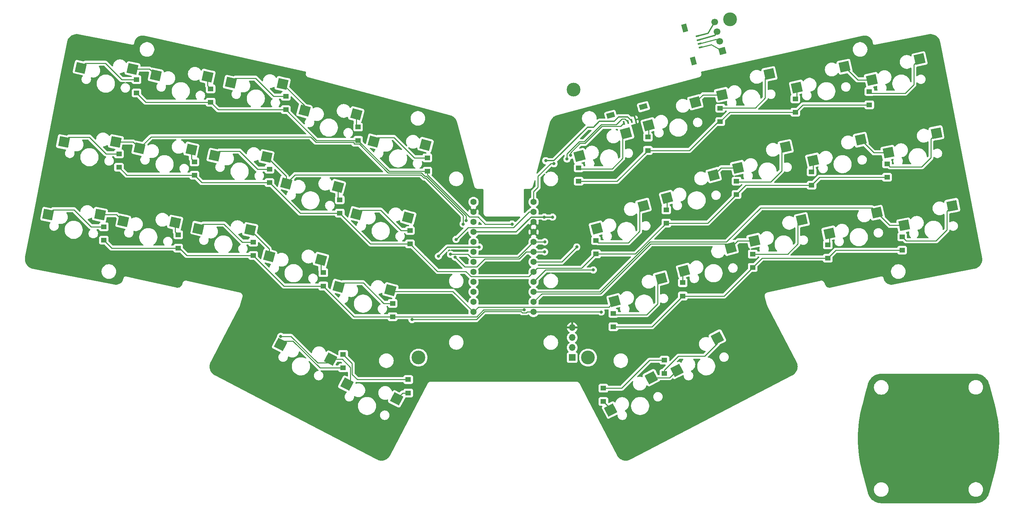
<source format=gbr>
G04 #@! TF.GenerationSoftware,KiCad,Pcbnew,8.0.3*
G04 #@! TF.CreationDate,2024-08-29T14:39:33+08:00*
G04 #@! TF.ProjectId,awkb_monosplit,61776b62-5f6d-46f6-9e6f-73706c69742e,rev?*
G04 #@! TF.SameCoordinates,Original*
G04 #@! TF.FileFunction,Copper,L2,Bot*
G04 #@! TF.FilePolarity,Positive*
%FSLAX46Y46*%
G04 Gerber Fmt 4.6, Leading zero omitted, Abs format (unit mm)*
G04 Created by KiCad (PCBNEW 8.0.3) date 2024-08-29 14:39:33*
%MOMM*%
%LPD*%
G01*
G04 APERTURE LIST*
G04 Aperture macros list*
%AMHorizOval*
0 Thick line with rounded ends*
0 $1 width*
0 $2 $3 position (X,Y) of the first rounded end (center of the circle)*
0 $4 $5 position (X,Y) of the second rounded end (center of the circle)*
0 Add line between two ends*
20,1,$1,$2,$3,$4,$5,0*
0 Add two circle primitives to create the rounded ends*
1,1,$1,$2,$3*
1,1,$1,$4,$5*%
%AMRotRect*
0 Rectangle, with rotation*
0 The origin of the aperture is its center*
0 $1 length*
0 $2 width*
0 $3 Rotation angle, in degrees counterclockwise*
0 Add horizontal line*
21,1,$1,$2,0,0,$3*%
G04 Aperture macros list end*
G04 #@! TA.AperFunction,SMDPad,CuDef*
%ADD10RotRect,2.550000X2.500000X152.500000*%
G04 #@! TD*
G04 #@! TA.AperFunction,ComponentPad*
%ADD11C,3.500000*%
G04 #@! TD*
G04 #@! TA.AperFunction,SMDPad,CuDef*
%ADD12RotRect,2.550000X2.500000X191.000000*%
G04 #@! TD*
G04 #@! TA.AperFunction,SMDPad,CuDef*
%ADD13RotRect,2.550000X2.500000X195.000000*%
G04 #@! TD*
G04 #@! TA.AperFunction,SMDPad,CuDef*
%ADD14RotRect,2.550000X2.500000X165.000000*%
G04 #@! TD*
G04 #@! TA.AperFunction,SMDPad,CuDef*
%ADD15RotRect,2.550000X2.500000X167.500000*%
G04 #@! TD*
G04 #@! TA.AperFunction,ComponentPad*
%ADD16RotRect,1.700000X1.700000X195.000000*%
G04 #@! TD*
G04 #@! TA.AperFunction,ComponentPad*
%ADD17HorizOval,1.700000X0.000000X0.000000X0.000000X0.000000X0*%
G04 #@! TD*
G04 #@! TA.AperFunction,SMDPad,CuDef*
%ADD18RotRect,2.550000X2.500000X192.500000*%
G04 #@! TD*
G04 #@! TA.AperFunction,SMDPad,CuDef*
%ADD19RotRect,2.550000X2.500000X207.500000*%
G04 #@! TD*
G04 #@! TA.AperFunction,SMDPad,CuDef*
%ADD20RotRect,2.550000X2.500000X169.000000*%
G04 #@! TD*
G04 #@! TA.AperFunction,ComponentPad*
%ADD21R,1.700000X1.700000*%
G04 #@! TD*
G04 #@! TA.AperFunction,ComponentPad*
%ADD22O,1.700000X1.700000*%
G04 #@! TD*
G04 #@! TA.AperFunction,SMDPad,CuDef*
%ADD23R,1.400000X1.200000*%
G04 #@! TD*
G04 #@! TA.AperFunction,ComponentPad*
%ADD24C,1.600000*%
G04 #@! TD*
G04 #@! TA.AperFunction,SMDPad,CuDef*
%ADD25RotRect,0.400000X1.000000X15.000000*%
G04 #@! TD*
G04 #@! TA.AperFunction,SMDPad,CuDef*
%ADD26RotRect,2.000000X1.300000X15.000000*%
G04 #@! TD*
G04 #@! TA.AperFunction,SMDPad,CuDef*
%ADD27RotRect,0.400000X1.000000X105.000000*%
G04 #@! TD*
G04 #@! TA.AperFunction,SMDPad,CuDef*
%ADD28RotRect,2.000000X1.300000X105.000000*%
G04 #@! TD*
G04 #@! TA.AperFunction,ViaPad*
%ADD29C,0.800000*%
G04 #@! TD*
G04 #@! TA.AperFunction,Conductor*
%ADD30C,0.250000*%
G04 #@! TD*
G04 #@! TA.AperFunction,Conductor*
%ADD31C,0.300000*%
G04 #@! TD*
G04 APERTURE END LIST*
D10*
X110235176Y-116396284D03*
X122874407Y-120112302D03*
D11*
X167770768Y-41507695D03*
D12*
X247652682Y-57541521D03*
X259857524Y-52581599D03*
D13*
X195792123Y-87553374D03*
X207621248Y-81754168D03*
D11*
X171426679Y-109617081D03*
D13*
X169258900Y-58366701D03*
X181088025Y-52567495D03*
D14*
X112642213Y-73169497D03*
X125786139Y-74061800D03*
D15*
X76657549Y-58312551D03*
X89827886Y-58630676D03*
D14*
X108140549Y-91625582D03*
X121284475Y-92517885D03*
D16*
X205519079Y-31703648D03*
D17*
X204861677Y-29250196D03*
X204204279Y-26796745D03*
X203546878Y-24343293D03*
D13*
X186834595Y-50550899D03*
X198663720Y-44751693D03*
D14*
X90520704Y-83885907D03*
X103664630Y-84778210D03*
D18*
X224443005Y-40963917D03*
X236513829Y-35686211D03*
D19*
X177195880Y-122939262D03*
X187489429Y-114717230D03*
D18*
X209508335Y-61379501D03*
X221579159Y-56101795D03*
D13*
X178172278Y-95293049D03*
X190001403Y-89493843D03*
D15*
X80769893Y-39762967D03*
X93940230Y-40081092D03*
D18*
X232667537Y-78062384D03*
X244738361Y-72784678D03*
D20*
X38437658Y-54837757D03*
X51611810Y-54811012D03*
D18*
X243469440Y-39037201D03*
X255540264Y-33759493D03*
D14*
X117053927Y-54699234D03*
X130197853Y-55591537D03*
D20*
X34431098Y-73297019D03*
X47605250Y-73270274D03*
D18*
X213620731Y-79929321D03*
X225691555Y-74651615D03*
D14*
X99478232Y-46883432D03*
X112622158Y-47775735D03*
D18*
X205395991Y-42829917D03*
X217466815Y-37552211D03*
D11*
X207493844Y-23616996D03*
D21*
X167426223Y-109617081D03*
D22*
X167426222Y-107077080D03*
X167426224Y-104537081D03*
X167426223Y-101997081D03*
D18*
X228555270Y-59513152D03*
X240626094Y-54235446D03*
D19*
X193972834Y-112866474D03*
X204266381Y-104644444D03*
D13*
X191490093Y-69031960D03*
X203319218Y-63232754D03*
D15*
X61722879Y-37896967D03*
X74893216Y-38215092D03*
X53498347Y-74995434D03*
X66668684Y-75313559D03*
X42696441Y-35970251D03*
X55866779Y-36288374D03*
X72545153Y-76862371D03*
X85715490Y-77180496D03*
D14*
X94822734Y-65364493D03*
X107966660Y-66256796D03*
D11*
X128426680Y-109617081D03*
D10*
X93458224Y-106323497D03*
X106097453Y-110039514D03*
D12*
X251659242Y-76000783D03*
X263864084Y-71040861D03*
D13*
X173670614Y-76836964D03*
X185499739Y-71037758D03*
D15*
X57610614Y-56446202D03*
X70780951Y-56764327D03*
D23*
X108430433Y-69505772D03*
X108430433Y-72905772D03*
X75667270Y-41308792D03*
X75667270Y-44708792D03*
D24*
X157610004Y-70081753D03*
X157610004Y-72621753D03*
X157610004Y-75161753D03*
X157610004Y-77701753D03*
X157610004Y-80241753D03*
X157610004Y-82781753D03*
X157610003Y-85321753D03*
X157610004Y-87861753D03*
X157610004Y-90401753D03*
X157610004Y-92941753D03*
X157610004Y-95481753D03*
X157610004Y-98021753D03*
X142370004Y-98021753D03*
X142370004Y-95481753D03*
X142370004Y-92941753D03*
X142370004Y-90401753D03*
X142370004Y-87861753D03*
X142370004Y-85321753D03*
X142370004Y-82781753D03*
X142370004Y-80241753D03*
X142370004Y-77701753D03*
X142370004Y-75161753D03*
X142370004Y-72621753D03*
X142370004Y-70081753D03*
D25*
X180569571Y-49955739D03*
X181535497Y-49696920D03*
X182501422Y-49438101D03*
X183467348Y-49179282D03*
D26*
X177166167Y-48072433D03*
X185473129Y-45846589D03*
D27*
X200030781Y-30793097D03*
X199771962Y-29827172D03*
X199513143Y-28861247D03*
X199254324Y-27895320D03*
D28*
X198147475Y-34196501D03*
X195921631Y-25889539D03*
D23*
X113081732Y-51028840D03*
X113081732Y-54428840D03*
X186627819Y-56972310D03*
X186627819Y-53572310D03*
X71560808Y-59870744D03*
X71560808Y-63270744D03*
X242797151Y-41986670D03*
X242797151Y-45386670D03*
X130661022Y-62254690D03*
X130661022Y-58854690D03*
X209100979Y-64768800D03*
X209100979Y-68168800D03*
X173446069Y-79864013D03*
X173446069Y-83264013D03*
X126263482Y-80720543D03*
X126263482Y-77320543D03*
X56861600Y-42365600D03*
X56861600Y-38965600D03*
X121860257Y-99243639D03*
X121860257Y-95843639D03*
X177849294Y-98387109D03*
X177849294Y-101787109D03*
X169048529Y-61398160D03*
X169048529Y-64798160D03*
X90608572Y-65133101D03*
X90608572Y-61733101D03*
X104255999Y-88028229D03*
X104255999Y-91428229D03*
X247305698Y-60385509D03*
X247305698Y-63785509D03*
X204969079Y-46232126D03*
X204969079Y-49632126D03*
X125797201Y-118610000D03*
X125797199Y-115210000D03*
X232271726Y-84350499D03*
X232271726Y-80950499D03*
X251146986Y-78927509D03*
X251146986Y-82327509D03*
X190819670Y-113674309D03*
X190819668Y-110274309D03*
X48562565Y-79784039D03*
X48562565Y-76384039D03*
X191279118Y-75449242D03*
X191279118Y-72049242D03*
X94740472Y-46596427D03*
X94740472Y-43196427D03*
X228148743Y-65814214D03*
X228148743Y-62414214D03*
X213223920Y-83306048D03*
X213223920Y-86706048D03*
X52403853Y-61242039D03*
X52403853Y-57842039D03*
X195453552Y-93971699D03*
X195453552Y-90571699D03*
X175325668Y-117386309D03*
X175325670Y-120786309D03*
X109287199Y-108812400D03*
X109287201Y-112212400D03*
X67437825Y-78407029D03*
X67437825Y-81807029D03*
X86485631Y-83670349D03*
X86485631Y-80270349D03*
X224042281Y-47252262D03*
X224042281Y-43852262D03*
D29*
X169048529Y-64798160D03*
X168570800Y-81505600D03*
X152162400Y-75677600D03*
X126263482Y-80720543D03*
X155210400Y-97484600D03*
X172774614Y-87354800D03*
X177849294Y-101787109D03*
X175325668Y-117386309D03*
X174768400Y-98029600D03*
X126762400Y-99968639D03*
X125797199Y-115210000D03*
X160704115Y-59583067D03*
X133468000Y-83844400D03*
X143831200Y-81519600D03*
X160334600Y-73916753D03*
X162424000Y-73916753D03*
X130277600Y-83344400D03*
X137935849Y-79571951D03*
X160416800Y-82738800D03*
X137698200Y-84094705D03*
X166090120Y-59142986D03*
X166996000Y-58227800D03*
X136545495Y-83369705D03*
X160442800Y-80198800D03*
X51611810Y-54811012D03*
X55866779Y-36288374D03*
X53498347Y-74995434D03*
X57610614Y-56446202D03*
X140478400Y-74814000D03*
X93445597Y-104231266D03*
X89932400Y-58645600D03*
X94822734Y-65364493D03*
X93940230Y-40081092D03*
X139753400Y-75677600D03*
X90520704Y-83885907D03*
X173670614Y-76836964D03*
X178172278Y-95293049D03*
X125786139Y-74061800D03*
X169282000Y-58340800D03*
X121284475Y-92517885D03*
X130197853Y-55591537D03*
X193972834Y-112866474D03*
X203319218Y-63232754D03*
X207621248Y-81754168D03*
X205350000Y-42846800D03*
X209414000Y-61388800D03*
X240626094Y-54235446D03*
X244738361Y-72784678D03*
X243469440Y-39037201D03*
X247652682Y-57541521D03*
X162805000Y-60333067D03*
D30*
X224042281Y-47252262D02*
X207348943Y-47252262D01*
X141342000Y-73848800D02*
X143526400Y-73848800D01*
X56861600Y-42365600D02*
X59204792Y-44708792D01*
X120907582Y-62254690D02*
X130661022Y-62254690D01*
X164754647Y-85321753D02*
X168570800Y-81505600D01*
X77554905Y-46596427D02*
X94740472Y-46596427D01*
X75667270Y-44708792D02*
X77554905Y-46596427D01*
X204969079Y-49632126D02*
X204476850Y-49632126D01*
X102572885Y-54428840D02*
X113081732Y-54428840D01*
X242797151Y-45386670D02*
X225907873Y-45386670D01*
X157610003Y-85321753D02*
X164754647Y-85321753D01*
X130661022Y-62254690D02*
X130661022Y-63167822D01*
X225907873Y-45386670D02*
X224042281Y-47252262D01*
X207348943Y-47252262D02*
X204969079Y-49632126D01*
X169048529Y-64798160D02*
X178801969Y-64798160D01*
X94740472Y-46596427D02*
X102572885Y-54428840D01*
X197136666Y-56972310D02*
X186627819Y-56972310D01*
X130661022Y-63167822D02*
X141342000Y-73848800D01*
X204476850Y-49632126D02*
X197136666Y-56972310D01*
X178801969Y-64798160D02*
X186627819Y-56972310D01*
X143526400Y-73848800D02*
X145355200Y-75677600D01*
X113081732Y-54428840D02*
X120907582Y-62254690D01*
X59204792Y-44708792D02*
X75667270Y-44708792D01*
X145355200Y-75677600D02*
X152162400Y-75677600D01*
X108430433Y-72927233D02*
X116223743Y-80720543D01*
X183464347Y-83264013D02*
X191279118Y-75449242D01*
X211455565Y-65814214D02*
X209100979Y-68168800D01*
X158566957Y-86904800D02*
X169805282Y-86904800D01*
X52403853Y-61242039D02*
X54432558Y-63270744D01*
X247305698Y-63785509D02*
X230177448Y-63785509D01*
X90608572Y-65133101D02*
X98381243Y-72905772D01*
X108430433Y-72905772D02*
X108430433Y-72927233D01*
X169805282Y-86904800D02*
X173446069Y-83264013D01*
X141748400Y-89038000D02*
X156433757Y-89038000D01*
X157610004Y-87861753D02*
X158566957Y-86904800D01*
X201820537Y-75449242D02*
X191279118Y-75449242D01*
X133246139Y-87703200D02*
X140413600Y-87703200D01*
X73423165Y-65133101D02*
X90608572Y-65133101D01*
X116223743Y-80720543D02*
X126263482Y-80720543D01*
X156433757Y-89038000D02*
X157610004Y-87861753D01*
X209100979Y-68168800D02*
X201820537Y-75449242D01*
X54432558Y-63270744D02*
X71560808Y-63270744D01*
X133246139Y-87703200D02*
X126263482Y-80720543D01*
X228148743Y-65814214D02*
X211455565Y-65814214D01*
X98381243Y-72905772D02*
X108430433Y-72905772D01*
X71560808Y-63270744D02*
X73423165Y-65133101D01*
X140413600Y-87703200D02*
X141748400Y-89038000D01*
X230177448Y-63785509D02*
X228148743Y-65814214D01*
X173446069Y-83264013D02*
X183464347Y-83264013D01*
X205958269Y-93971699D02*
X195453552Y-93971699D01*
X160656957Y-87354800D02*
X157610004Y-90401753D01*
X69643549Y-83670349D02*
X86485631Y-83670349D01*
X94243511Y-91428229D02*
X104255999Y-91428229D01*
X155210400Y-97484600D02*
X144935000Y-97484600D01*
X48562565Y-79784039D02*
X50585555Y-81807029D01*
X50585555Y-81807029D02*
X67437825Y-81807029D01*
X86485631Y-83670349D02*
X94243511Y-91428229D01*
X215579469Y-84350499D02*
X213223920Y-86706048D01*
X144935000Y-97484600D02*
X143175961Y-99243639D01*
X234294716Y-82327509D02*
X232271726Y-84350499D01*
X143175961Y-99243639D02*
X121860257Y-99243639D01*
X187638142Y-101787109D02*
X177849294Y-101787109D01*
X104255999Y-91428229D02*
X112071409Y-99243639D01*
X232271726Y-84350499D02*
X215579469Y-84350499D01*
X195453552Y-93971699D02*
X187638142Y-101787109D01*
X67780229Y-81807029D02*
X69643549Y-83670349D01*
X172774614Y-87354800D02*
X160656957Y-87354800D01*
X251146986Y-82327509D02*
X234294716Y-82327509D01*
X112071409Y-99243639D02*
X121860257Y-99243639D01*
X213223920Y-86706048D02*
X205958269Y-93971699D01*
X67437825Y-81807029D02*
X67780229Y-81807029D01*
X155764705Y-98209600D02*
X154706895Y-98209600D01*
X143087357Y-99968639D02*
X126762400Y-99968639D01*
X111566000Y-113908800D02*
X111566000Y-111091201D01*
X112867200Y-115210000D02*
X111566000Y-113908800D01*
X111566000Y-111091201D02*
X109287199Y-108812400D01*
X157610004Y-98021753D02*
X155952552Y-98021753D01*
X174760553Y-98021753D02*
X157610004Y-98021753D01*
X125797199Y-115210000D02*
X112867200Y-115210000D01*
X154706895Y-98209600D02*
X154431895Y-97934600D01*
X190819668Y-110274309D02*
X187071491Y-110274309D01*
X174768400Y-98029600D02*
X174760553Y-98021753D01*
X179959491Y-117386309D02*
X175325668Y-117386309D01*
X145121396Y-97934600D02*
X143087357Y-99968639D01*
X187071491Y-110274309D02*
X179959491Y-117386309D01*
X155952552Y-98021753D02*
X155764705Y-98209600D01*
X154431895Y-97934600D02*
X145121396Y-97934600D01*
D31*
X174311200Y-49566400D02*
X178070400Y-49566400D01*
X156971247Y-73916753D02*
X153186247Y-77701753D01*
X143831200Y-81519600D02*
X135792800Y-81519600D01*
X181512121Y-48448800D02*
X182501422Y-49438101D01*
X179188000Y-48448800D02*
X181512121Y-48448800D01*
X160334600Y-73916753D02*
X156971247Y-73916753D01*
X135792800Y-81519600D02*
X133468000Y-83844400D01*
X162770533Y-59583067D02*
X171277200Y-51076400D01*
X178070400Y-49566400D02*
X179188000Y-48448800D01*
X172801200Y-51076400D02*
X174311200Y-49566400D01*
X162424000Y-73916753D02*
X160334600Y-73916753D01*
X160704115Y-59583067D02*
X162770533Y-59583067D01*
X153186247Y-77701753D02*
X142370004Y-77701753D01*
X171277200Y-51076400D02*
X172801200Y-51076400D01*
D30*
X156478634Y-72621753D02*
X152559187Y-76541200D01*
X152559187Y-76541200D02*
X140966600Y-76541200D01*
X157610004Y-72621753D02*
X156478634Y-72621753D01*
X140966600Y-76541200D02*
X137935849Y-79571951D01*
X178622000Y-50411800D02*
X174776802Y-50411800D01*
X140152295Y-86548800D02*
X143221600Y-86548800D01*
X180077000Y-48956800D02*
X178622000Y-50411800D01*
X166090120Y-57862284D02*
X166090120Y-59142986D01*
X180795377Y-48956800D02*
X180077000Y-48956800D01*
X145210000Y-84560400D02*
X153927753Y-84560400D01*
X160373847Y-82781753D02*
X160416800Y-82738800D01*
X170458802Y-54729800D02*
X169222604Y-54729800D01*
X137698200Y-84094705D02*
X140152295Y-86548800D01*
X169222604Y-54729800D02*
X166090120Y-57862284D01*
X143221600Y-86548800D02*
X145210000Y-84560400D01*
X153927753Y-84560400D02*
X155706400Y-82781753D01*
X181535497Y-49696920D02*
X180795377Y-48956800D01*
X174776802Y-50411800D02*
X170458802Y-54729800D01*
X155706400Y-82781753D02*
X157610004Y-82781753D01*
X157610004Y-82781753D02*
X160373847Y-82781753D01*
X157610004Y-80241753D02*
X160399847Y-80241753D01*
X136545495Y-83369705D02*
X140902810Y-83369705D01*
X166996000Y-58227800D02*
X166996000Y-57592800D01*
X160399847Y-80241753D02*
X160442800Y-80198800D01*
X140902810Y-83369705D02*
X141643505Y-84110400D01*
X169409000Y-55179800D02*
X170645198Y-55179800D01*
X179663510Y-50861800D02*
X180569571Y-49955739D01*
X153741357Y-84110400D02*
X157610004Y-80241753D01*
X170645198Y-55179800D02*
X174963198Y-50861800D01*
X141643505Y-84110400D02*
X153741357Y-84110400D01*
X174963198Y-50861800D02*
X179663510Y-50861800D01*
X166996000Y-57592800D02*
X169409000Y-55179800D01*
X112056732Y-55353840D02*
X112056732Y-54878840D01*
X51773187Y-73270274D02*
X53498347Y-74995434D01*
X51611810Y-54811012D02*
X55975424Y-54811012D01*
X140478400Y-73621596D02*
X130393204Y-63536400D01*
X120721186Y-62704690D02*
X113370336Y-55353840D01*
X60542016Y-53514800D02*
X57610614Y-56446202D01*
X129161022Y-62704690D02*
X120721186Y-62704690D01*
X55866779Y-36288374D02*
X60114286Y-36288374D01*
X113370336Y-55353840D02*
X112056732Y-55353840D01*
X47605250Y-73270274D02*
X51773187Y-73270274D01*
X55975424Y-54811012D02*
X57610614Y-56446202D01*
X140478400Y-74814000D02*
X140478400Y-73621596D01*
X101022449Y-53514800D02*
X60542016Y-53514800D01*
X102386489Y-54878840D02*
X101022449Y-53514800D01*
X129992732Y-63536400D02*
X129161022Y-62704690D01*
X112056732Y-54878840D02*
X102386489Y-54878840D01*
X60114286Y-36288374D02*
X61722879Y-37896967D01*
X130393204Y-63536400D02*
X129992732Y-63536400D01*
X106097453Y-110039514D02*
X109064315Y-110039514D01*
X128974626Y-63154690D02*
X97032537Y-63154690D01*
X89827886Y-58630676D02*
X89917476Y-58630676D01*
X130206808Y-63986400D02*
X129806336Y-63986400D01*
X89932400Y-58645600D02*
X94822734Y-63535934D01*
X139753400Y-73532992D02*
X130206808Y-63986400D01*
X96047862Y-104231266D02*
X102782888Y-110966292D01*
X102782888Y-110966292D02*
X105170675Y-110966292D01*
X93940230Y-40081092D02*
X99478232Y-45619094D01*
X111116000Y-115515460D02*
X110235176Y-116396284D01*
X90520704Y-81985710D02*
X90520704Y-83885907D01*
X139753400Y-75677600D02*
X139753400Y-73532992D01*
X85715490Y-77180496D02*
X90520704Y-81985710D01*
X105170675Y-110966292D02*
X106097453Y-110039514D01*
X99478232Y-45619094D02*
X99478232Y-46883432D01*
X109064315Y-110039514D02*
X111116000Y-112091199D01*
X93445597Y-104231266D02*
X96047862Y-104231266D01*
X94822734Y-63535934D02*
X94822734Y-65364493D01*
X129806336Y-63986400D02*
X128974626Y-63154690D01*
X111116000Y-112091199D02*
X111116000Y-115515460D01*
X97032537Y-63154690D02*
X94822734Y-65364493D01*
X89917476Y-58630676D02*
X89932400Y-58645600D01*
X169258900Y-58363900D02*
X169282000Y-58340800D01*
X178172278Y-95293049D02*
X176705727Y-96759600D01*
X121284475Y-92517885D02*
X121549790Y-92783200D01*
X121549790Y-92783200D02*
X137131451Y-92783200D01*
X137131451Y-92783200D02*
X142370004Y-98021753D01*
X169258900Y-58366701D02*
X169258900Y-58363900D01*
X176705727Y-96759600D02*
X143632157Y-96759600D01*
X143632157Y-96759600D02*
X142370004Y-98021753D01*
X209508335Y-61379501D02*
X209423299Y-61379501D01*
X205395991Y-42829917D02*
X205366883Y-42829917D01*
X207621248Y-81754168D02*
X206559880Y-80692800D01*
X205163172Y-61388800D02*
X203319218Y-63232754D01*
X193972834Y-112866474D02*
X192122078Y-114717230D01*
X209446095Y-79929321D02*
X207621248Y-81754168D01*
X213620731Y-79929321D02*
X209446095Y-79929321D01*
X206559880Y-80692800D02*
X187316000Y-80692800D01*
X174617047Y-93391753D02*
X159700004Y-93391753D01*
X209423299Y-61379501D02*
X209414000Y-61388800D01*
X205366883Y-42829917D02*
X205350000Y-42846800D01*
X187316000Y-80692800D02*
X174617047Y-93391753D01*
X192122078Y-114717230D02*
X187489429Y-114717230D01*
X200585496Y-42829917D02*
X205395991Y-42829917D01*
X209414000Y-61388800D02*
X205163172Y-61388800D01*
X198663720Y-44751693D02*
X200585496Y-42829917D01*
X159700004Y-93391753D02*
X157610004Y-95481753D01*
X244738361Y-72784678D02*
X243502483Y-71548800D01*
X215256000Y-71548800D02*
X206562000Y-80242800D01*
X239864819Y-39037201D02*
X243469440Y-39037201D01*
X243932169Y-57541521D02*
X247652682Y-57541521D01*
X236513829Y-35686211D02*
X239864819Y-39037201D01*
X243502483Y-71548800D02*
X215256000Y-71548800D01*
X174423003Y-92941753D02*
X157610004Y-92941753D01*
X240626094Y-54235446D02*
X243932169Y-57541521D01*
X247954466Y-76000783D02*
X251659242Y-76000783D01*
X206562000Y-80242800D02*
X187121956Y-80242800D01*
X187121956Y-80242800D02*
X174423003Y-92941753D01*
X244738361Y-72784678D02*
X247954466Y-76000783D01*
X158741000Y-63564394D02*
X158741000Y-66328599D01*
X162805000Y-60333067D02*
X161972327Y-60333067D01*
X157610004Y-67459595D02*
X157610004Y-70081753D01*
X158741000Y-66328599D02*
X157610004Y-67459595D01*
X161972327Y-60333067D02*
X158741000Y-63564394D01*
X180204000Y-58971775D02*
X177549554Y-61626221D01*
X181088025Y-52567495D02*
X180204000Y-53451520D01*
X177549554Y-61626221D02*
X169276590Y-61626221D01*
X180204000Y-53451520D02*
X180204000Y-58971775D01*
X169276590Y-61626221D02*
X169048529Y-61398160D01*
X186834595Y-50550899D02*
X186834595Y-53365534D01*
X186834595Y-53365534D02*
X186627819Y-53572310D01*
X213867274Y-46201236D02*
X204999969Y-46201236D01*
X216397844Y-38621182D02*
X216397844Y-43670666D01*
X204999969Y-46201236D02*
X204969079Y-46232126D01*
X216397844Y-43670666D02*
X213867274Y-46201236D01*
X217466815Y-37552211D02*
X216397844Y-38621182D01*
X224443005Y-40963917D02*
X224443005Y-43451538D01*
X224443005Y-43451538D02*
X224042281Y-43852262D01*
X255540264Y-33759493D02*
X254118000Y-35181757D01*
X254118000Y-35181757D02*
X254118000Y-40231242D01*
X243218999Y-42408518D02*
X242797151Y-41986670D01*
X254118000Y-40231242D02*
X251940724Y-42408518D01*
X251940724Y-42408518D02*
X243218999Y-42408518D01*
X184522000Y-77535752D02*
X181618952Y-80438800D01*
X185499739Y-71037758D02*
X184522000Y-72015497D01*
X174020856Y-80438800D02*
X173446069Y-79864013D01*
X184522000Y-72015497D02*
X184522000Y-77535752D01*
X181618952Y-80438800D02*
X174020856Y-80438800D01*
X191490093Y-69031960D02*
X191490093Y-71838267D01*
X191490093Y-71838267D02*
X191279118Y-72049242D01*
X220590000Y-57090954D02*
X220590000Y-62140438D01*
X209276979Y-64944800D02*
X209100979Y-64768800D01*
X220590000Y-62140438D02*
X217785638Y-64944800D01*
X221579159Y-56101795D02*
X220590000Y-57090954D01*
X217785638Y-64944800D02*
X209276979Y-64944800D01*
X228555270Y-62007687D02*
X228148743Y-62414214D01*
X228555270Y-59513152D02*
X228555270Y-62007687D01*
X259857524Y-52581599D02*
X258436000Y-54003123D01*
X258436000Y-58768607D02*
X256069807Y-61134800D01*
X256069807Y-61134800D02*
X248054989Y-61134800D01*
X258436000Y-54003123D02*
X258436000Y-58768607D01*
X248054989Y-61134800D02*
X247305698Y-60385509D01*
X190001403Y-89493843D02*
X189094000Y-90401246D01*
X189094000Y-95921501D02*
X186288701Y-98726800D01*
X178188985Y-98726800D02*
X177849294Y-98387109D01*
X189094000Y-90401246D02*
X189094000Y-95921501D01*
X186288701Y-98726800D02*
X178188985Y-98726800D01*
X195453552Y-90571699D02*
X195453552Y-87891945D01*
X195453552Y-87891945D02*
X195792123Y-87553374D01*
X213229328Y-83300640D02*
X213223920Y-83306048D01*
X224654000Y-80738654D02*
X222092014Y-83300640D01*
X222092014Y-83300640D02*
X213229328Y-83300640D01*
X225691555Y-74651615D02*
X224654000Y-75689170D01*
X224654000Y-75689170D02*
X224654000Y-80738654D01*
X232667537Y-78062384D02*
X232667537Y-80554688D01*
X232667537Y-80554688D02*
X232271726Y-80950499D01*
X263864084Y-71040861D02*
X262500000Y-72404945D01*
X259739629Y-79930800D02*
X252150277Y-79930800D01*
X262500000Y-77170429D02*
X259739629Y-79930800D01*
X252150277Y-79930800D02*
X251146986Y-78927509D01*
X262500000Y-72404945D02*
X262500000Y-77170429D01*
X175325670Y-120786309D02*
X177195880Y-122656519D01*
X177195880Y-122656519D02*
X177195880Y-122939262D01*
X190819670Y-112824309D02*
X194376179Y-109267800D01*
X201032000Y-109267800D02*
X204266381Y-106033419D01*
X190819670Y-113674309D02*
X190819670Y-112824309D01*
X204266381Y-106033419D02*
X204266381Y-104644444D01*
X194376179Y-109267800D02*
X201032000Y-109267800D01*
X48971292Y-34804092D02*
X53132800Y-38965600D01*
X42696441Y-35970251D02*
X43862600Y-34804092D01*
X53132800Y-38965600D02*
X56861600Y-38965600D01*
X43862600Y-34804092D02*
X48971292Y-34804092D01*
X74893216Y-40534738D02*
X75667270Y-41308792D01*
X74893216Y-38215092D02*
X74893216Y-40534738D01*
X81936051Y-38596809D02*
X87054009Y-38596809D01*
X87054009Y-38596809D02*
X91653627Y-43196427D01*
X80769893Y-39762967D02*
X81936051Y-38596809D01*
X91653627Y-43196427D02*
X94740472Y-43196427D01*
X112622158Y-47775735D02*
X112622158Y-50569266D01*
X112622158Y-50569266D02*
X113081732Y-51028840D01*
X118081293Y-53671868D02*
X122195069Y-53671868D01*
X122195069Y-53671868D02*
X127377891Y-58854690D01*
X117053927Y-54699234D02*
X118081293Y-53671868D01*
X127377891Y-58854690D02*
X130661022Y-58854690D01*
X49149239Y-57842039D02*
X52403853Y-57842039D01*
X38437658Y-54837757D02*
X39687757Y-53587658D01*
X44894858Y-53587658D02*
X49149239Y-57842039D01*
X39687757Y-53587658D02*
X44894858Y-53587658D01*
X70780951Y-59090887D02*
X71560808Y-59870744D01*
X70780951Y-56764327D02*
X70780951Y-59090887D01*
X77823707Y-57146393D02*
X82997593Y-57146393D01*
X76657549Y-58312551D02*
X77823707Y-57146393D01*
X87584301Y-61733101D02*
X90608572Y-61733101D01*
X82997593Y-57146393D02*
X87584301Y-61733101D01*
X107966660Y-69041999D02*
X108430433Y-69505772D01*
X107966660Y-66256796D02*
X107966660Y-69041999D01*
X118821331Y-72142131D02*
X123999743Y-77320543D01*
X123999743Y-77320543D02*
X126263482Y-77320543D01*
X113669579Y-72142131D02*
X118821331Y-72142131D01*
X112642213Y-73169497D02*
X113669579Y-72142131D01*
X41002120Y-72046920D02*
X45339239Y-76384039D01*
X45339239Y-76384039D02*
X48562565Y-76384039D01*
X34431098Y-73297019D02*
X35681197Y-72046920D01*
X35681197Y-72046920D02*
X41002120Y-72046920D01*
X66668684Y-75313559D02*
X66668684Y-77637888D01*
X66668684Y-77637888D02*
X67437825Y-78407029D01*
X79070516Y-75696213D02*
X83644652Y-80270349D01*
X72545153Y-76862371D02*
X73711311Y-75696213D01*
X83644652Y-80270349D02*
X86485631Y-80270349D01*
X73711311Y-75696213D02*
X79070516Y-75696213D01*
X103664630Y-87436860D02*
X104255999Y-88028229D01*
X103664630Y-84778210D02*
X103664630Y-87436860D01*
X108140549Y-91625582D02*
X109167915Y-90598216D01*
X109167915Y-90598216D02*
X114378292Y-90598216D01*
X114378292Y-90598216D02*
X119623715Y-95843639D01*
X119623715Y-95843639D02*
X121860257Y-95843639D01*
X96576919Y-105396719D02*
X103392600Y-112212400D01*
X94385002Y-105396719D02*
X96576919Y-105396719D01*
X93458224Y-106323497D02*
X94385002Y-105396719D01*
X103392600Y-112212400D02*
X109287201Y-112212400D01*
X125797201Y-118610000D02*
X124376709Y-118610000D01*
X124376709Y-118610000D02*
X122874407Y-120112302D01*
D31*
X201906390Y-27184701D02*
X203546877Y-24343293D01*
X199254323Y-27895321D02*
X201906390Y-27184701D01*
D30*
X204861678Y-29250196D02*
X203930872Y-28712796D01*
X203930872Y-28712796D02*
X199771962Y-29827172D01*
D31*
X204204279Y-26796745D02*
X203652736Y-27752048D01*
X203652736Y-27752048D02*
X199513143Y-28861247D01*
D30*
X200030780Y-30793098D02*
X202702165Y-30077303D01*
X202702165Y-30077303D02*
X205519079Y-31703648D01*
G04 #@! TA.AperFunction,Conductor*
G36*
X258474492Y-27403333D02*
G01*
X258756604Y-27434521D01*
X258774317Y-27437571D01*
X259050615Y-27502536D01*
X259067830Y-27507699D01*
X259334253Y-27605483D01*
X259350738Y-27612690D01*
X259603449Y-27741882D01*
X259618942Y-27751022D01*
X259699656Y-27805465D01*
X259854220Y-27909721D01*
X259868502Y-27920664D01*
X260082947Y-28106574D01*
X260095805Y-28119159D01*
X260286271Y-28329553D01*
X260297519Y-28343596D01*
X260461237Y-28575414D01*
X260461245Y-28575424D01*
X260470708Y-28590705D01*
X260605301Y-28840587D01*
X260612857Y-28856907D01*
X260716341Y-29121167D01*
X260721878Y-29138286D01*
X260793979Y-29417836D01*
X260795962Y-29426613D01*
X263414334Y-42896971D01*
X271412955Y-84046312D01*
X271412960Y-84046346D01*
X271422577Y-84095810D01*
X271422578Y-84095826D01*
X271422580Y-84095826D01*
X271426039Y-84113627D01*
X271427487Y-84122497D01*
X271465319Y-84408323D01*
X271466598Y-84426271D01*
X271469651Y-84710055D01*
X271468758Y-84728025D01*
X271463724Y-84773571D01*
X271437580Y-85010117D01*
X271434527Y-85027849D01*
X271369574Y-85304121D01*
X271364406Y-85321356D01*
X271266625Y-85587785D01*
X271259417Y-85604272D01*
X271130233Y-85856971D01*
X271121091Y-85872468D01*
X270962383Y-86107763D01*
X270951439Y-86122044D01*
X270826446Y-86266223D01*
X270765537Y-86336480D01*
X270752951Y-86349338D01*
X270542549Y-86539807D01*
X270528510Y-86551051D01*
X270296684Y-86714769D01*
X270281386Y-86724243D01*
X270031512Y-86858824D01*
X270015185Y-86866384D01*
X269750917Y-86969863D01*
X269733796Y-86975400D01*
X269454559Y-87047408D01*
X269445780Y-87049391D01*
X269377319Y-87062696D01*
X269377268Y-87062709D01*
X248854039Y-91052020D01*
X248853968Y-91052029D01*
X248784793Y-91065479D01*
X248775169Y-91067026D01*
X248530248Y-91098198D01*
X248510793Y-91099389D01*
X248268778Y-91098344D01*
X248249334Y-91096985D01*
X248009526Y-91064358D01*
X247990425Y-91060472D01*
X247756935Y-90996821D01*
X247738506Y-90990476D01*
X247515316Y-90896890D01*
X247497872Y-90888193D01*
X247303374Y-90774767D01*
X247288810Y-90766273D01*
X247272653Y-90755376D01*
X247259354Y-90745079D01*
X247081291Y-90607207D01*
X247066694Y-90594293D01*
X247066669Y-90594268D01*
X246938496Y-90464968D01*
X246896311Y-90422412D01*
X246883524Y-90407702D01*
X246883507Y-90407679D01*
X246737030Y-90215044D01*
X246726288Y-90198813D01*
X246606194Y-89988678D01*
X246597653Y-89971164D01*
X246595015Y-89964716D01*
X246506023Y-89747165D01*
X246499839Y-89728681D01*
X246488462Y-89685460D01*
X246437103Y-89490346D01*
X246432762Y-89465395D01*
X246432160Y-89458523D01*
X246432161Y-89458517D01*
X246419732Y-89402453D01*
X246418940Y-89398645D01*
X246416980Y-89388563D01*
X246407993Y-89342330D01*
X246407987Y-89342319D01*
X246405870Y-89335991D01*
X246403638Y-89329861D01*
X246403638Y-89329857D01*
X246394752Y-89312788D01*
X246377123Y-89278922D01*
X246375366Y-89275438D01*
X246350219Y-89223878D01*
X246346565Y-89218359D01*
X246342788Y-89212964D01*
X246303989Y-89170621D01*
X246301415Y-89167737D01*
X246263764Y-89124426D01*
X246263762Y-89124425D01*
X246263760Y-89124422D01*
X246258799Y-89120033D01*
X246253756Y-89115801D01*
X246205320Y-89084944D01*
X246202058Y-89082805D01*
X246154512Y-89050735D01*
X246154511Y-89050734D01*
X246154509Y-89050733D01*
X246154505Y-89050731D01*
X246148562Y-89047768D01*
X246142612Y-89044994D01*
X246134594Y-89042466D01*
X246087859Y-89027731D01*
X246084163Y-89026512D01*
X246029903Y-89007829D01*
X246023385Y-89006503D01*
X246016925Y-89005365D01*
X245959560Y-89002859D01*
X245955674Y-89002638D01*
X245898441Y-88998637D01*
X245891810Y-88999043D01*
X245885268Y-88999615D01*
X245829239Y-89012037D01*
X245825424Y-89012831D01*
X245769077Y-89023784D01*
X245762399Y-89026019D01*
X245747379Y-89030184D01*
X233118983Y-91829832D01*
X233118944Y-91829838D01*
X233059865Y-91842939D01*
X233059855Y-91842941D01*
X233052407Y-91844592D01*
X233040904Y-91846672D01*
X232856380Y-91872613D01*
X232833041Y-91874041D01*
X232652620Y-91870897D01*
X232629344Y-91868657D01*
X232451624Y-91837322D01*
X232428988Y-91831468D01*
X232258362Y-91772719D01*
X232236917Y-91763394D01*
X232077586Y-91678674D01*
X232057867Y-91666111D01*
X231913755Y-91557511D01*
X231896242Y-91542017D01*
X231770887Y-91412200D01*
X231756015Y-91394157D01*
X231748629Y-91383608D01*
X231652516Y-91246332D01*
X231640653Y-91226192D01*
X231561551Y-91063986D01*
X231552984Y-91042231D01*
X231498353Y-90863499D01*
X231495380Y-90852207D01*
X231482508Y-90794124D01*
X231482506Y-90794121D01*
X231480139Y-90783439D01*
X231480119Y-90783373D01*
X231479277Y-90779576D01*
X231475077Y-90760627D01*
X231470989Y-90742184D01*
X231470991Y-90742183D01*
X231470984Y-90742167D01*
X231455730Y-90673294D01*
X231384303Y-90510894D01*
X231321224Y-90420786D01*
X231282562Y-90365558D01*
X231282561Y-90365557D01*
X231282559Y-90365554D01*
X231154408Y-90242863D01*
X231151132Y-90240776D01*
X231004784Y-90147541D01*
X231004782Y-90147540D01*
X231004780Y-90147539D01*
X230839426Y-90083245D01*
X230664705Y-90052455D01*
X230498304Y-90056111D01*
X230487334Y-90056353D01*
X230487330Y-90056353D01*
X230487329Y-90056354D01*
X230405782Y-90074448D01*
X230405745Y-90074456D01*
X230402239Y-90075233D01*
X230402203Y-90075240D01*
X230402204Y-90075241D01*
X216888084Y-93071249D01*
X216887614Y-93071386D01*
X216882655Y-93072484D01*
X216882650Y-93072485D01*
X216882650Y-93072486D01*
X216733334Y-93135165D01*
X216733298Y-93135180D01*
X216733295Y-93135182D01*
X216597535Y-93223513D01*
X216597531Y-93223516D01*
X216479710Y-93334659D01*
X216479707Y-93334662D01*
X216383611Y-93465041D01*
X216312316Y-93610484D01*
X216268118Y-93766316D01*
X216252437Y-93927529D01*
X216252437Y-93927531D01*
X216265773Y-94088952D01*
X216283445Y-94154879D01*
X216283447Y-94154894D01*
X216283449Y-94154894D01*
X216819780Y-96156508D01*
X216819787Y-96156535D01*
X216842129Y-96239981D01*
X216842138Y-96240010D01*
X216925739Y-96480542D01*
X216925752Y-96480577D01*
X217026612Y-96714399D01*
X217026612Y-96714400D01*
X217026620Y-96714415D01*
X217085427Y-96827336D01*
X217085433Y-96827360D01*
X217085439Y-96827358D01*
X217115865Y-96885806D01*
X224301105Y-110688523D01*
X224301108Y-110688530D01*
X224304578Y-110695195D01*
X224304579Y-110695199D01*
X224317442Y-110719907D01*
X224332920Y-110749638D01*
X224336832Y-110757743D01*
X224454288Y-111021064D01*
X224460611Y-111037905D01*
X224544143Y-111309152D01*
X224544143Y-111309153D01*
X224548390Y-111326638D01*
X224598613Y-111605960D01*
X224600722Y-111623830D01*
X224616908Y-111907170D01*
X224616848Y-111925163D01*
X224598763Y-112208398D01*
X224596534Y-112226252D01*
X224544442Y-112505228D01*
X224540078Y-112522684D01*
X224454734Y-112793359D01*
X224448297Y-112810162D01*
X224330948Y-113068577D01*
X224322532Y-113084481D01*
X224174897Y-113326854D01*
X224164627Y-113341627D01*
X223988842Y-113564452D01*
X223976864Y-113577880D01*
X223775511Y-113777880D01*
X223762003Y-113789766D01*
X223538013Y-113964036D01*
X223523171Y-113974208D01*
X223275873Y-114122568D01*
X223268020Y-114126962D01*
X223213613Y-114155283D01*
X223213614Y-114155284D01*
X182219258Y-135495593D01*
X182219211Y-135495615D01*
X182158563Y-135527189D01*
X182150458Y-135531102D01*
X181887138Y-135648560D01*
X181870292Y-135654884D01*
X181599063Y-135738411D01*
X181581579Y-135742659D01*
X181302250Y-135792885D01*
X181284380Y-135794994D01*
X181001037Y-135811182D01*
X180983044Y-135811122D01*
X180699819Y-135793038D01*
X180681964Y-135790810D01*
X180402972Y-135738716D01*
X180385516Y-135734351D01*
X180114849Y-135649010D01*
X180098046Y-135642573D01*
X179839631Y-135525223D01*
X179823728Y-135516808D01*
X179751517Y-135472823D01*
X179581344Y-135369166D01*
X179566583Y-135358904D01*
X179343761Y-135183119D01*
X179330333Y-135171142D01*
X179130326Y-134969780D01*
X179118440Y-134956271D01*
X178944171Y-134732278D01*
X178934000Y-134717436D01*
X178916718Y-134688628D01*
X178785650Y-134470149D01*
X178781266Y-134462316D01*
X178752935Y-134407888D01*
X178752933Y-134407886D01*
X178747679Y-134397792D01*
X178747665Y-134397769D01*
X171324330Y-120137677D01*
X174117170Y-120137677D01*
X174117170Y-121434940D01*
X174117171Y-121434961D01*
X174123680Y-121495509D01*
X174152165Y-121571879D01*
X174174781Y-121632513D01*
X174262409Y-121749570D01*
X174379466Y-121837198D01*
X174516469Y-121888298D01*
X174577032Y-121894809D01*
X174941564Y-121894809D01*
X175016064Y-121914771D01*
X175070602Y-121969309D01*
X175090564Y-122043809D01*
X175070602Y-122118309D01*
X175065289Y-122126834D01*
X175061170Y-122132971D01*
X174997805Y-122264743D01*
X174997804Y-122264745D01*
X174997804Y-122264747D01*
X174988176Y-122323423D01*
X174974128Y-122409039D01*
X174974128Y-122409044D01*
X174992061Y-122554154D01*
X174992061Y-122554156D01*
X175014249Y-122610879D01*
X175014251Y-122610884D01*
X175014252Y-122610885D01*
X176203629Y-124895659D01*
X176213543Y-124914702D01*
X176247281Y-124965411D01*
X176307485Y-125019704D01*
X176355868Y-125063338D01*
X176487646Y-125126707D01*
X176631939Y-125150383D01*
X176777057Y-125132448D01*
X176802800Y-125122378D01*
X176833770Y-125110265D01*
X176833774Y-125110262D01*
X176833784Y-125110259D01*
X178728878Y-124123734D01*
X178804177Y-124107042D01*
X178877736Y-124130235D01*
X178929843Y-124187099D01*
X178946678Y-124255900D01*
X178946678Y-124360945D01*
X178976238Y-124547582D01*
X179034631Y-124727296D01*
X179120418Y-124895663D01*
X179231488Y-125048537D01*
X179365105Y-125182154D01*
X179517979Y-125293224D01*
X179686346Y-125379011D01*
X179866060Y-125437404D01*
X180052697Y-125466964D01*
X180052702Y-125466964D01*
X180241654Y-125466964D01*
X180241659Y-125466964D01*
X180428296Y-125437404D01*
X180608010Y-125379011D01*
X180776377Y-125293224D01*
X180929251Y-125182154D01*
X181062868Y-125048537D01*
X181173938Y-124895663D01*
X181259725Y-124727296D01*
X181318118Y-124547582D01*
X181347678Y-124360945D01*
X181347678Y-124171983D01*
X181318118Y-123985346D01*
X181259725Y-123805632D01*
X181173938Y-123637265D01*
X181062868Y-123484391D01*
X180929251Y-123350774D01*
X180818263Y-123270136D01*
X180769726Y-123210197D01*
X180757661Y-123134018D01*
X180785302Y-123062013D01*
X180845242Y-123013475D01*
X180848698Y-123011990D01*
X180876730Y-123000379D01*
X181075454Y-122885646D01*
X181257503Y-122745954D01*
X181419761Y-122583696D01*
X181559453Y-122401647D01*
X181674186Y-122202923D01*
X181762000Y-121990922D01*
X181821197Y-121769992D01*
X182352694Y-121769992D01*
X182352694Y-122071569D01*
X182392054Y-122370541D01*
X182392055Y-122370547D01*
X182392056Y-122370549D01*
X182441253Y-122554156D01*
X182470108Y-122661842D01*
X182585513Y-122940453D01*
X182680808Y-123105508D01*
X182736294Y-123201613D01*
X182919875Y-123440861D01*
X183133114Y-123654100D01*
X183372362Y-123837681D01*
X183633526Y-123988464D01*
X183912136Y-124103868D01*
X184203426Y-124181919D01*
X184203432Y-124181919D01*
X184203433Y-124181920D01*
X184242772Y-124187099D01*
X184502411Y-124221281D01*
X184803977Y-124221281D01*
X185102962Y-124181919D01*
X185394252Y-124103868D01*
X185672862Y-123988464D01*
X185934026Y-123837681D01*
X186173274Y-123654100D01*
X186386513Y-123440861D01*
X186570094Y-123201613D01*
X186720877Y-122940449D01*
X186836281Y-122661839D01*
X186914332Y-122370549D01*
X186953694Y-122071564D01*
X186953694Y-121769998D01*
X186914332Y-121471013D01*
X186836281Y-121179723D01*
X186720877Y-120901113D01*
X186570094Y-120639949D01*
X186386513Y-120400701D01*
X186173274Y-120187462D01*
X185934026Y-120003881D01*
X185673893Y-119853693D01*
X185672866Y-119853100D01*
X185672864Y-119853099D01*
X185672862Y-119853098D01*
X185462287Y-119765875D01*
X185394255Y-119737695D01*
X185394253Y-119737694D01*
X185394252Y-119737694D01*
X185102962Y-119659643D01*
X185102960Y-119659642D01*
X185102954Y-119659641D01*
X184803982Y-119620281D01*
X184803977Y-119620281D01*
X184502411Y-119620281D01*
X184502405Y-119620281D01*
X184203433Y-119659641D01*
X183912132Y-119737695D01*
X183633521Y-119853100D01*
X183372363Y-120003880D01*
X183372362Y-120003881D01*
X183133114Y-120187462D01*
X183133112Y-120187463D01*
X183133108Y-120187467D01*
X182919880Y-120400695D01*
X182919876Y-120400699D01*
X182919875Y-120400701D01*
X182845671Y-120497406D01*
X182736293Y-120639950D01*
X182585513Y-120901108D01*
X182470108Y-121179719D01*
X182392054Y-121471020D01*
X182352694Y-121769992D01*
X181821197Y-121769992D01*
X181821390Y-121769273D01*
X181851342Y-121541769D01*
X181851342Y-121312301D01*
X181821390Y-121084797D01*
X181762000Y-120863149D01*
X181730384Y-120786820D01*
X181674186Y-120651147D01*
X181559453Y-120452423D01*
X181559450Y-120452419D01*
X181559450Y-120452418D01*
X181419760Y-120270373D01*
X181257503Y-120108116D01*
X181075457Y-119968426D01*
X180876734Y-119853693D01*
X180876732Y-119853692D01*
X180876730Y-119853691D01*
X180802752Y-119823048D01*
X180664726Y-119765875D01*
X180443073Y-119706485D01*
X180215579Y-119676535D01*
X180215576Y-119676535D01*
X179986108Y-119676535D01*
X179986104Y-119676535D01*
X179758612Y-119706485D01*
X179758609Y-119706485D01*
X179536958Y-119765875D01*
X179536957Y-119765875D01*
X179324949Y-119853693D01*
X179126226Y-119968426D01*
X179126225Y-119968426D01*
X178944180Y-120108116D01*
X178781923Y-120270373D01*
X178642233Y-120452418D01*
X178642233Y-120452419D01*
X178527500Y-120651142D01*
X178439683Y-120863149D01*
X178430721Y-120896597D01*
X178392157Y-120963392D01*
X178325362Y-121001956D01*
X178248234Y-121001956D01*
X178181439Y-120963392D01*
X178162747Y-120940569D01*
X178144482Y-120913118D01*
X178144478Y-120913112D01*
X178078364Y-120853489D01*
X178035892Y-120815186D01*
X178035890Y-120815185D01*
X178035889Y-120815184D01*
X177904117Y-120751818D01*
X177904115Y-120751817D01*
X177856016Y-120743925D01*
X177759821Y-120728141D01*
X177759819Y-120728141D01*
X177614704Y-120746075D01*
X177614698Y-120746077D01*
X177557986Y-120768259D01*
X177557983Y-120768261D01*
X176764131Y-121181513D01*
X176688831Y-121198206D01*
X176615273Y-121175013D01*
X176589972Y-121154707D01*
X176577811Y-121142546D01*
X176539247Y-121075751D01*
X176534170Y-121037187D01*
X176534170Y-120137677D01*
X176534170Y-120137671D01*
X176527659Y-120077108D01*
X176476559Y-119940105D01*
X176388931Y-119823048D01*
X176271874Y-119735420D01*
X176226891Y-119718642D01*
X176134870Y-119684319D01*
X176074322Y-119677810D01*
X176074313Y-119677809D01*
X176074308Y-119677809D01*
X174577032Y-119677809D01*
X174577026Y-119677809D01*
X174577017Y-119677810D01*
X174516469Y-119684319D01*
X174379468Y-119735419D01*
X174379464Y-119735421D01*
X174262409Y-119823048D01*
X174174782Y-119940103D01*
X174174780Y-119940107D01*
X174123680Y-120077108D01*
X174117171Y-120137656D01*
X174117170Y-120137677D01*
X171324330Y-120137677D01*
X170982286Y-119480617D01*
X187958710Y-119480617D01*
X187958710Y-119669579D01*
X187988270Y-119856216D01*
X188046663Y-120035930D01*
X188132450Y-120204297D01*
X188243520Y-120357171D01*
X188377137Y-120490788D01*
X188530011Y-120601858D01*
X188698378Y-120687645D01*
X188878092Y-120746038D01*
X189064729Y-120775598D01*
X189064734Y-120775598D01*
X189253686Y-120775598D01*
X189253691Y-120775598D01*
X189440328Y-120746038D01*
X189620042Y-120687645D01*
X189788409Y-120601858D01*
X189941283Y-120490788D01*
X190074900Y-120357171D01*
X190185970Y-120204297D01*
X190271757Y-120035930D01*
X190330150Y-119856216D01*
X190359710Y-119669579D01*
X190359710Y-119480617D01*
X190330150Y-119293980D01*
X190271757Y-119114266D01*
X190185970Y-118945899D01*
X190074900Y-118793025D01*
X189941283Y-118659408D01*
X189788409Y-118548338D01*
X189683348Y-118494807D01*
X189620052Y-118462556D01*
X189620051Y-118462555D01*
X189620042Y-118462551D01*
X189440328Y-118404158D01*
X189253691Y-118374598D01*
X189064729Y-118374598D01*
X188878092Y-118404158D01*
X188708310Y-118459324D01*
X188698378Y-118462551D01*
X188698373Y-118462553D01*
X188698367Y-118462556D01*
X188530014Y-118548336D01*
X188530009Y-118548339D01*
X188377146Y-118659401D01*
X188377135Y-118659410D01*
X188243522Y-118793023D01*
X188243513Y-118793034D01*
X188132451Y-118945897D01*
X188132448Y-118945902D01*
X188046668Y-119114255D01*
X188046665Y-119114261D01*
X188046663Y-119114266D01*
X187988270Y-119293980D01*
X187958710Y-119480617D01*
X170982286Y-119480617D01*
X169554402Y-116737677D01*
X174117168Y-116737677D01*
X174117168Y-118034940D01*
X174117169Y-118034961D01*
X174123678Y-118095509D01*
X174161384Y-118196601D01*
X174174779Y-118232513D01*
X174262407Y-118349570D01*
X174379464Y-118437198D01*
X174516467Y-118488298D01*
X174577030Y-118494809D01*
X174577037Y-118494809D01*
X176074299Y-118494809D01*
X176074306Y-118494809D01*
X176134869Y-118488298D01*
X176271872Y-118437198D01*
X176388929Y-118349570D01*
X176476557Y-118232513D01*
X176502894Y-118161899D01*
X176519740Y-118116738D01*
X176564479Y-118053911D01*
X176634638Y-118021872D01*
X176659345Y-118019809D01*
X180021885Y-118019809D01*
X180144276Y-117995464D01*
X180259566Y-117947709D01*
X180363324Y-117878380D01*
X182629031Y-115612672D01*
X182695824Y-115574110D01*
X182772952Y-115574110D01*
X182839747Y-115612674D01*
X182878311Y-115679469D01*
X182878311Y-115756596D01*
X182839969Y-115899692D01*
X182839969Y-115899695D01*
X182810019Y-116127187D01*
X182810019Y-116356662D01*
X182839969Y-116584154D01*
X182839969Y-116584157D01*
X182899359Y-116805808D01*
X182899359Y-116805809D01*
X182987177Y-117017817D01*
X183048661Y-117124310D01*
X183053457Y-117132618D01*
X183101910Y-117216540D01*
X183101910Y-117216541D01*
X183200409Y-117344905D01*
X183241600Y-117398586D01*
X183403858Y-117560844D01*
X183585907Y-117700536D01*
X183784631Y-117815269D01*
X183963581Y-117889392D01*
X183996634Y-117903084D01*
X184077898Y-117924858D01*
X184218281Y-117962473D01*
X184218285Y-117962473D01*
X184218287Y-117962474D01*
X184288211Y-117971679D01*
X184445782Y-117992424D01*
X184445783Y-117992425D01*
X184445785Y-117992425D01*
X184675255Y-117992425D01*
X184675255Y-117992424D01*
X184902749Y-117962474D01*
X184902751Y-117962474D01*
X184902752Y-117962473D01*
X184902757Y-117962473D01*
X185124402Y-117903084D01*
X185124403Y-117903084D01*
X185124404Y-117903083D01*
X185124406Y-117903083D01*
X185336407Y-117815269D01*
X185535131Y-117700536D01*
X185717180Y-117560844D01*
X185879438Y-117398586D01*
X186019130Y-117216537D01*
X186133863Y-117017813D01*
X186221677Y-116805812D01*
X186239897Y-116737811D01*
X186278458Y-116671020D01*
X186345252Y-116632455D01*
X186422380Y-116632453D01*
X186489176Y-116671016D01*
X186507870Y-116693841D01*
X186540826Y-116743373D01*
X186540830Y-116743379D01*
X186601034Y-116797672D01*
X186649417Y-116841306D01*
X186781195Y-116904675D01*
X186925488Y-116928351D01*
X187070606Y-116910416D01*
X187096349Y-116900346D01*
X187127319Y-116888233D01*
X187127323Y-116888230D01*
X187127333Y-116888227D01*
X189475495Y-115665851D01*
X189526209Y-115632110D01*
X189624137Y-115523523D01*
X189666629Y-115435157D01*
X189716905Y-115376669D01*
X189789690Y-115351153D01*
X189800910Y-115350730D01*
X192184472Y-115350730D01*
X192306863Y-115326385D01*
X192422153Y-115278630D01*
X192525911Y-115209301D01*
X192828665Y-114906546D01*
X192895456Y-114867984D01*
X192972585Y-114867984D01*
X193033809Y-114901257D01*
X193069407Y-114933360D01*
X193132822Y-114990550D01*
X193264600Y-115053919D01*
X193408893Y-115077595D01*
X193554011Y-115059660D01*
X193579754Y-115049590D01*
X193610724Y-115037477D01*
X193610728Y-115037474D01*
X193610738Y-115037471D01*
X195505832Y-114050946D01*
X195581131Y-114034254D01*
X195654690Y-114057447D01*
X195706797Y-114114311D01*
X195723632Y-114183112D01*
X195723632Y-114288158D01*
X195753192Y-114474795D01*
X195811585Y-114654509D01*
X195897372Y-114822876D01*
X196008442Y-114975750D01*
X196142059Y-115109367D01*
X196294933Y-115220437D01*
X196463300Y-115306224D01*
X196643014Y-115364617D01*
X196829651Y-115394177D01*
X196829656Y-115394177D01*
X197018608Y-115394177D01*
X197018613Y-115394177D01*
X197205250Y-115364617D01*
X197384964Y-115306224D01*
X197553331Y-115220437D01*
X197706205Y-115109367D01*
X197839822Y-114975750D01*
X197950892Y-114822876D01*
X198036679Y-114654509D01*
X198095072Y-114474795D01*
X198124632Y-114288158D01*
X198124632Y-114099196D01*
X198095072Y-113912559D01*
X198036679Y-113732845D01*
X197950892Y-113564478D01*
X197839822Y-113411604D01*
X197706205Y-113277987D01*
X197595217Y-113197349D01*
X197546680Y-113137410D01*
X197534615Y-113061231D01*
X197562256Y-112989226D01*
X197622196Y-112940688D01*
X197625715Y-112939176D01*
X197653683Y-112927592D01*
X197852407Y-112812859D01*
X197855921Y-112810163D01*
X197877820Y-112793359D01*
X198034456Y-112673167D01*
X198196714Y-112510909D01*
X198336406Y-112328860D01*
X198451139Y-112130136D01*
X198538953Y-111918135D01*
X198598343Y-111696486D01*
X198628295Y-111468982D01*
X198628295Y-111239514D01*
X198598343Y-111012010D01*
X198549666Y-110830342D01*
X198538954Y-110790364D01*
X198538954Y-110790363D01*
X198507027Y-110713285D01*
X198451139Y-110578360D01*
X198336406Y-110379636D01*
X198336403Y-110379632D01*
X198336403Y-110379631D01*
X198196713Y-110197586D01*
X198154786Y-110155659D01*
X198116222Y-110088864D01*
X198116222Y-110011736D01*
X198154786Y-109944941D01*
X198221581Y-109906377D01*
X198260145Y-109901300D01*
X199763724Y-109901300D01*
X199838224Y-109921262D01*
X199892762Y-109975800D01*
X199912724Y-110050300D01*
X199892762Y-110124800D01*
X199869083Y-110155659D01*
X199696833Y-110327908D01*
X199696829Y-110327912D01*
X199696828Y-110327914D01*
X199607788Y-110443953D01*
X199513246Y-110567163D01*
X199362466Y-110828321D01*
X199247061Y-111106932D01*
X199169007Y-111398233D01*
X199129647Y-111697205D01*
X199129647Y-111998782D01*
X199169007Y-112297754D01*
X199169008Y-112297760D01*
X199169009Y-112297762D01*
X199242576Y-112572319D01*
X199247061Y-112589055D01*
X199283317Y-112676584D01*
X199361718Y-112865862D01*
X199362466Y-112867666D01*
X199453682Y-113025656D01*
X199513247Y-113128826D01*
X199696828Y-113368074D01*
X199910067Y-113581313D01*
X200149315Y-113764894D01*
X200410479Y-113915677D01*
X200689089Y-114031081D01*
X200980379Y-114109132D01*
X200980385Y-114109132D01*
X200980386Y-114109133D01*
X201061661Y-114119833D01*
X201279364Y-114148494D01*
X201580930Y-114148494D01*
X201879915Y-114109132D01*
X202171205Y-114031081D01*
X202449815Y-113915677D01*
X202710979Y-113764894D01*
X202950227Y-113581313D01*
X203163466Y-113368074D01*
X203347047Y-113128826D01*
X203497830Y-112867662D01*
X203613234Y-112589052D01*
X203691285Y-112297762D01*
X203730647Y-111998777D01*
X203730647Y-111697211D01*
X203691285Y-111398226D01*
X203613234Y-111106936D01*
X203497830Y-110828326D01*
X203347047Y-110567162D01*
X203163466Y-110327914D01*
X202950227Y-110114675D01*
X202710979Y-109931094D01*
X202508890Y-109814418D01*
X202449819Y-109780313D01*
X202449817Y-109780312D01*
X202449815Y-109780311D01*
X202245795Y-109695803D01*
X202171208Y-109664908D01*
X202171206Y-109664907D01*
X202171205Y-109664907D01*
X202073571Y-109638746D01*
X201915412Y-109596367D01*
X201848617Y-109557803D01*
X201810053Y-109491008D01*
X201810053Y-109413880D01*
X201813546Y-109407830D01*
X204735662Y-109407830D01*
X204735662Y-109596792D01*
X204765222Y-109783429D01*
X204823615Y-109963143D01*
X204909402Y-110131510D01*
X205020472Y-110284384D01*
X205154089Y-110418001D01*
X205306963Y-110529071D01*
X205475330Y-110614858D01*
X205655044Y-110673251D01*
X205841681Y-110702811D01*
X205841686Y-110702811D01*
X206030638Y-110702811D01*
X206030643Y-110702811D01*
X206217280Y-110673251D01*
X206396994Y-110614858D01*
X206565361Y-110529071D01*
X206718235Y-110418001D01*
X206851852Y-110284384D01*
X206962922Y-110131510D01*
X207048709Y-109963143D01*
X207107102Y-109783429D01*
X207136662Y-109596792D01*
X207136662Y-109407830D01*
X207107102Y-109221193D01*
X207048709Y-109041479D01*
X206962922Y-108873112D01*
X206851852Y-108720238D01*
X206718235Y-108586621D01*
X206565361Y-108475551D01*
X206396994Y-108389764D01*
X206217280Y-108331371D01*
X206030643Y-108301811D01*
X205841681Y-108301811D01*
X205655044Y-108331371D01*
X205485262Y-108386537D01*
X205475330Y-108389764D01*
X205475325Y-108389766D01*
X205475319Y-108389769D01*
X205306966Y-108475549D01*
X205306961Y-108475552D01*
X205154098Y-108586614D01*
X205154087Y-108586623D01*
X205020474Y-108720236D01*
X205020465Y-108720247D01*
X204909403Y-108873110D01*
X204909400Y-108873115D01*
X204823620Y-109041468D01*
X204823613Y-109041485D01*
X204786846Y-109154642D01*
X204765222Y-109221193D01*
X204735662Y-109407830D01*
X201813546Y-109407830D01*
X201848615Y-109347087D01*
X204758452Y-106437252D01*
X204805329Y-106367094D01*
X204860414Y-106317711D01*
X206252447Y-105593065D01*
X206303161Y-105559324D01*
X206401089Y-105450737D01*
X206464457Y-105318959D01*
X206488133Y-105174666D01*
X206470199Y-105029548D01*
X206448009Y-104972821D01*
X205248721Y-102669009D01*
X205224972Y-102633314D01*
X205214979Y-102618294D01*
X205148865Y-102558671D01*
X205106393Y-102520368D01*
X205106391Y-102520367D01*
X205106390Y-102520366D01*
X204974618Y-102457000D01*
X204974616Y-102456999D01*
X204926517Y-102449107D01*
X204830322Y-102433323D01*
X204830320Y-102433323D01*
X204685205Y-102451257D01*
X204685199Y-102451259D01*
X204628490Y-102473440D01*
X202280311Y-103695825D01*
X202229601Y-103729563D01*
X202229600Y-103729564D01*
X202131673Y-103838149D01*
X202068306Y-103969925D01*
X202044629Y-104114221D01*
X202044629Y-104114226D01*
X202062562Y-104259336D01*
X202062562Y-104259338D01*
X202082715Y-104310857D01*
X202091264Y-104387510D01*
X202060341Y-104458168D01*
X201998232Y-104503898D01*
X201921579Y-104512447D01*
X201905390Y-104509059D01*
X201679703Y-104448588D01*
X201452209Y-104418638D01*
X201452206Y-104418638D01*
X201222738Y-104418638D01*
X201222734Y-104418638D01*
X200995242Y-104448588D01*
X200995239Y-104448588D01*
X200773588Y-104507978D01*
X200773587Y-104507978D01*
X200561579Y-104595796D01*
X200362856Y-104710529D01*
X200362855Y-104710529D01*
X200180810Y-104850219D01*
X200018553Y-105012476D01*
X199878863Y-105194521D01*
X199878863Y-105194522D01*
X199764130Y-105393245D01*
X199676312Y-105605253D01*
X199676312Y-105605254D01*
X199616922Y-105826905D01*
X199616922Y-105826908D01*
X199586972Y-106054400D01*
X199586972Y-106283875D01*
X199616922Y-106511367D01*
X199616922Y-106511370D01*
X199676312Y-106733021D01*
X199676312Y-106733022D01*
X199764130Y-106945030D01*
X199878863Y-107143753D01*
X199878863Y-107143754D01*
X199999868Y-107301448D01*
X200018553Y-107325799D01*
X200180811Y-107488057D01*
X200249367Y-107540662D01*
X200331190Y-107603448D01*
X200362860Y-107627749D01*
X200561584Y-107742482D01*
X200740534Y-107816605D01*
X200773587Y-107830297D01*
X200901560Y-107864586D01*
X200995234Y-107889686D01*
X200995236Y-107889686D01*
X200995239Y-107889687D01*
X200995244Y-107889688D01*
X201154275Y-107910625D01*
X201225532Y-107940140D01*
X201272485Y-108001330D01*
X201282552Y-108077798D01*
X201253037Y-108149055D01*
X201240186Y-108163709D01*
X200813237Y-108590659D01*
X200746442Y-108629223D01*
X200707878Y-108634300D01*
X194313785Y-108634300D01*
X194191396Y-108658644D01*
X194076108Y-108706397D01*
X194076096Y-108706404D01*
X193972349Y-108775726D01*
X193972342Y-108775732D01*
X192282527Y-110465548D01*
X192215732Y-110504112D01*
X192138604Y-110504112D01*
X192071809Y-110465548D01*
X192033245Y-110398753D01*
X192028168Y-110360189D01*
X192028168Y-109625677D01*
X192028168Y-109625671D01*
X192021657Y-109565108D01*
X191970557Y-109428105D01*
X191882929Y-109311048D01*
X191765872Y-109223420D01*
X191744022Y-109215270D01*
X191628868Y-109172319D01*
X191568320Y-109165810D01*
X191568311Y-109165809D01*
X191568306Y-109165809D01*
X190071030Y-109165809D01*
X190071024Y-109165809D01*
X190071015Y-109165810D01*
X190010467Y-109172319D01*
X189873466Y-109223419D01*
X189873462Y-109223421D01*
X189756407Y-109311048D01*
X189668780Y-109428103D01*
X189668778Y-109428107D01*
X189625596Y-109543880D01*
X189580857Y-109606707D01*
X189510698Y-109638746D01*
X189485991Y-109640809D01*
X187009097Y-109640809D01*
X186886708Y-109665153D01*
X186771420Y-109712906D01*
X186771408Y-109712913D01*
X186667661Y-109782235D01*
X186667654Y-109782241D01*
X179740728Y-116709168D01*
X179673933Y-116747732D01*
X179635369Y-116752809D01*
X176659345Y-116752809D01*
X176584845Y-116732847D01*
X176530307Y-116678309D01*
X176519740Y-116655880D01*
X176492988Y-116584157D01*
X176476557Y-116540105D01*
X176388929Y-116423048D01*
X176271872Y-116335420D01*
X176237123Y-116322459D01*
X176134868Y-116284319D01*
X176074320Y-116277810D01*
X176074311Y-116277809D01*
X176074306Y-116277809D01*
X174577030Y-116277809D01*
X174577024Y-116277809D01*
X174577015Y-116277810D01*
X174516467Y-116284319D01*
X174379466Y-116335419D01*
X174379462Y-116335421D01*
X174262407Y-116423048D01*
X174174780Y-116540103D01*
X174174778Y-116540107D01*
X174123678Y-116677108D01*
X174117169Y-116737656D01*
X174117168Y-116737677D01*
X169554402Y-116737677D01*
X169273353Y-116197786D01*
X169272484Y-116196357D01*
X169265648Y-116183256D01*
X169153582Y-116039349D01*
X169017339Y-115918081D01*
X169017337Y-115918079D01*
X169017335Y-115918078D01*
X168861417Y-115823452D01*
X168861413Y-115823450D01*
X168690946Y-115758577D01*
X168631148Y-115747585D01*
X168511556Y-115725601D01*
X168511302Y-115725600D01*
X168496488Y-115725584D01*
X168495212Y-115725500D01*
X168486271Y-115725500D01*
X150065892Y-115725500D01*
X131513729Y-115725500D01*
X131504991Y-115725500D01*
X131503416Y-115725603D01*
X131488446Y-115725620D01*
X131309077Y-115758587D01*
X131138619Y-115823445D01*
X131138615Y-115823447D01*
X130982698Y-115918053D01*
X130982696Y-115918054D01*
X130846453Y-116039295D01*
X130846450Y-116039298D01*
X130734017Y-116183630D01*
X130727080Y-116196956D01*
X130727076Y-116196963D01*
X130702016Y-116245101D01*
X130702015Y-116245100D01*
X130660034Y-116325745D01*
X130660029Y-116325751D01*
X130660030Y-116325752D01*
X125656856Y-125936763D01*
X121247074Y-134407875D01*
X121247074Y-134407876D01*
X121239063Y-134423266D01*
X121238779Y-134423811D01*
X121238778Y-134423812D01*
X121218728Y-134462328D01*
X121214332Y-134470183D01*
X121066006Y-134717414D01*
X121055835Y-134732256D01*
X120881557Y-134956248D01*
X120869671Y-134969755D01*
X120669662Y-135171112D01*
X120656233Y-135183090D01*
X120433416Y-135358863D01*
X120418644Y-135369132D01*
X120176260Y-135516771D01*
X120160369Y-135525179D01*
X119901944Y-135642529D01*
X119885152Y-135648962D01*
X119614484Y-135734301D01*
X119597029Y-135738666D01*
X119318036Y-135790760D01*
X119300181Y-135792988D01*
X119016959Y-135811071D01*
X118998967Y-135811131D01*
X118715626Y-135794944D01*
X118697756Y-135792835D01*
X118418434Y-135742612D01*
X118400950Y-135738365D01*
X118129713Y-135654838D01*
X118112868Y-135648514D01*
X117848943Y-135530791D01*
X117840838Y-135526878D01*
X117783696Y-135497131D01*
X95001107Y-123637268D01*
X91414103Y-121769992D01*
X113046306Y-121769992D01*
X113046306Y-122071569D01*
X113085666Y-122370541D01*
X113085667Y-122370547D01*
X113085668Y-122370549D01*
X113134865Y-122554156D01*
X113163720Y-122661842D01*
X113279125Y-122940453D01*
X113374420Y-123105508D01*
X113429906Y-123201613D01*
X113613487Y-123440861D01*
X113826726Y-123654100D01*
X114065974Y-123837681D01*
X114327138Y-123988464D01*
X114605748Y-124103868D01*
X114897038Y-124181919D01*
X114897044Y-124181919D01*
X114897045Y-124181920D01*
X114936384Y-124187099D01*
X115196023Y-124221281D01*
X115497589Y-124221281D01*
X115796574Y-124181919D01*
X115833656Y-124171983D01*
X118652322Y-124171983D01*
X118652322Y-124360945D01*
X118681882Y-124547582D01*
X118740275Y-124727296D01*
X118826062Y-124895663D01*
X118937132Y-125048537D01*
X119070749Y-125182154D01*
X119223623Y-125293224D01*
X119391990Y-125379011D01*
X119571704Y-125437404D01*
X119758341Y-125466964D01*
X119758346Y-125466964D01*
X119947298Y-125466964D01*
X119947303Y-125466964D01*
X120133940Y-125437404D01*
X120313654Y-125379011D01*
X120482021Y-125293224D01*
X120634895Y-125182154D01*
X120768512Y-125048537D01*
X120879582Y-124895663D01*
X120965369Y-124727296D01*
X121023762Y-124547582D01*
X121053322Y-124360945D01*
X121053322Y-124171983D01*
X121023762Y-123985346D01*
X120965369Y-123805632D01*
X120879582Y-123637265D01*
X120768512Y-123484391D01*
X120634895Y-123350774D01*
X120482021Y-123239704D01*
X120313654Y-123153917D01*
X120133940Y-123095524D01*
X119947303Y-123065964D01*
X119758341Y-123065964D01*
X119571704Y-123095524D01*
X119391990Y-123153917D01*
X119391985Y-123153919D01*
X119391979Y-123153922D01*
X119223626Y-123239702D01*
X119223621Y-123239705D01*
X119070758Y-123350767D01*
X119070747Y-123350776D01*
X118937134Y-123484389D01*
X118937125Y-123484400D01*
X118826063Y-123637263D01*
X118826060Y-123637268D01*
X118740280Y-123805621D01*
X118740277Y-123805627D01*
X118740275Y-123805632D01*
X118681882Y-123985346D01*
X118652322Y-124171983D01*
X115833656Y-124171983D01*
X116087864Y-124103868D01*
X116366474Y-123988464D01*
X116627638Y-123837681D01*
X116866886Y-123654100D01*
X117080125Y-123440861D01*
X117263706Y-123201613D01*
X117414489Y-122940449D01*
X117529893Y-122661839D01*
X117607944Y-122370549D01*
X117647306Y-122071564D01*
X117647306Y-121769998D01*
X117607944Y-121471013D01*
X117529893Y-121179723D01*
X117414489Y-120901113D01*
X117263706Y-120639949D01*
X117080125Y-120400701D01*
X116866886Y-120187462D01*
X116627638Y-120003881D01*
X116367505Y-119853693D01*
X116366478Y-119853100D01*
X116366476Y-119853099D01*
X116366474Y-119853098D01*
X116155899Y-119765875D01*
X116087867Y-119737695D01*
X116087865Y-119737694D01*
X116087864Y-119737694D01*
X115796574Y-119659643D01*
X115796572Y-119659642D01*
X115796566Y-119659641D01*
X115497594Y-119620281D01*
X115497589Y-119620281D01*
X115196023Y-119620281D01*
X115196017Y-119620281D01*
X114897045Y-119659641D01*
X114605744Y-119737695D01*
X114327133Y-119853100D01*
X114065975Y-120003880D01*
X114065974Y-120003881D01*
X113826726Y-120187462D01*
X113826724Y-120187463D01*
X113826720Y-120187467D01*
X113613492Y-120400695D01*
X113613488Y-120400699D01*
X113613487Y-120400701D01*
X113539283Y-120497406D01*
X113429905Y-120639950D01*
X113279125Y-120901108D01*
X113163720Y-121179719D01*
X113085666Y-121471020D01*
X113046306Y-121769992D01*
X91414103Y-121769992D01*
X76793946Y-114159221D01*
X76793927Y-114159209D01*
X76786381Y-114155281D01*
X76786380Y-114155280D01*
X76759407Y-114141239D01*
X76731923Y-114126933D01*
X76724069Y-114122538D01*
X76476832Y-113974215D01*
X76461990Y-113964044D01*
X76237987Y-113789766D01*
X76224479Y-113777879D01*
X76023131Y-113577883D01*
X76011153Y-113564455D01*
X75856229Y-113368074D01*
X75835366Y-113341627D01*
X75825098Y-113326857D01*
X75821469Y-113320900D01*
X75677461Y-113084481D01*
X75669046Y-113068579D01*
X75551697Y-112810163D01*
X75545260Y-112793360D01*
X75519307Y-112711048D01*
X75459914Y-112522678D01*
X75455552Y-112505229D01*
X75455552Y-112505228D01*
X75403458Y-112226240D01*
X75401232Y-112208412D01*
X75383145Y-111925160D01*
X75383086Y-111907171D01*
X75385720Y-111861063D01*
X75399274Y-111623812D01*
X75401379Y-111605977D01*
X75451606Y-111326631D01*
X75455852Y-111309152D01*
X75480816Y-111228086D01*
X75539382Y-111037905D01*
X75545705Y-111021065D01*
X75545706Y-111021064D01*
X75663125Y-110757822D01*
X75667037Y-110749721D01*
X75682558Y-110719907D01*
X75695421Y-110695199D01*
X75695421Y-110695196D01*
X75701239Y-110684021D01*
X75701251Y-110683994D01*
X75706825Y-110673288D01*
X77695169Y-106853714D01*
X91236472Y-106853714D01*
X91236472Y-106853719D01*
X91260148Y-106998012D01*
X91260148Y-106998013D01*
X91260149Y-106998015D01*
X91323516Y-107129791D01*
X91383138Y-107195902D01*
X91421444Y-107238377D01*
X91472158Y-107272118D01*
X93185001Y-108163768D01*
X93366864Y-108258440D01*
X93423728Y-108310547D01*
X93446921Y-108384106D01*
X93430228Y-108459406D01*
X93385644Y-108511148D01*
X93281769Y-108586618D01*
X93281763Y-108586623D01*
X93148150Y-108720236D01*
X93148141Y-108720247D01*
X93037079Y-108873110D01*
X93037076Y-108873115D01*
X92951296Y-109041468D01*
X92951289Y-109041485D01*
X92914522Y-109154642D01*
X92892898Y-109221193D01*
X92863338Y-109407830D01*
X92863338Y-109596792D01*
X92892898Y-109783429D01*
X92951291Y-109963143D01*
X93037078Y-110131510D01*
X93148148Y-110284384D01*
X93281765Y-110418001D01*
X93434639Y-110529071D01*
X93603006Y-110614858D01*
X93782720Y-110673251D01*
X93969357Y-110702811D01*
X93969362Y-110702811D01*
X94158314Y-110702811D01*
X94158319Y-110702811D01*
X94344956Y-110673251D01*
X94524670Y-110614858D01*
X94693037Y-110529071D01*
X94845911Y-110418001D01*
X94979528Y-110284384D01*
X95090598Y-110131510D01*
X95176385Y-109963143D01*
X95234778Y-109783429D01*
X95264338Y-109596792D01*
X95264338Y-109480683D01*
X95284300Y-109406183D01*
X95338838Y-109351645D01*
X95413338Y-109331683D01*
X95487836Y-109351644D01*
X95487839Y-109351646D01*
X95587289Y-109409064D01*
X95587292Y-109409065D01*
X95587297Y-109409068D01*
X95756897Y-109479319D01*
X95799300Y-109496883D01*
X95895280Y-109522600D01*
X96020947Y-109556272D01*
X96020951Y-109556272D01*
X96020953Y-109556273D01*
X96088062Y-109565108D01*
X96248448Y-109586223D01*
X96248449Y-109586224D01*
X96248451Y-109586224D01*
X96477921Y-109586224D01*
X96477921Y-109586223D01*
X96705415Y-109556273D01*
X96705417Y-109556273D01*
X96705418Y-109556272D01*
X96705423Y-109556272D01*
X96927068Y-109496883D01*
X96927069Y-109496883D01*
X96927070Y-109496882D01*
X96927072Y-109496882D01*
X97139073Y-109409068D01*
X97337797Y-109294335D01*
X97519846Y-109154643D01*
X97682104Y-108992385D01*
X97821796Y-108810336D01*
X97936529Y-108611612D01*
X98024343Y-108399611D01*
X98083733Y-108177962D01*
X98088331Y-108143030D01*
X98117846Y-108071775D01*
X98179035Y-108024822D01*
X98255503Y-108014753D01*
X98326761Y-108044268D01*
X98341416Y-108057120D01*
X99913304Y-109629008D01*
X99951868Y-109695803D01*
X99951868Y-109772931D01*
X99913304Y-109839726D01*
X99846509Y-109878290D01*
X99769381Y-109878290D01*
X99733445Y-109863405D01*
X99589526Y-109780313D01*
X99310914Y-109664908D01*
X99310912Y-109664907D01*
X99310911Y-109664907D01*
X99019621Y-109586856D01*
X99019619Y-109586855D01*
X99019613Y-109586854D01*
X98720641Y-109547494D01*
X98720636Y-109547494D01*
X98419070Y-109547494D01*
X98419064Y-109547494D01*
X98120092Y-109586854D01*
X97828791Y-109664908D01*
X97550180Y-109780313D01*
X97289022Y-109931093D01*
X97289021Y-109931094D01*
X97049773Y-110114675D01*
X97049771Y-110114676D01*
X97049767Y-110114680D01*
X96836539Y-110327908D01*
X96836535Y-110327912D01*
X96836534Y-110327914D01*
X96747494Y-110443953D01*
X96652952Y-110567163D01*
X96502172Y-110828321D01*
X96386767Y-111106932D01*
X96308713Y-111398233D01*
X96269353Y-111697205D01*
X96269353Y-111998782D01*
X96308713Y-112297754D01*
X96308714Y-112297760D01*
X96308715Y-112297762D01*
X96382282Y-112572319D01*
X96386767Y-112589055D01*
X96423023Y-112676584D01*
X96501424Y-112865862D01*
X96502172Y-112867666D01*
X96593388Y-113025656D01*
X96652953Y-113128826D01*
X96836534Y-113368074D01*
X97049773Y-113581313D01*
X97289021Y-113764894D01*
X97550185Y-113915677D01*
X97828795Y-114031081D01*
X98120085Y-114109132D01*
X98120091Y-114109132D01*
X98120092Y-114109133D01*
X98201367Y-114119833D01*
X98419070Y-114148494D01*
X98720636Y-114148494D01*
X99019621Y-114109132D01*
X99310911Y-114031081D01*
X99589521Y-113915677D01*
X99850685Y-113764894D01*
X100089933Y-113581313D01*
X100303172Y-113368074D01*
X100486753Y-113128826D01*
X100637536Y-112867662D01*
X100752940Y-112589052D01*
X100830991Y-112297762D01*
X100870353Y-111998777D01*
X100870353Y-111697211D01*
X100830991Y-111398226D01*
X100752940Y-111106936D01*
X100637536Y-110828326D01*
X100554440Y-110684400D01*
X100534479Y-110609903D01*
X100554441Y-110535402D01*
X100608979Y-110480864D01*
X100683478Y-110460902D01*
X100757979Y-110480864D01*
X100788838Y-110504543D01*
X102988767Y-112704472D01*
X103020104Y-112725411D01*
X103070956Y-112783396D01*
X103086004Y-112859041D01*
X103061213Y-112932077D01*
X103003225Y-112982931D01*
X102960632Y-112996464D01*
X102794749Y-113022737D01*
X102615042Y-113081128D01*
X102615036Y-113081130D01*
X102615031Y-113081132D01*
X102615025Y-113081135D01*
X102446672Y-113166915D01*
X102446667Y-113166918D01*
X102293804Y-113277980D01*
X102293793Y-113277989D01*
X102160180Y-113411602D01*
X102160171Y-113411613D01*
X102049109Y-113564476D01*
X102049106Y-113564481D01*
X101963326Y-113732834D01*
X101963319Y-113732851D01*
X101952908Y-113764894D01*
X101904928Y-113912559D01*
X101875368Y-114099196D01*
X101875368Y-114288158D01*
X101904928Y-114474795D01*
X101963321Y-114654509D01*
X102049108Y-114822876D01*
X102160178Y-114975750D01*
X102293795Y-115109367D01*
X102446669Y-115220437D01*
X102615036Y-115306224D01*
X102794750Y-115364617D01*
X102981387Y-115394177D01*
X102981392Y-115394177D01*
X103170344Y-115394177D01*
X103170349Y-115394177D01*
X103356986Y-115364617D01*
X103536700Y-115306224D01*
X103705067Y-115220437D01*
X103857941Y-115109367D01*
X103991558Y-114975750D01*
X104102628Y-114822876D01*
X104188415Y-114654509D01*
X104246808Y-114474795D01*
X104276368Y-114288158D01*
X104276368Y-114099196D01*
X104246808Y-113912559D01*
X104188415Y-113732845D01*
X104102628Y-113564478D01*
X103991558Y-113411604D01*
X103857941Y-113277987D01*
X103705067Y-113166917D01*
X103628021Y-113127660D01*
X103570703Y-113076051D01*
X103546869Y-113002698D01*
X103562905Y-112927256D01*
X103614514Y-112869938D01*
X103687867Y-112846104D01*
X103695665Y-112845900D01*
X107953524Y-112845900D01*
X108028024Y-112865862D01*
X108082562Y-112920400D01*
X108093129Y-112942829D01*
X108124031Y-113025677D01*
X108136312Y-113058604D01*
X108223940Y-113175661D01*
X108340997Y-113263289D01*
X108478000Y-113314389D01*
X108538563Y-113320900D01*
X108538570Y-113320900D01*
X110035832Y-113320900D01*
X110035839Y-113320900D01*
X110096402Y-113314389D01*
X110233405Y-113263289D01*
X110244205Y-113255203D01*
X110315807Y-113226536D01*
X110392150Y-113237511D01*
X110452778Y-113285187D01*
X110481446Y-113356789D01*
X110482500Y-113374482D01*
X110482500Y-114296986D01*
X110462538Y-114371486D01*
X110408000Y-114426024D01*
X110333500Y-114445986D01*
X110264700Y-114429151D01*
X109873072Y-114225283D01*
X109873069Y-114225281D01*
X109816357Y-114203099D01*
X109816351Y-114203097D01*
X109671239Y-114185163D01*
X109671234Y-114185163D01*
X109526940Y-114208839D01*
X109526938Y-114208840D01*
X109395166Y-114272206D01*
X109286577Y-114370134D01*
X109252839Y-114420843D01*
X108053545Y-116724666D01*
X108031357Y-116781389D01*
X108031357Y-116781391D01*
X108013424Y-116926501D01*
X108013424Y-116926506D01*
X108037100Y-117070799D01*
X108037100Y-117070800D01*
X108037101Y-117070802D01*
X108100468Y-117202578D01*
X108160090Y-117268689D01*
X108198396Y-117311164D01*
X108249110Y-117344905D01*
X109736741Y-118119317D01*
X110143816Y-118331227D01*
X110200680Y-118383334D01*
X110223873Y-118456893D01*
X110207180Y-118532193D01*
X110162596Y-118583935D01*
X110058721Y-118659405D01*
X110058715Y-118659410D01*
X109925102Y-118793023D01*
X109925093Y-118793034D01*
X109814031Y-118945897D01*
X109814028Y-118945902D01*
X109728248Y-119114255D01*
X109728245Y-119114261D01*
X109728243Y-119114266D01*
X109669850Y-119293980D01*
X109640290Y-119480617D01*
X109640290Y-119669579D01*
X109669850Y-119856216D01*
X109728243Y-120035930D01*
X109814030Y-120204297D01*
X109925100Y-120357171D01*
X110058717Y-120490788D01*
X110211591Y-120601858D01*
X110379958Y-120687645D01*
X110559672Y-120746038D01*
X110746309Y-120775598D01*
X110746314Y-120775598D01*
X110935266Y-120775598D01*
X110935271Y-120775598D01*
X111121908Y-120746038D01*
X111301622Y-120687645D01*
X111469989Y-120601858D01*
X111622863Y-120490788D01*
X111756480Y-120357171D01*
X111867550Y-120204297D01*
X111953337Y-120035930D01*
X112011730Y-119856216D01*
X112041290Y-119669579D01*
X112041290Y-119553469D01*
X112061252Y-119478969D01*
X112115790Y-119424431D01*
X112190290Y-119404469D01*
X112264787Y-119424430D01*
X112309098Y-119450013D01*
X112364242Y-119481851D01*
X112364245Y-119481852D01*
X112364250Y-119481855D01*
X112533850Y-119552106D01*
X112576253Y-119569670D01*
X112672233Y-119595387D01*
X112797900Y-119629059D01*
X112797904Y-119629059D01*
X112797906Y-119629060D01*
X112867830Y-119638265D01*
X113025401Y-119659010D01*
X113025402Y-119659011D01*
X113025404Y-119659011D01*
X113254874Y-119659011D01*
X113254874Y-119659010D01*
X113482368Y-119629060D01*
X113482370Y-119629060D01*
X113482371Y-119629059D01*
X113482376Y-119629059D01*
X113704021Y-119569670D01*
X113704022Y-119569670D01*
X113704023Y-119569669D01*
X113704025Y-119569669D01*
X113916026Y-119481855D01*
X114114750Y-119367122D01*
X114119476Y-119363496D01*
X114177201Y-119319201D01*
X114296799Y-119227430D01*
X114459057Y-119065172D01*
X114598749Y-118883123D01*
X114713482Y-118684399D01*
X114801100Y-118472870D01*
X118194996Y-118472870D01*
X118194996Y-118702345D01*
X118224946Y-118929837D01*
X118224946Y-118929840D01*
X118284336Y-119151491D01*
X118284336Y-119151492D01*
X118372154Y-119363500D01*
X118486887Y-119562223D01*
X118486887Y-119562224D01*
X118613478Y-119727198D01*
X118626577Y-119744269D01*
X118788835Y-119906527D01*
X118970884Y-120046219D01*
X119169608Y-120160952D01*
X119348558Y-120235075D01*
X119381611Y-120248767D01*
X119462248Y-120270373D01*
X119603258Y-120308156D01*
X119603262Y-120308156D01*
X119603264Y-120308157D01*
X119673188Y-120317362D01*
X119830759Y-120338107D01*
X119830760Y-120338108D01*
X119830762Y-120338108D01*
X120060232Y-120338108D01*
X120060232Y-120338107D01*
X120287734Y-120308156D01*
X120509383Y-120248766D01*
X120509387Y-120248764D01*
X120513415Y-120247685D01*
X120590543Y-120247685D01*
X120657338Y-120286249D01*
X120695902Y-120353044D01*
X120695902Y-120430172D01*
X120690741Y-120445885D01*
X120670590Y-120497400D01*
X120670588Y-120497409D01*
X120652655Y-120642519D01*
X120652655Y-120642524D01*
X120676331Y-120786817D01*
X120676331Y-120786818D01*
X120676332Y-120786820D01*
X120739699Y-120918596D01*
X120814877Y-121001956D01*
X120837627Y-121027182D01*
X120888341Y-121060923D01*
X123236503Y-122283299D01*
X123236508Y-122283301D01*
X123236516Y-122283305D01*
X123290610Y-122304463D01*
X123293230Y-122305488D01*
X123438348Y-122323423D01*
X123582641Y-122299747D01*
X123714419Y-122236378D01*
X123823006Y-122138450D01*
X123856747Y-122087737D01*
X125048344Y-119798698D01*
X125100450Y-119741835D01*
X125174009Y-119718642D01*
X125180508Y-119718500D01*
X126545832Y-119718500D01*
X126545839Y-119718500D01*
X126606402Y-119711989D01*
X126743405Y-119660889D01*
X126860462Y-119573261D01*
X126948090Y-119456204D01*
X126999190Y-119319201D01*
X127005701Y-119258638D01*
X127005701Y-117961362D01*
X126999190Y-117900799D01*
X126948090Y-117763796D01*
X126860462Y-117646739D01*
X126743405Y-117559111D01*
X126721555Y-117550961D01*
X126606401Y-117508010D01*
X126545853Y-117501501D01*
X126545844Y-117501500D01*
X126545839Y-117501500D01*
X125048563Y-117501500D01*
X125048557Y-117501500D01*
X125048548Y-117501501D01*
X124988000Y-117508010D01*
X124850999Y-117559110D01*
X124850995Y-117559112D01*
X124733940Y-117646739D01*
X124646313Y-117763794D01*
X124646311Y-117763798D01*
X124603129Y-117879571D01*
X124558390Y-117942398D01*
X124488231Y-117974437D01*
X124463524Y-117976500D01*
X124314315Y-117976500D01*
X124191926Y-118000844D01*
X124076638Y-118048597D01*
X124076626Y-118048604D01*
X123972879Y-118117926D01*
X123972872Y-118117932D01*
X123666259Y-118424544D01*
X123599464Y-118463108D01*
X123522336Y-118463108D01*
X123492100Y-118451350D01*
X122692182Y-118034940D01*
X122512311Y-117941305D01*
X122512309Y-117941304D01*
X122512303Y-117941301D01*
X122512300Y-117941299D01*
X122455588Y-117919117D01*
X122455582Y-117919115D01*
X122310470Y-117901181D01*
X122310465Y-117901181D01*
X122166171Y-117924857D01*
X122166169Y-117924858D01*
X122034397Y-117988224D01*
X121925808Y-118086152D01*
X121925805Y-118086157D01*
X121892846Y-118135693D01*
X121834958Y-118186660D01*
X121759341Y-118201855D01*
X121686258Y-118177205D01*
X121635291Y-118119317D01*
X121624876Y-118091728D01*
X121606654Y-118023721D01*
X121602313Y-118013242D01*
X121586240Y-117974437D01*
X121518840Y-117811720D01*
X121404107Y-117612996D01*
X121404104Y-117612992D01*
X121404104Y-117612991D01*
X121264414Y-117430946D01*
X121102157Y-117268689D01*
X120920111Y-117128999D01*
X120721388Y-117014266D01*
X120721386Y-117014265D01*
X120721384Y-117014264D01*
X120655282Y-116986883D01*
X120509380Y-116926448D01*
X120287727Y-116867058D01*
X120060233Y-116837108D01*
X120060230Y-116837108D01*
X119830762Y-116837108D01*
X119830758Y-116837108D01*
X119603266Y-116867058D01*
X119603263Y-116867058D01*
X119381612Y-116926448D01*
X119381611Y-116926448D01*
X119169603Y-117014266D01*
X118970880Y-117128999D01*
X118970879Y-117128999D01*
X118788834Y-117268689D01*
X118626577Y-117430946D01*
X118486887Y-117612991D01*
X118486887Y-117612992D01*
X118372154Y-117811715D01*
X118284336Y-118023723D01*
X118284336Y-118023724D01*
X118224946Y-118245375D01*
X118224946Y-118245378D01*
X118194996Y-118472870D01*
X114801100Y-118472870D01*
X114801296Y-118472398D01*
X114860686Y-118250749D01*
X114890638Y-118023245D01*
X114890638Y-117793777D01*
X114860686Y-117566273D01*
X114801371Y-117344905D01*
X114801297Y-117344627D01*
X114801297Y-117344626D01*
X114777677Y-117287602D01*
X114713482Y-117132623D01*
X114598749Y-116933899D01*
X114598746Y-116933895D01*
X114598746Y-116933894D01*
X114459056Y-116751849D01*
X114296799Y-116589592D01*
X114114753Y-116449902D01*
X113916030Y-116335169D01*
X113916028Y-116335168D01*
X113916026Y-116335167D01*
X113849924Y-116307786D01*
X113704022Y-116247351D01*
X113482369Y-116187961D01*
X113254875Y-116158011D01*
X113254872Y-116158011D01*
X113025404Y-116158011D01*
X113025400Y-116158011D01*
X112797908Y-116187961D01*
X112797905Y-116187961D01*
X112604418Y-116239805D01*
X112527290Y-116239805D01*
X112460495Y-116201240D01*
X112421932Y-116134445D01*
X112421932Y-116057317D01*
X112427094Y-116041602D01*
X112438993Y-116011182D01*
X112438992Y-116011182D01*
X112438994Y-116011180D01*
X112449410Y-115926894D01*
X112478358Y-115855406D01*
X112539173Y-115807968D01*
X112615559Y-115797294D01*
X112654301Y-115807509D01*
X112682415Y-115819155D01*
X112804806Y-115843500D01*
X112804807Y-115843500D01*
X112929594Y-115843500D01*
X124463522Y-115843500D01*
X124538022Y-115863462D01*
X124592560Y-115918000D01*
X124603127Y-115940429D01*
X124621741Y-115990333D01*
X124646310Y-116056204D01*
X124733938Y-116173261D01*
X124850995Y-116260889D01*
X124987998Y-116311989D01*
X125048561Y-116318500D01*
X125048568Y-116318500D01*
X126545830Y-116318500D01*
X126545837Y-116318500D01*
X126606400Y-116311989D01*
X126743403Y-116260889D01*
X126860460Y-116173261D01*
X126948088Y-116056204D01*
X126999188Y-115919201D01*
X127005699Y-115858638D01*
X127005699Y-114561362D01*
X126999188Y-114500799D01*
X126948088Y-114363796D01*
X126860460Y-114246739D01*
X126743403Y-114159111D01*
X126714935Y-114148493D01*
X126606399Y-114108010D01*
X126545851Y-114101501D01*
X126545842Y-114101500D01*
X126545837Y-114101500D01*
X125048561Y-114101500D01*
X125048555Y-114101500D01*
X125048546Y-114101501D01*
X124987998Y-114108010D01*
X124850997Y-114159110D01*
X124850993Y-114159112D01*
X124733938Y-114246739D01*
X124646311Y-114363794D01*
X124646309Y-114363798D01*
X124603127Y-114479571D01*
X124558388Y-114542398D01*
X124488229Y-114574437D01*
X124463522Y-114576500D01*
X113191323Y-114576500D01*
X113116823Y-114556538D01*
X113085964Y-114532859D01*
X112243141Y-113690036D01*
X112204577Y-113623241D01*
X112199500Y-113584677D01*
X112199500Y-111028806D01*
X112184113Y-110951450D01*
X112175155Y-110906416D01*
X112127400Y-110791126D01*
X112126890Y-110790363D01*
X112058073Y-110687371D01*
X112058071Y-110687368D01*
X111969833Y-110599130D01*
X111659927Y-110289224D01*
X118398566Y-110289224D01*
X118398566Y-110531811D01*
X118430226Y-110772299D01*
X118430227Y-110772305D01*
X118430228Y-110772307D01*
X118489876Y-110994916D01*
X118493013Y-111006621D01*
X118515231Y-111060259D01*
X118580365Y-111217508D01*
X118585844Y-111230734D01*
X118661111Y-111361099D01*
X118707130Y-111440807D01*
X118854801Y-111633256D01*
X119026328Y-111804783D01*
X119218777Y-111952454D01*
X119428854Y-112073742D01*
X119652966Y-112166572D01*
X119887277Y-112229356D01*
X119887283Y-112229356D01*
X119887284Y-112229357D01*
X119952666Y-112237964D01*
X120127778Y-112261018D01*
X120370354Y-112261018D01*
X120610855Y-112229356D01*
X120845166Y-112166572D01*
X121069278Y-112073742D01*
X121279355Y-111952454D01*
X121471804Y-111804783D01*
X121643331Y-111633256D01*
X121791002Y-111440807D01*
X121912290Y-111230730D01*
X122005120Y-111006618D01*
X122067904Y-110772307D01*
X122099566Y-110531806D01*
X122099566Y-110289230D01*
X122067904Y-110048729D01*
X122005120Y-109814418D01*
X121923380Y-109617080D01*
X126163334Y-109617080D01*
X126163334Y-109617081D01*
X126182697Y-109912509D01*
X126192768Y-109963136D01*
X126240456Y-110202878D01*
X126335621Y-110483226D01*
X126365374Y-110543559D01*
X126466562Y-110748750D01*
X126631042Y-110994912D01*
X126631047Y-110994919D01*
X126826253Y-111217508D01*
X127048842Y-111412714D01*
X127048848Y-111412718D01*
X127295010Y-111577198D01*
X127354042Y-111606309D01*
X127560535Y-111708140D01*
X127840883Y-111803305D01*
X128131254Y-111861064D01*
X128426680Y-111880427D01*
X128722106Y-111861064D01*
X129012477Y-111803305D01*
X129292825Y-111708140D01*
X129558353Y-111577196D01*
X129804518Y-111412714D01*
X130027107Y-111217508D01*
X130222313Y-110994919D01*
X130386795Y-110748754D01*
X130517739Y-110483226D01*
X130612904Y-110202878D01*
X130670663Y-109912507D01*
X130690026Y-109617081D01*
X130670663Y-109321655D01*
X130612904Y-109031284D01*
X130517739Y-108750936D01*
X130423589Y-108560018D01*
X130386797Y-108485411D01*
X130222317Y-108239249D01*
X130222314Y-108239245D01*
X130222313Y-108239243D01*
X130027107Y-108016654D01*
X129804518Y-107821448D01*
X129804511Y-107821443D01*
X129558349Y-107656963D01*
X129378938Y-107568488D01*
X129292825Y-107526022D01*
X129012477Y-107430857D01*
X128866310Y-107401782D01*
X128722108Y-107373098D01*
X128426680Y-107353735D01*
X128131251Y-107373098D01*
X127914947Y-107416124D01*
X127840883Y-107430857D01*
X127840881Y-107430857D01*
X127840879Y-107430858D01*
X127560535Y-107526022D01*
X127295010Y-107656963D01*
X127048848Y-107821443D01*
X127048844Y-107821446D01*
X126826253Y-108016654D01*
X126631045Y-108239245D01*
X126631042Y-108239249D01*
X126466562Y-108485411D01*
X126335621Y-108750936D01*
X126240457Y-109031280D01*
X126182697Y-109321652D01*
X126163334Y-109617080D01*
X121923380Y-109617080D01*
X121912290Y-109590306D01*
X121791002Y-109380229D01*
X121643331Y-109187780D01*
X121471804Y-109016253D01*
X121279355Y-108868582D01*
X121118524Y-108775726D01*
X121069282Y-108747296D01*
X121069280Y-108747295D01*
X121069278Y-108747294D01*
X120855260Y-108658645D01*
X120845169Y-108654465D01*
X120845167Y-108654464D01*
X120845166Y-108654464D01*
X120610855Y-108591680D01*
X120610853Y-108591679D01*
X120610847Y-108591678D01*
X120370359Y-108560018D01*
X120370354Y-108560018D01*
X120127778Y-108560018D01*
X120127772Y-108560018D01*
X119887284Y-108591678D01*
X119652962Y-108654465D01*
X119428849Y-108747296D01*
X119218778Y-108868581D01*
X119218777Y-108868582D01*
X119026328Y-109016253D01*
X119026326Y-109016254D01*
X119026322Y-109016258D01*
X118854806Y-109187774D01*
X118854802Y-109187778D01*
X118854801Y-109187780D01*
X118827454Y-109223420D01*
X118707129Y-109380230D01*
X118585844Y-109590301D01*
X118493013Y-109814414D01*
X118430226Y-110048736D01*
X118398566Y-110289224D01*
X111659927Y-110289224D01*
X110539340Y-109168637D01*
X110500776Y-109101842D01*
X110495699Y-109063278D01*
X110495699Y-108163768D01*
X110495699Y-108163762D01*
X110489188Y-108103199D01*
X110438088Y-107966196D01*
X110350460Y-107849139D01*
X110233403Y-107761511D01*
X110172870Y-107738933D01*
X110096399Y-107710410D01*
X110035851Y-107703901D01*
X110035842Y-107703900D01*
X110035837Y-107703900D01*
X108538561Y-107703900D01*
X108538555Y-107703900D01*
X108538546Y-107703901D01*
X108477998Y-107710410D01*
X108340997Y-107761510D01*
X108340993Y-107761512D01*
X108223938Y-107849139D01*
X108136311Y-107966194D01*
X108136309Y-107966198D01*
X108085209Y-108103199D01*
X108078700Y-108163747D01*
X108078699Y-108163768D01*
X108078699Y-108842838D01*
X108058737Y-108917338D01*
X108004199Y-108971876D01*
X107929699Y-108991838D01*
X107860899Y-108975003D01*
X106013606Y-108013364D01*
X105735357Y-107868517D01*
X105735355Y-107868516D01*
X105735349Y-107868513D01*
X105735346Y-107868511D01*
X105678634Y-107846329D01*
X105678628Y-107846327D01*
X105533516Y-107828393D01*
X105533511Y-107828393D01*
X105389217Y-107852069D01*
X105389215Y-107852070D01*
X105257443Y-107915436D01*
X105148854Y-108013364D01*
X105148852Y-108013367D01*
X105115894Y-108062903D01*
X105058005Y-108113871D01*
X104982389Y-108129066D01*
X104909306Y-108104417D01*
X104858338Y-108046528D01*
X104847920Y-108018929D01*
X104829702Y-107950936D01*
X104804332Y-107889688D01*
X104741887Y-107738933D01*
X104627154Y-107540209D01*
X104627151Y-107540205D01*
X104627151Y-107540204D01*
X104487461Y-107358159D01*
X104325204Y-107195902D01*
X104143158Y-107056212D01*
X103944435Y-106941479D01*
X103944433Y-106941478D01*
X103944431Y-106941477D01*
X103878329Y-106914096D01*
X103732427Y-106853661D01*
X103510774Y-106794271D01*
X103283280Y-106764321D01*
X103283277Y-106764321D01*
X103053809Y-106764321D01*
X103053805Y-106764321D01*
X102826313Y-106794271D01*
X102826310Y-106794271D01*
X102604659Y-106853661D01*
X102604658Y-106853661D01*
X102392650Y-106941479D01*
X102193927Y-107056212D01*
X102193926Y-107056212D01*
X102011881Y-107195902D01*
X101849624Y-107358159D01*
X101709934Y-107540204D01*
X101709934Y-107540205D01*
X101595201Y-107738928D01*
X101507383Y-107950936D01*
X101507383Y-107950937D01*
X101447993Y-108172588D01*
X101447993Y-108172591D01*
X101421944Y-108370450D01*
X101392428Y-108441707D01*
X101331238Y-108488659D01*
X101254770Y-108498726D01*
X101183513Y-108469210D01*
X101168860Y-108456360D01*
X98349576Y-105637076D01*
X136149500Y-105637076D01*
X136149500Y-105879663D01*
X136181160Y-106120151D01*
X136181161Y-106120157D01*
X136181162Y-106120159D01*
X136243946Y-106354470D01*
X136308938Y-106511376D01*
X136336778Y-106578586D01*
X136351928Y-106604826D01*
X136458064Y-106788659D01*
X136605735Y-106981108D01*
X136777262Y-107152635D01*
X136969711Y-107300306D01*
X137179788Y-107421594D01*
X137403900Y-107514424D01*
X137638211Y-107577208D01*
X137638217Y-107577208D01*
X137638218Y-107577209D01*
X137703600Y-107585816D01*
X137878712Y-107608870D01*
X138121288Y-107608870D01*
X138361789Y-107577208D01*
X138596100Y-107514424D01*
X138820212Y-107421594D01*
X139030289Y-107300306D01*
X139222738Y-107152635D01*
X139394265Y-106981108D01*
X139541936Y-106788659D01*
X139663224Y-106578582D01*
X139756054Y-106354470D01*
X139818838Y-106120159D01*
X139850500Y-105879658D01*
X139850500Y-105663316D01*
X160149500Y-105663316D01*
X160149500Y-105905903D01*
X160181160Y-106146391D01*
X160181161Y-106146397D01*
X160181162Y-106146399D01*
X160243946Y-106380710D01*
X160298069Y-106511376D01*
X160336778Y-106604826D01*
X160410792Y-106733021D01*
X160458064Y-106814899D01*
X160605735Y-107007348D01*
X160777262Y-107178875D01*
X160969711Y-107326546D01*
X161179788Y-107447834D01*
X161403900Y-107540664D01*
X161638211Y-107603448D01*
X161638217Y-107603448D01*
X161638218Y-107603449D01*
X161679388Y-107608869D01*
X161878712Y-107635110D01*
X162121288Y-107635110D01*
X162361789Y-107603448D01*
X162596100Y-107540664D01*
X162820212Y-107447834D01*
X163030289Y-107326546D01*
X163222738Y-107178875D01*
X163324534Y-107077079D01*
X166063066Y-107077079D01*
X166063066Y-107077080D01*
X166081657Y-107301444D01*
X166136927Y-107519701D01*
X166227360Y-107725869D01*
X166295586Y-107830296D01*
X166350497Y-107914344D01*
X166350499Y-107914346D01*
X166350500Y-107914348D01*
X166470526Y-108044730D01*
X166506298Y-108113061D01*
X166503111Y-108190123D01*
X166461819Y-108255267D01*
X166412976Y-108285250D01*
X166330019Y-108316192D01*
X166330017Y-108316193D01*
X166212962Y-108403820D01*
X166125335Y-108520875D01*
X166125333Y-108520879D01*
X166074233Y-108657880D01*
X166067724Y-108718428D01*
X166067723Y-108718449D01*
X166067723Y-110515712D01*
X166067724Y-110515733D01*
X166074233Y-110576281D01*
X166110402Y-110673251D01*
X166125334Y-110713285D01*
X166212962Y-110830342D01*
X166330019Y-110917970D01*
X166467022Y-110969070D01*
X166527585Y-110975581D01*
X166527592Y-110975581D01*
X168324854Y-110975581D01*
X168324861Y-110975581D01*
X168385424Y-110969070D01*
X168522427Y-110917970D01*
X168639484Y-110830342D01*
X168727112Y-110713285D01*
X168778212Y-110576282D01*
X168784723Y-110515719D01*
X168784723Y-109617080D01*
X169163333Y-109617080D01*
X169163333Y-109617081D01*
X169182696Y-109912509D01*
X169192767Y-109963136D01*
X169240455Y-110202878D01*
X169335620Y-110483226D01*
X169365373Y-110543559D01*
X169466561Y-110748750D01*
X169631041Y-110994912D01*
X169631046Y-110994919D01*
X169826252Y-111217508D01*
X170048841Y-111412714D01*
X170048847Y-111412718D01*
X170295009Y-111577198D01*
X170354041Y-111606309D01*
X170560534Y-111708140D01*
X170840882Y-111803305D01*
X171131253Y-111861064D01*
X171426679Y-111880427D01*
X171722105Y-111861064D01*
X172012476Y-111803305D01*
X172292824Y-111708140D01*
X172558352Y-111577196D01*
X172804517Y-111412714D01*
X173027106Y-111217508D01*
X173222312Y-110994919D01*
X173386794Y-110748754D01*
X173517738Y-110483226D01*
X173583593Y-110289224D01*
X177900434Y-110289224D01*
X177900434Y-110531811D01*
X177932094Y-110772299D01*
X177932095Y-110772305D01*
X177932096Y-110772307D01*
X177991744Y-110994916D01*
X177994881Y-111006621D01*
X178017099Y-111060259D01*
X178082233Y-111217508D01*
X178087712Y-111230734D01*
X178162979Y-111361099D01*
X178208998Y-111440807D01*
X178356669Y-111633256D01*
X178528196Y-111804783D01*
X178720645Y-111952454D01*
X178930722Y-112073742D01*
X179154834Y-112166572D01*
X179389145Y-112229356D01*
X179389151Y-112229356D01*
X179389152Y-112229357D01*
X179454534Y-112237964D01*
X179629646Y-112261018D01*
X179872222Y-112261018D01*
X180112723Y-112229356D01*
X180347034Y-112166572D01*
X180571146Y-112073742D01*
X180781223Y-111952454D01*
X180973672Y-111804783D01*
X181145199Y-111633256D01*
X181292870Y-111440807D01*
X181414158Y-111230730D01*
X181506988Y-111006618D01*
X181569772Y-110772307D01*
X181601434Y-110531806D01*
X181601434Y-110289230D01*
X181569772Y-110048729D01*
X181506988Y-109814418D01*
X181414158Y-109590306D01*
X181292870Y-109380229D01*
X181145199Y-109187780D01*
X180973672Y-109016253D01*
X180781223Y-108868582D01*
X180620392Y-108775726D01*
X180571150Y-108747296D01*
X180571148Y-108747295D01*
X180571146Y-108747294D01*
X180357128Y-108658645D01*
X180347037Y-108654465D01*
X180347035Y-108654464D01*
X180347034Y-108654464D01*
X180112723Y-108591680D01*
X180112721Y-108591679D01*
X180112715Y-108591678D01*
X179872227Y-108560018D01*
X179872222Y-108560018D01*
X179629646Y-108560018D01*
X179629640Y-108560018D01*
X179389152Y-108591678D01*
X179154830Y-108654465D01*
X178930717Y-108747296D01*
X178720646Y-108868581D01*
X178720645Y-108868582D01*
X178528196Y-109016253D01*
X178528194Y-109016254D01*
X178528190Y-109016258D01*
X178356674Y-109187774D01*
X178356670Y-109187778D01*
X178356669Y-109187780D01*
X178329322Y-109223420D01*
X178208997Y-109380230D01*
X178087712Y-109590301D01*
X177994881Y-109814414D01*
X177932094Y-110048736D01*
X177900434Y-110289224D01*
X173583593Y-110289224D01*
X173612903Y-110202878D01*
X173670662Y-109912507D01*
X173690025Y-109617081D01*
X173670662Y-109321655D01*
X173612903Y-109031284D01*
X173517738Y-108750936D01*
X173423588Y-108560018D01*
X173386796Y-108485411D01*
X173222316Y-108239249D01*
X173222313Y-108239245D01*
X173222312Y-108239243D01*
X173027106Y-108016654D01*
X172804517Y-107821448D01*
X172804510Y-107821443D01*
X172558348Y-107656963D01*
X172378937Y-107568488D01*
X172292824Y-107526022D01*
X172012476Y-107430857D01*
X171866309Y-107401782D01*
X171722107Y-107373098D01*
X171426679Y-107353735D01*
X171131250Y-107373098D01*
X170914946Y-107416124D01*
X170840882Y-107430857D01*
X170840880Y-107430857D01*
X170840878Y-107430858D01*
X170560534Y-107526022D01*
X170295009Y-107656963D01*
X170048847Y-107821443D01*
X170048843Y-107821446D01*
X169826252Y-108016654D01*
X169631044Y-108239245D01*
X169631041Y-108239249D01*
X169466561Y-108485411D01*
X169335620Y-108750936D01*
X169240456Y-109031280D01*
X169182696Y-109321652D01*
X169163333Y-109617080D01*
X168784723Y-109617080D01*
X168784723Y-108718443D01*
X168778212Y-108657880D01*
X168727112Y-108520877D01*
X168639484Y-108403820D01*
X168522427Y-108316192D01*
X168489824Y-108304031D01*
X168439468Y-108285249D01*
X168376642Y-108240509D01*
X168344603Y-108170351D01*
X168351935Y-108093572D01*
X168381914Y-108044733D01*
X168501944Y-107914348D01*
X168625082Y-107725871D01*
X168676403Y-107608870D01*
X168715516Y-107519701D01*
X168715516Y-107519699D01*
X168715518Y-107519696D01*
X168770786Y-107301448D01*
X168789378Y-107077080D01*
X168770786Y-106852712D01*
X168715518Y-106634464D01*
X168715516Y-106634461D01*
X168715516Y-106634458D01*
X168625083Y-106428290D01*
X168501946Y-106239815D01*
X168501945Y-106239814D01*
X168501944Y-106239812D01*
X168349462Y-106074174D01*
X168171798Y-105935891D01*
X168171797Y-105935890D01*
X168166645Y-105932525D01*
X168167932Y-105930553D01*
X168119921Y-105885142D01*
X168097894Y-105811226D01*
X168115776Y-105736199D01*
X168166948Y-105682097D01*
X168166647Y-105681636D01*
X168168577Y-105680374D01*
X168168775Y-105680166D01*
X168169827Y-105679558D01*
X168171790Y-105678275D01*
X168171800Y-105678270D01*
X168349464Y-105539987D01*
X168501946Y-105374349D01*
X168625084Y-105185872D01*
X168635437Y-105162270D01*
X168715518Y-104979702D01*
X168715518Y-104979700D01*
X168715520Y-104979697D01*
X168770788Y-104761449D01*
X168789380Y-104537081D01*
X168789259Y-104535626D01*
X168775047Y-104364110D01*
X168770788Y-104312713D01*
X168715520Y-104094465D01*
X168715518Y-104094462D01*
X168715518Y-104094459D01*
X168625085Y-103888291D01*
X168501948Y-103699816D01*
X168501947Y-103699815D01*
X168501946Y-103699813D01*
X168349464Y-103534175D01*
X168171800Y-103395892D01*
X168164108Y-103391729D01*
X168108091Y-103338715D01*
X168086085Y-103264793D01*
X168103988Y-103189771D01*
X168149565Y-103138636D01*
X168297303Y-103035188D01*
X168464334Y-102868157D01*
X168599816Y-102674669D01*
X168599822Y-102674660D01*
X168699653Y-102460572D01*
X168699654Y-102460570D01*
X168756859Y-102247081D01*
X167859235Y-102247081D01*
X167892148Y-102190074D01*
X167926223Y-102062907D01*
X167926223Y-101931255D01*
X167892148Y-101804088D01*
X167859235Y-101747081D01*
X168756859Y-101747081D01*
X168756858Y-101747080D01*
X168699654Y-101533593D01*
X168599820Y-101319500D01*
X168464331Y-101126001D01*
X168297299Y-100958969D01*
X168103811Y-100823487D01*
X168103802Y-100823481D01*
X167889714Y-100723650D01*
X167889712Y-100723649D01*
X167676223Y-100666445D01*
X167676223Y-101564069D01*
X167619216Y-101531156D01*
X167492049Y-101497081D01*
X167360397Y-101497081D01*
X167233230Y-101531156D01*
X167176223Y-101564069D01*
X167176223Y-100666445D01*
X167176222Y-100666445D01*
X166962735Y-100723649D01*
X166748642Y-100823483D01*
X166555143Y-100958972D01*
X166388114Y-101126001D01*
X166252625Y-101319500D01*
X166152791Y-101533593D01*
X166095587Y-101747080D01*
X166095587Y-101747081D01*
X166993211Y-101747081D01*
X166960298Y-101804088D01*
X166926223Y-101931255D01*
X166926223Y-102062907D01*
X166960298Y-102190074D01*
X166993211Y-102247081D01*
X166095587Y-102247081D01*
X166152791Y-102460570D01*
X166152792Y-102460572D01*
X166252623Y-102674660D01*
X166252629Y-102674669D01*
X166388111Y-102868157D01*
X166555146Y-103035192D01*
X166702881Y-103138638D01*
X166752458Y-103197721D01*
X166765851Y-103273678D01*
X166739471Y-103346154D01*
X166688337Y-103391731D01*
X166680647Y-103395892D01*
X166680644Y-103395894D01*
X166553577Y-103494796D01*
X166502984Y-103534175D01*
X166502982Y-103534176D01*
X166502982Y-103534177D01*
X166350499Y-103699816D01*
X166227362Y-103888291D01*
X166136929Y-104094459D01*
X166081659Y-104312716D01*
X166063068Y-104537080D01*
X166063068Y-104537081D01*
X166081659Y-104761445D01*
X166136929Y-104979702D01*
X166227362Y-105185870D01*
X166350499Y-105374345D01*
X166350502Y-105374349D01*
X166502984Y-105539987D01*
X166680648Y-105678270D01*
X166680651Y-105678271D01*
X166685801Y-105681636D01*
X166684509Y-105683613D01*
X166732503Y-105728983D01*
X166754550Y-105802893D01*
X166736689Y-105877925D01*
X166685502Y-105932071D01*
X166685799Y-105932525D01*
X166683902Y-105933763D01*
X166683705Y-105933973D01*
X166682639Y-105934588D01*
X166680642Y-105935893D01*
X166559455Y-106030219D01*
X166502982Y-106074174D01*
X166502980Y-106074175D01*
X166502980Y-106074176D01*
X166350497Y-106239815D01*
X166227360Y-106428290D01*
X166136927Y-106634458D01*
X166081657Y-106852715D01*
X166063066Y-107077079D01*
X163324534Y-107077079D01*
X163394265Y-107007348D01*
X163541936Y-106814899D01*
X163663224Y-106604822D01*
X163756054Y-106380710D01*
X163818838Y-106146399D01*
X163850500Y-105905898D01*
X163850500Y-105663322D01*
X163818838Y-105422821D01*
X163756054Y-105188510D01*
X163663224Y-104964398D01*
X163541936Y-104754321D01*
X163394265Y-104561872D01*
X163222738Y-104390345D01*
X163030289Y-104242674D01*
X162960263Y-104202244D01*
X162820216Y-104121388D01*
X162820214Y-104121387D01*
X162820212Y-104121386D01*
X162626959Y-104041338D01*
X162596103Y-104028557D01*
X162596101Y-104028556D01*
X162596100Y-104028556D01*
X162361789Y-103965772D01*
X162361787Y-103965771D01*
X162361781Y-103965770D01*
X162121293Y-103934110D01*
X162121288Y-103934110D01*
X161878712Y-103934110D01*
X161878706Y-103934110D01*
X161638218Y-103965770D01*
X161403896Y-104028557D01*
X161179783Y-104121388D01*
X160969712Y-104242673D01*
X160947994Y-104259338D01*
X160777262Y-104390345D01*
X160777260Y-104390346D01*
X160777256Y-104390350D01*
X160605740Y-104561866D01*
X160605736Y-104561870D01*
X160605735Y-104561872D01*
X160512714Y-104683098D01*
X160458063Y-104754322D01*
X160336778Y-104964393D01*
X160243947Y-105188506D01*
X160181160Y-105422828D01*
X160149500Y-105663316D01*
X139850500Y-105663316D01*
X139850500Y-105637082D01*
X139818838Y-105396581D01*
X139756054Y-105162270D01*
X139663224Y-104938158D01*
X139541936Y-104728081D01*
X139394265Y-104535632D01*
X139222738Y-104364105D01*
X139030289Y-104216434D01*
X138960263Y-104176004D01*
X138820216Y-104095148D01*
X138820214Y-104095147D01*
X138820212Y-104095146D01*
X138659449Y-104028556D01*
X138596103Y-104002317D01*
X138596101Y-104002316D01*
X138596100Y-104002316D01*
X138361789Y-103939532D01*
X138361787Y-103939531D01*
X138361781Y-103939530D01*
X138121293Y-103907870D01*
X138121288Y-103907870D01*
X137878712Y-103907870D01*
X137878706Y-103907870D01*
X137638218Y-103939530D01*
X137403896Y-104002317D01*
X137179783Y-104095148D01*
X136969712Y-104216433D01*
X136935514Y-104242674D01*
X136777262Y-104364105D01*
X136777260Y-104364106D01*
X136777256Y-104364110D01*
X136605740Y-104535626D01*
X136605736Y-104535630D01*
X136605735Y-104535632D01*
X136559571Y-104595794D01*
X136458063Y-104728082D01*
X136336778Y-104938153D01*
X136243947Y-105162266D01*
X136181160Y-105396588D01*
X136149500Y-105637076D01*
X98349576Y-105637076D01*
X96451698Y-103739198D01*
X96451695Y-103739195D01*
X96451691Y-103739192D01*
X96347944Y-103669870D01*
X96347932Y-103669863D01*
X96256521Y-103632000D01*
X96232647Y-103622111D01*
X96232645Y-103622110D01*
X96232644Y-103622110D01*
X96110256Y-103597766D01*
X94164037Y-103597766D01*
X94089537Y-103577804D01*
X94063481Y-103556705D01*
X94062653Y-103557625D01*
X94056846Y-103552396D01*
X93902354Y-103440151D01*
X93902344Y-103440145D01*
X93727893Y-103362475D01*
X93727889Y-103362473D01*
X93727885Y-103362472D01*
X93603351Y-103336001D01*
X93541085Y-103322766D01*
X93541084Y-103322766D01*
X93350110Y-103322766D01*
X93350109Y-103322766D01*
X93275076Y-103338715D01*
X93163309Y-103362472D01*
X93163306Y-103362472D01*
X93163300Y-103362475D01*
X92988849Y-103440145D01*
X92988846Y-103440147D01*
X92834344Y-103552399D01*
X92706557Y-103694320D01*
X92611070Y-103859708D01*
X92611069Y-103859710D01*
X92552054Y-104041339D01*
X92531890Y-104233194D01*
X92507758Y-104300155D01*
X92475887Y-104348056D01*
X91276593Y-106651879D01*
X91254405Y-106708602D01*
X91254405Y-106708604D01*
X91236472Y-106853714D01*
X77695169Y-106853714D01*
X82909266Y-96837527D01*
X82909267Y-96837527D01*
X82909270Y-96837518D01*
X82914550Y-96827380D01*
X82914549Y-96827379D01*
X82914697Y-96827093D01*
X82937069Y-96784132D01*
X82937078Y-96784109D01*
X82973369Y-96714431D01*
X83074254Y-96480572D01*
X83157873Y-96239998D01*
X83190575Y-96117859D01*
X83730317Y-94103517D01*
X83730317Y-94103516D01*
X83732748Y-94094444D01*
X83732912Y-94093616D01*
X83734138Y-94089048D01*
X83747510Y-93927618D01*
X83731860Y-93766392D01*
X83687688Y-93610547D01*
X83616414Y-93465087D01*
X83616380Y-93465041D01*
X83520325Y-93334681D01*
X83520326Y-93334681D01*
X83437359Y-93256400D01*
X83402508Y-93223517D01*
X83402505Y-93223515D01*
X83402503Y-93223513D01*
X83266748Y-93135165D01*
X83266741Y-93135162D01*
X83117390Y-93072455D01*
X83038317Y-93054934D01*
X83038316Y-93054934D01*
X83033288Y-93053819D01*
X83033276Y-93053813D01*
X83033276Y-93053817D01*
X69672855Y-90091881D01*
X69672366Y-90091739D01*
X69660380Y-90089087D01*
X69660355Y-90089074D01*
X69566766Y-90068362D01*
X69540321Y-90062500D01*
X69525612Y-90059239D01*
X69525367Y-90059201D01*
X69512388Y-90056329D01*
X69512392Y-90056329D01*
X69374499Y-90053367D01*
X69335104Y-90052521D01*
X69335103Y-90052521D01*
X69335102Y-90052521D01*
X69160485Y-90083352D01*
X68995222Y-90147642D01*
X68845679Y-90242916D01*
X68845674Y-90242921D01*
X68717571Y-90365529D01*
X68615841Y-90510755D01*
X68615834Y-90510767D01*
X68544373Y-90673042D01*
X68541447Y-90686216D01*
X68541327Y-90686632D01*
X68539368Y-90695467D01*
X68539368Y-90695468D01*
X68528370Y-90745079D01*
X68525164Y-90759538D01*
X68525151Y-90759596D01*
X68508845Y-90833004D01*
X68508772Y-90833470D01*
X68504511Y-90852698D01*
X68501531Y-90864020D01*
X68447052Y-91042233D01*
X68438484Y-91063985D01*
X68409042Y-91124356D01*
X68359375Y-91226193D01*
X68347509Y-91246338D01*
X68243997Y-91394177D01*
X68229125Y-91412218D01*
X68103771Y-91542033D01*
X68086260Y-91557527D01*
X67942129Y-91666143D01*
X67922410Y-91678706D01*
X67763070Y-91763433D01*
X67741630Y-91772756D01*
X67570997Y-91831515D01*
X67548359Y-91837370D01*
X67370628Y-91868712D01*
X67347357Y-91870953D01*
X67166918Y-91874108D01*
X67143579Y-91872681D01*
X66960143Y-91846904D01*
X66948634Y-91844823D01*
X66940874Y-91843103D01*
X66940867Y-91843102D01*
X57145406Y-89671500D01*
X54252633Y-89030187D01*
X54237610Y-89026021D01*
X54230920Y-89023783D01*
X54174593Y-89012834D01*
X54170775Y-89012040D01*
X54114737Y-88999616D01*
X54108150Y-88999040D01*
X54101559Y-88998637D01*
X54044310Y-89002639D01*
X54040424Y-89002860D01*
X53983069Y-89005365D01*
X53976597Y-89006505D01*
X53970092Y-89007829D01*
X53915809Y-89026520D01*
X53912111Y-89027740D01*
X53857388Y-89044995D01*
X53851361Y-89047805D01*
X53845488Y-89050733D01*
X53797891Y-89082837D01*
X53794637Y-89084971D01*
X53746240Y-89115804D01*
X53741175Y-89120054D01*
X53736237Y-89124424D01*
X53698576Y-89167746D01*
X53695983Y-89170651D01*
X53657213Y-89212961D01*
X53653429Y-89218364D01*
X53649777Y-89223884D01*
X53624633Y-89275435D01*
X53622880Y-89278912D01*
X53596362Y-89329854D01*
X53594098Y-89336072D01*
X53592006Y-89342328D01*
X53581058Y-89398643D01*
X53580266Y-89402453D01*
X53567839Y-89458514D01*
X53567245Y-89465305D01*
X53562903Y-89490248D01*
X53500139Y-89728665D01*
X53493955Y-89747146D01*
X53472110Y-89800545D01*
X53402322Y-89971137D01*
X53393779Y-89988654D01*
X53273688Y-90198778D01*
X53262930Y-90215032D01*
X53116441Y-90407679D01*
X53103654Y-90422388D01*
X52933270Y-90594268D01*
X52918673Y-90607183D01*
X52727318Y-90755348D01*
X52711159Y-90766247D01*
X52502096Y-90888169D01*
X52484654Y-90896866D01*
X52261462Y-90990458D01*
X52243034Y-90996803D01*
X52009546Y-91060459D01*
X51990446Y-91064345D01*
X51750642Y-91096979D01*
X51731199Y-91098339D01*
X51489181Y-91099393D01*
X51469726Y-91098202D01*
X51225112Y-91067080D01*
X51215491Y-91065535D01*
X51192569Y-91061080D01*
X51192569Y-91061079D01*
X51192563Y-91061079D01*
X51148260Y-91052466D01*
X51148244Y-91052464D01*
X33538943Y-87629563D01*
X47987667Y-87629563D01*
X47987667Y-87872150D01*
X48019327Y-88112638D01*
X48019328Y-88112644D01*
X48019329Y-88112646D01*
X48077569Y-88330000D01*
X48082114Y-88346960D01*
X48174945Y-88571073D01*
X48236021Y-88676860D01*
X48296231Y-88781146D01*
X48443902Y-88973595D01*
X48615429Y-89145122D01*
X48807878Y-89292793D01*
X49017955Y-89414081D01*
X49242067Y-89506911D01*
X49476378Y-89569695D01*
X49476384Y-89569695D01*
X49476385Y-89569696D01*
X49516917Y-89575032D01*
X49716879Y-89601357D01*
X49959455Y-89601357D01*
X50199956Y-89569695D01*
X50434267Y-89506911D01*
X50658379Y-89414081D01*
X50868456Y-89292793D01*
X51060905Y-89145122D01*
X51232432Y-88973595D01*
X51380103Y-88781146D01*
X51501391Y-88571069D01*
X51594221Y-88346957D01*
X51657005Y-88112646D01*
X51688667Y-87872145D01*
X51688667Y-87629569D01*
X51657005Y-87389068D01*
X51594221Y-87154757D01*
X51501391Y-86930645D01*
X51380103Y-86720568D01*
X51232432Y-86528119D01*
X51060905Y-86356592D01*
X50868456Y-86208921D01*
X50794203Y-86166051D01*
X50658383Y-86087635D01*
X50658381Y-86087634D01*
X50658379Y-86087633D01*
X50513021Y-86027424D01*
X50434270Y-85994804D01*
X50434268Y-85994803D01*
X50434267Y-85994803D01*
X50199956Y-85932019D01*
X50199954Y-85932018D01*
X50199948Y-85932017D01*
X49959460Y-85900357D01*
X49959455Y-85900357D01*
X49716879Y-85900357D01*
X49716873Y-85900357D01*
X49476385Y-85932017D01*
X49242063Y-85994804D01*
X49017950Y-86087635D01*
X48807879Y-86208920D01*
X48783458Y-86227659D01*
X48615429Y-86356592D01*
X48615427Y-86356593D01*
X48615423Y-86356597D01*
X48443907Y-86528113D01*
X48443903Y-86528117D01*
X48443902Y-86528119D01*
X48395649Y-86591004D01*
X48296230Y-86720569D01*
X48174945Y-86930640D01*
X48082114Y-87154753D01*
X48019327Y-87389075D01*
X47987667Y-87629563D01*
X33538943Y-87629563D01*
X30622238Y-87062613D01*
X30622191Y-87062601D01*
X30554173Y-87049382D01*
X30545392Y-87047399D01*
X30266199Y-86975401D01*
X30249079Y-86969864D01*
X29984812Y-86866386D01*
X29968484Y-86858826D01*
X29718607Y-86724243D01*
X29703310Y-86714769D01*
X29691323Y-86706304D01*
X29528063Y-86591008D01*
X29471491Y-86551056D01*
X29457447Y-86539808D01*
X29247047Y-86349341D01*
X29234470Y-86336492D01*
X29048549Y-86122036D01*
X29037614Y-86107765D01*
X29037252Y-86107229D01*
X28878903Y-85872466D01*
X28869761Y-85856968D01*
X28740581Y-85604275D01*
X28733373Y-85587789D01*
X28719167Y-85549081D01*
X28635588Y-85321352D01*
X28630421Y-85304119D01*
X28628847Y-85297425D01*
X28565469Y-85027849D01*
X28562417Y-85010119D01*
X28562417Y-85010117D01*
X28531237Y-84728009D01*
X28530345Y-84710071D01*
X28533399Y-84426269D01*
X28534678Y-84408323D01*
X28539264Y-84373670D01*
X28572503Y-84122527D01*
X28573948Y-84113679D01*
X28577421Y-84095819D01*
X28585678Y-84053350D01*
X28585677Y-84053349D01*
X28588053Y-84041133D01*
X28588056Y-84041102D01*
X30483055Y-74292179D01*
X32427409Y-74292179D01*
X32451428Y-74436415D01*
X32451428Y-74436416D01*
X32515111Y-74568044D01*
X32613297Y-74676397D01*
X32613301Y-74676400D01*
X32725874Y-74745263D01*
X32738033Y-74752701D01*
X32796241Y-74770648D01*
X32796245Y-74770648D01*
X32796249Y-74770650D01*
X33737715Y-74953651D01*
X34891594Y-75177942D01*
X34960916Y-75211752D01*
X35004045Y-75275694D01*
X35009425Y-75352634D01*
X34983707Y-75411784D01*
X34887843Y-75543729D01*
X34802064Y-75712081D01*
X34802061Y-75712087D01*
X34802059Y-75712092D01*
X34743666Y-75891806D01*
X34714106Y-76078443D01*
X34714106Y-76267405D01*
X34743666Y-76454042D01*
X34802059Y-76633756D01*
X34802063Y-76633765D01*
X34802064Y-76633766D01*
X34848257Y-76724425D01*
X34887846Y-76802123D01*
X34998916Y-76954997D01*
X35132533Y-77088614D01*
X35285407Y-77199684D01*
X35453774Y-77285471D01*
X35633488Y-77343864D01*
X35820125Y-77373424D01*
X35820130Y-77373424D01*
X36009082Y-77373424D01*
X36009087Y-77373424D01*
X36195724Y-77343864D01*
X36375438Y-77285471D01*
X36543805Y-77199684D01*
X36696679Y-77088614D01*
X36793848Y-76991445D01*
X38600773Y-76991445D01*
X38600773Y-77293022D01*
X38640133Y-77591994D01*
X38640134Y-77592000D01*
X38640135Y-77592002D01*
X38710818Y-77855796D01*
X38718187Y-77883295D01*
X38761984Y-77989030D01*
X38825464Y-78142285D01*
X38833592Y-78161906D01*
X38903970Y-78283804D01*
X38984373Y-78423066D01*
X39167954Y-78662314D01*
X39381193Y-78875553D01*
X39620441Y-79059134D01*
X39881605Y-79209917D01*
X40160215Y-79325321D01*
X40451505Y-79403372D01*
X40451511Y-79403372D01*
X40451512Y-79403373D01*
X40532787Y-79414073D01*
X40750490Y-79442734D01*
X41052056Y-79442734D01*
X41351041Y-79403372D01*
X41642331Y-79325321D01*
X41920941Y-79209917D01*
X42182105Y-79059134D01*
X42421353Y-78875553D01*
X42634592Y-78662314D01*
X42818173Y-78423066D01*
X42968956Y-78161902D01*
X43084360Y-77883292D01*
X43162411Y-77592002D01*
X43201773Y-77293017D01*
X43201773Y-76991451D01*
X43167492Y-76731060D01*
X43162412Y-76692473D01*
X43162411Y-76692472D01*
X43162411Y-76692466D01*
X43084360Y-76401176D01*
X42968956Y-76122566D01*
X42818173Y-75861402D01*
X42634592Y-75622154D01*
X42421353Y-75408915D01*
X42182105Y-75225334D01*
X42062332Y-75156183D01*
X41920945Y-75074553D01*
X41920943Y-75074552D01*
X41920941Y-75074551D01*
X41750517Y-75003959D01*
X41642334Y-74959148D01*
X41642332Y-74959147D01*
X41642331Y-74959147D01*
X41351041Y-74881096D01*
X41351039Y-74881095D01*
X41351033Y-74881094D01*
X41052061Y-74841734D01*
X41052056Y-74841734D01*
X40750490Y-74841734D01*
X40750484Y-74841734D01*
X40451512Y-74881094D01*
X40160211Y-74959148D01*
X39881600Y-75074553D01*
X39620442Y-75225333D01*
X39557543Y-75273597D01*
X39381193Y-75408915D01*
X39381191Y-75408916D01*
X39381187Y-75408920D01*
X39167959Y-75622148D01*
X39167955Y-75622152D01*
X39167954Y-75622154D01*
X39095608Y-75716437D01*
X38984372Y-75861403D01*
X38833592Y-76122561D01*
X38718187Y-76401172D01*
X38640133Y-76692473D01*
X38600773Y-76991445D01*
X36793848Y-76991445D01*
X36830296Y-76954997D01*
X36941366Y-76802123D01*
X37027153Y-76633756D01*
X37085546Y-76454042D01*
X37115106Y-76267405D01*
X37115106Y-76078443D01*
X37085546Y-75891806D01*
X37060802Y-75815655D01*
X37056766Y-75738635D01*
X37091781Y-75669913D01*
X37156466Y-75627906D01*
X37233488Y-75623869D01*
X37241072Y-75625689D01*
X37303690Y-75642468D01*
X37303694Y-75642468D01*
X37303696Y-75642469D01*
X37373620Y-75651674D01*
X37531191Y-75672419D01*
X37531192Y-75672420D01*
X37531194Y-75672420D01*
X37760664Y-75672420D01*
X37760664Y-75672419D01*
X37988158Y-75642469D01*
X37988160Y-75642469D01*
X37988161Y-75642468D01*
X37988166Y-75642468D01*
X38209811Y-75583079D01*
X38209812Y-75583079D01*
X38209813Y-75583078D01*
X38209815Y-75583078D01*
X38421816Y-75495264D01*
X38620540Y-75380531D01*
X38802589Y-75240839D01*
X38964847Y-75078581D01*
X39104539Y-74896532D01*
X39219272Y-74697808D01*
X39307086Y-74485807D01*
X39366476Y-74264158D01*
X39396428Y-74036654D01*
X39396428Y-73807186D01*
X39366476Y-73579682D01*
X39314210Y-73384621D01*
X39307087Y-73358036D01*
X39307087Y-73358035D01*
X39277829Y-73287400D01*
X39219272Y-73146032D01*
X39104539Y-72947308D01*
X39104537Y-72947305D01*
X39083681Y-72920125D01*
X39054166Y-72848868D01*
X39064233Y-72772400D01*
X39111186Y-72711210D01*
X39182443Y-72681695D01*
X39201891Y-72680420D01*
X40677998Y-72680420D01*
X40752498Y-72700382D01*
X40783356Y-72724060D01*
X44935406Y-76876111D01*
X44935409Y-76876113D01*
X45039159Y-76945437D01*
X45039164Y-76945440D01*
X45057379Y-76952985D01*
X45118569Y-76999937D01*
X45148085Y-77071193D01*
X45138018Y-77147662D01*
X45105719Y-77196002D01*
X44972250Y-77329471D01*
X44972246Y-77329475D01*
X44972243Y-77329480D01*
X44861181Y-77482343D01*
X44861178Y-77482348D01*
X44775398Y-77650701D01*
X44775391Y-77650718D01*
X44760868Y-77695415D01*
X44717000Y-77830426D01*
X44687440Y-78017063D01*
X44687440Y-78206025D01*
X44717000Y-78392662D01*
X44775393Y-78572376D01*
X44775397Y-78572385D01*
X44775398Y-78572386D01*
X44792111Y-78605188D01*
X44861180Y-78740743D01*
X44972250Y-78893617D01*
X45105867Y-79027234D01*
X45258741Y-79138304D01*
X45427108Y-79224091D01*
X45606822Y-79282484D01*
X45793459Y-79312044D01*
X45793464Y-79312044D01*
X45982416Y-79312044D01*
X45982421Y-79312044D01*
X46169058Y-79282484D01*
X46348772Y-79224091D01*
X46517139Y-79138304D01*
X46670013Y-79027234D01*
X46803630Y-78893617D01*
X46914700Y-78740743D01*
X47000487Y-78572376D01*
X47058880Y-78392662D01*
X47088440Y-78206025D01*
X47088440Y-78017063D01*
X47058880Y-77830426D01*
X47000487Y-77650712D01*
X46914700Y-77482345D01*
X46803630Y-77329471D01*
X46746054Y-77271895D01*
X46707492Y-77205103D01*
X46707492Y-77127975D01*
X46746056Y-77061180D01*
X46812851Y-77022616D01*
X46851415Y-77017539D01*
X47228888Y-77017539D01*
X47303388Y-77037501D01*
X47357926Y-77092039D01*
X47368493Y-77114468D01*
X47398849Y-77195854D01*
X47411676Y-77230243D01*
X47499304Y-77347300D01*
X47616361Y-77434928D01*
X47753364Y-77486028D01*
X47813927Y-77492539D01*
X47813934Y-77492539D01*
X49311196Y-77492539D01*
X49311203Y-77492539D01*
X49371766Y-77486028D01*
X49508769Y-77434928D01*
X49625826Y-77347300D01*
X49713454Y-77230243D01*
X49764554Y-77093240D01*
X49771065Y-77032677D01*
X49771065Y-75735401D01*
X49764554Y-75674838D01*
X49713454Y-75537835D01*
X49625826Y-75420778D01*
X49508769Y-75333150D01*
X49483277Y-75323642D01*
X49371765Y-75282049D01*
X49311217Y-75275540D01*
X49311208Y-75275539D01*
X49311203Y-75275539D01*
X49152984Y-75275539D01*
X49078484Y-75255577D01*
X49023946Y-75201039D01*
X49003984Y-75126539D01*
X49023946Y-75052039D01*
X49025879Y-75048787D01*
X49046720Y-75014717D01*
X49090243Y-74943568D01*
X49108190Y-74885360D01*
X49234906Y-74233461D01*
X49275555Y-74024343D01*
X49309365Y-73955021D01*
X49373307Y-73911892D01*
X49421817Y-73903774D01*
X51449065Y-73903774D01*
X51523565Y-73923736D01*
X51554424Y-73947415D01*
X51782667Y-74175659D01*
X51821231Y-74242454D01*
X51822776Y-74313267D01*
X51476045Y-75877269D01*
X51469295Y-75937800D01*
X51469295Y-75937809D01*
X51475749Y-75983994D01*
X51489531Y-76082621D01*
X51549746Y-76215870D01*
X51645062Y-76326756D01*
X51767757Y-76406298D01*
X51767760Y-76406299D01*
X51767760Y-76406300D01*
X51825459Y-76425758D01*
X51825465Y-76425759D01*
X51825475Y-76425763D01*
X53907269Y-76887285D01*
X53975683Y-76922899D01*
X54017124Y-76987948D01*
X54020488Y-77065002D01*
X53992401Y-77121355D01*
X53993814Y-77122382D01*
X53990375Y-77127116D01*
X53990373Y-77127118D01*
X53984040Y-77135834D01*
X53879304Y-77279990D01*
X53879301Y-77279995D01*
X53793521Y-77448348D01*
X53793514Y-77448365D01*
X53780435Y-77488617D01*
X53735123Y-77628073D01*
X53705563Y-77814710D01*
X53705563Y-78003672D01*
X53735123Y-78190309D01*
X53793516Y-78370023D01*
X53879303Y-78538390D01*
X53990373Y-78691264D01*
X54123990Y-78824881D01*
X54276864Y-78935951D01*
X54445231Y-79021738D01*
X54624945Y-79080131D01*
X54811582Y-79109691D01*
X54811587Y-79109691D01*
X55000539Y-79109691D01*
X55000544Y-79109691D01*
X55187181Y-79080131D01*
X55366895Y-79021738D01*
X55535262Y-78935951D01*
X55688136Y-78824881D01*
X55821753Y-78691264D01*
X55932823Y-78538390D01*
X56018610Y-78370023D01*
X56077003Y-78190309D01*
X56106563Y-78003672D01*
X56106563Y-77814710D01*
X56077003Y-77628073D01*
X56063100Y-77585287D01*
X56059064Y-77508266D01*
X56094079Y-77439544D01*
X56158764Y-77397537D01*
X56235786Y-77393500D01*
X56243353Y-77395316D01*
X56353478Y-77424824D01*
X56580979Y-77454775D01*
X56580980Y-77454776D01*
X56580982Y-77454776D01*
X56810452Y-77454776D01*
X56810452Y-77454775D01*
X57037946Y-77424825D01*
X57037948Y-77424825D01*
X57037949Y-77424824D01*
X57037954Y-77424824D01*
X57259599Y-77365435D01*
X57259600Y-77365435D01*
X57259601Y-77365434D01*
X57259603Y-77365434D01*
X57471604Y-77277620D01*
X57670328Y-77162887D01*
X57852377Y-77023195D01*
X58014635Y-76860937D01*
X58154327Y-76678888D01*
X58269060Y-76480164D01*
X58356874Y-76268163D01*
X58416264Y-76046514D01*
X58446216Y-75819010D01*
X58446216Y-75589542D01*
X58416264Y-75362038D01*
X58370731Y-75192105D01*
X58356875Y-75140392D01*
X58356875Y-75140391D01*
X58341703Y-75103762D01*
X58269060Y-74928388D01*
X58154327Y-74729664D01*
X58154324Y-74729660D01*
X58154324Y-74729659D01*
X58036469Y-74576069D01*
X58014635Y-74547615D01*
X57951156Y-74484136D01*
X61694458Y-74484136D01*
X61694458Y-74713611D01*
X61724408Y-74941103D01*
X61724408Y-74941106D01*
X61783798Y-75162757D01*
X61783798Y-75162758D01*
X61833211Y-75282049D01*
X61865420Y-75359809D01*
X61871616Y-75374766D01*
X61896461Y-75417798D01*
X61969163Y-75543723D01*
X61986349Y-75573489D01*
X61986349Y-75573490D01*
X62112338Y-75737680D01*
X62126039Y-75755535D01*
X62288297Y-75917793D01*
X62409293Y-76010637D01*
X62459491Y-76049156D01*
X62470346Y-76057485D01*
X62669070Y-76172218D01*
X62848020Y-76246341D01*
X62881073Y-76260033D01*
X62960915Y-76281426D01*
X63102720Y-76319422D01*
X63102724Y-76319422D01*
X63102726Y-76319423D01*
X63158426Y-76326756D01*
X63330221Y-76349373D01*
X63330222Y-76349374D01*
X63330224Y-76349374D01*
X63559694Y-76349374D01*
X63559694Y-76349373D01*
X63787188Y-76319423D01*
X63787190Y-76319423D01*
X63787191Y-76319422D01*
X63787196Y-76319422D01*
X64008841Y-76260033D01*
X64008842Y-76260033D01*
X64008843Y-76260032D01*
X64008845Y-76260032D01*
X64220846Y-76172218D01*
X64419570Y-76057485D01*
X64419576Y-76057479D01*
X64423179Y-76055400D01*
X64497679Y-76035437D01*
X64572179Y-76055399D01*
X64626717Y-76109936D01*
X64646680Y-76184436D01*
X64645762Y-76200948D01*
X64639632Y-76255922D01*
X64639632Y-76255934D01*
X64651098Y-76337985D01*
X64659868Y-76400746D01*
X64720083Y-76533995D01*
X64815399Y-76644881D01*
X64938094Y-76724423D01*
X64938097Y-76724424D01*
X64938097Y-76724425D01*
X64995796Y-76743883D01*
X64995802Y-76743884D01*
X64995812Y-76743888D01*
X65918436Y-76948428D01*
X65986847Y-76984041D01*
X66028288Y-77049090D01*
X66035184Y-77093895D01*
X66035184Y-77700282D01*
X66057945Y-77814714D01*
X66059529Y-77822673D01*
X66064976Y-77835822D01*
X66107281Y-77937958D01*
X66107288Y-77937970D01*
X66176610Y-78041717D01*
X66176616Y-78041724D01*
X66185684Y-78050792D01*
X66224248Y-78117587D01*
X66229325Y-78156151D01*
X66229325Y-79055660D01*
X66229326Y-79055681D01*
X66235835Y-79116229D01*
X66272818Y-79215381D01*
X66286936Y-79253233D01*
X66374564Y-79370290D01*
X66491621Y-79457918D01*
X66628624Y-79509018D01*
X66689187Y-79515529D01*
X66689194Y-79515529D01*
X68186456Y-79515529D01*
X68186463Y-79515529D01*
X68247026Y-79509018D01*
X68384029Y-79457918D01*
X68501086Y-79370290D01*
X68588714Y-79253233D01*
X68639814Y-79116230D01*
X68646325Y-79055667D01*
X68646325Y-77758391D01*
X68639814Y-77697828D01*
X68588714Y-77560825D01*
X68501086Y-77443768D01*
X68384029Y-77356140D01*
X68351116Y-77343864D01*
X68247025Y-77305039D01*
X68189605Y-77298866D01*
X68117666Y-77271054D01*
X68069271Y-77210999D01*
X68057387Y-77134792D01*
X68080507Y-77069668D01*
X68109366Y-77025152D01*
X68128831Y-76967434D01*
X68690985Y-74431724D01*
X68697736Y-74371187D01*
X68677500Y-74226372D01*
X68617285Y-74093123D01*
X68521969Y-73982237D01*
X68521968Y-73982236D01*
X68521966Y-73982235D01*
X68511532Y-73975471D01*
X68399274Y-73902695D01*
X68399272Y-73902694D01*
X68399270Y-73902693D01*
X68399270Y-73902692D01*
X68341571Y-73883234D01*
X68341564Y-73883232D01*
X68341557Y-73883230D01*
X68341556Y-73883230D01*
X67353178Y-73664112D01*
X65757042Y-73310257D01*
X65757038Y-73310256D01*
X65757032Y-73310255D01*
X65757031Y-73310255D01*
X65696494Y-73303503D01*
X65696490Y-73303503D01*
X65551677Y-73323739D01*
X65551672Y-73323740D01*
X65418431Y-73383952D01*
X65307542Y-73479271D01*
X65307541Y-73479272D01*
X65228002Y-73601964D01*
X65228001Y-73601966D01*
X65208990Y-73658339D01*
X65166267Y-73722553D01*
X65097161Y-73756803D01*
X65020188Y-73751911D01*
X64955974Y-73709188D01*
X64938765Y-73685224D01*
X64903569Y-73624262D01*
X64903566Y-73624258D01*
X64903566Y-73624257D01*
X64763876Y-73442212D01*
X64601619Y-73279955D01*
X64419573Y-73140265D01*
X64409487Y-73134442D01*
X64327343Y-73087016D01*
X64220850Y-73025532D01*
X64220848Y-73025531D01*
X64220846Y-73025530D01*
X64141134Y-72992512D01*
X64008842Y-72937714D01*
X63787189Y-72878324D01*
X63559695Y-72848374D01*
X63559692Y-72848374D01*
X63330224Y-72848374D01*
X63330220Y-72848374D01*
X63102728Y-72878324D01*
X63102725Y-72878324D01*
X62881074Y-72937714D01*
X62881073Y-72937714D01*
X62669065Y-73025532D01*
X62470342Y-73140265D01*
X62470341Y-73140265D01*
X62288296Y-73279955D01*
X62126039Y-73442212D01*
X61986349Y-73624257D01*
X61986349Y-73624258D01*
X61871616Y-73822981D01*
X61783798Y-74034989D01*
X61783798Y-74034990D01*
X61724408Y-74256641D01*
X61724408Y-74256644D01*
X61694458Y-74484136D01*
X57951156Y-74484136D01*
X57852377Y-74385357D01*
X57777853Y-74328172D01*
X57670331Y-74245667D01*
X57658492Y-74238832D01*
X57535853Y-74168026D01*
X57471608Y-74130934D01*
X57471606Y-74130933D01*
X57471604Y-74130932D01*
X57394113Y-74098834D01*
X57259600Y-74043116D01*
X57037947Y-73983726D01*
X56810453Y-73953776D01*
X56810450Y-73953776D01*
X56580982Y-73953776D01*
X56580978Y-73953776D01*
X56353486Y-73983726D01*
X56353483Y-73983726D01*
X56131832Y-74043116D01*
X56131831Y-74043116D01*
X55919822Y-74130934D01*
X55746360Y-74231083D01*
X55671860Y-74251045D01*
X55597360Y-74231083D01*
X55542822Y-74176545D01*
X55522860Y-74102045D01*
X55523778Y-74085531D01*
X55527399Y-74053062D01*
X55507163Y-73908247D01*
X55446948Y-73774998D01*
X55351632Y-73664112D01*
X55351631Y-73664111D01*
X55351629Y-73664110D01*
X55291893Y-73625384D01*
X55228937Y-73584570D01*
X55228935Y-73584569D01*
X55228933Y-73584568D01*
X55228933Y-73584567D01*
X55171234Y-73565109D01*
X55171227Y-73565107D01*
X55171220Y-73565105D01*
X55171219Y-73565105D01*
X54291263Y-73370023D01*
X52586705Y-72992132D01*
X52586701Y-72992131D01*
X52586695Y-72992130D01*
X52586694Y-72992130D01*
X52526157Y-72985378D01*
X52526151Y-72985378D01*
X52475101Y-72992512D01*
X52398555Y-72983052D01*
X52349122Y-72950305D01*
X52177023Y-72778206D01*
X52177020Y-72778203D01*
X52173171Y-72775631D01*
X52073269Y-72708878D01*
X52073257Y-72708871D01*
X51959606Y-72661796D01*
X51957972Y-72661119D01*
X51957970Y-72661118D01*
X51957969Y-72661118D01*
X51835581Y-72636774D01*
X49726022Y-72636774D01*
X49651522Y-72616812D01*
X49596984Y-72562274D01*
X49577022Y-72487774D01*
X49579760Y-72459343D01*
X49603774Y-72335804D01*
X49608938Y-72275113D01*
X49608122Y-72270209D01*
X49584919Y-72130875D01*
X49521236Y-71999248D01*
X49423050Y-71890895D01*
X49423046Y-71890892D01*
X49298319Y-71814594D01*
X49298317Y-71814593D01*
X49298315Y-71814592D01*
X49240107Y-71796645D01*
X49240102Y-71796644D01*
X49240099Y-71796643D01*
X46641476Y-71291521D01*
X46641467Y-71291520D01*
X46580778Y-71286355D01*
X46436537Y-71310376D01*
X46304915Y-71374056D01*
X46304914Y-71374057D01*
X46196560Y-71472243D01*
X46196559Y-71472245D01*
X46120256Y-71596981D01*
X46103454Y-71651475D01*
X46062427Y-71716786D01*
X45994241Y-71752833D01*
X45917166Y-71749957D01*
X45851855Y-71708930D01*
X45832032Y-71682073D01*
X45822528Y-71665611D01*
X45822526Y-71665608D01*
X45822525Y-71665606D01*
X45694674Y-71498990D01*
X45682836Y-71483562D01*
X45520578Y-71321304D01*
X45401210Y-71229709D01*
X45338532Y-71181614D01*
X45321471Y-71171764D01*
X45243424Y-71126703D01*
X45139809Y-71066881D01*
X45139807Y-71066880D01*
X45139805Y-71066879D01*
X45073703Y-71039498D01*
X44927801Y-70979063D01*
X44706148Y-70919673D01*
X44478654Y-70889723D01*
X44478651Y-70889723D01*
X44249183Y-70889723D01*
X44249179Y-70889723D01*
X44021687Y-70919673D01*
X44021684Y-70919673D01*
X43800033Y-70979063D01*
X43800032Y-70979063D01*
X43588024Y-71066881D01*
X43389301Y-71181614D01*
X43389300Y-71181614D01*
X43207255Y-71321304D01*
X43044998Y-71483561D01*
X42905308Y-71665606D01*
X42905308Y-71665607D01*
X42790575Y-71864330D01*
X42702757Y-72076338D01*
X42702757Y-72076339D01*
X42643367Y-72297990D01*
X42643367Y-72297991D01*
X42625302Y-72435205D01*
X42595786Y-72506461D01*
X42534596Y-72553413D01*
X42458127Y-72563480D01*
X42386871Y-72533964D01*
X42372224Y-72521119D01*
X41405953Y-71554849D01*
X41398919Y-71550149D01*
X41302202Y-71485524D01*
X41302190Y-71485517D01*
X41196878Y-71441896D01*
X41186905Y-71437765D01*
X41186903Y-71437764D01*
X41186902Y-71437764D01*
X41064514Y-71413420D01*
X35743591Y-71413420D01*
X35618803Y-71413420D01*
X35496414Y-71437764D01*
X35381126Y-71485517D01*
X35381114Y-71485524D01*
X35277367Y-71554846D01*
X35277361Y-71554852D01*
X35236885Y-71595327D01*
X35170089Y-71633890D01*
X35103096Y-71636229D01*
X33467324Y-71318266D01*
X33467315Y-71318265D01*
X33406626Y-71313100D01*
X33262385Y-71337121D01*
X33130763Y-71400801D01*
X33130762Y-71400802D01*
X33022408Y-71498988D01*
X33022407Y-71498990D01*
X32946105Y-71623724D01*
X32937986Y-71650057D01*
X32933191Y-71665611D01*
X32928156Y-71681940D01*
X32432573Y-74231488D01*
X32427409Y-74292179D01*
X30483055Y-74292179D01*
X37748906Y-36912617D01*
X40667389Y-36912617D01*
X40667389Y-36912626D01*
X40674677Y-36964779D01*
X40687625Y-37057438D01*
X40747840Y-37190687D01*
X40843156Y-37301573D01*
X40965851Y-37381115D01*
X40965854Y-37381116D01*
X40965854Y-37381117D01*
X41023553Y-37400575D01*
X41023559Y-37400576D01*
X41023569Y-37400580D01*
X43105364Y-37862102D01*
X43173776Y-37897715D01*
X43215217Y-37962764D01*
X43218581Y-38039818D01*
X43190501Y-38096169D01*
X43191911Y-38097194D01*
X43188470Y-38101929D01*
X43188470Y-38101930D01*
X43182233Y-38110515D01*
X43077401Y-38254802D01*
X43077398Y-38254807D01*
X42991618Y-38423160D01*
X42991611Y-38423177D01*
X42968412Y-38494577D01*
X42933220Y-38602885D01*
X42903660Y-38789522D01*
X42903660Y-38978484D01*
X42933220Y-39165121D01*
X42991613Y-39344835D01*
X42991615Y-39344838D01*
X42991618Y-39344845D01*
X43020833Y-39402182D01*
X43077400Y-39513202D01*
X43188470Y-39666076D01*
X43322087Y-39799693D01*
X43474961Y-39910763D01*
X43643328Y-39996550D01*
X43823042Y-40054943D01*
X44009679Y-40084503D01*
X44009684Y-40084503D01*
X44198636Y-40084503D01*
X44198641Y-40084503D01*
X44385278Y-40054943D01*
X44564992Y-39996550D01*
X44733359Y-39910763D01*
X44840763Y-39832729D01*
X46763244Y-39832729D01*
X46763244Y-40134306D01*
X46802604Y-40433278D01*
X46802605Y-40433284D01*
X46802606Y-40433286D01*
X46879217Y-40719203D01*
X46880658Y-40724579D01*
X46922923Y-40826615D01*
X46992931Y-40995630D01*
X46996063Y-41003190D01*
X47061902Y-41117226D01*
X47146844Y-41264350D01*
X47330425Y-41503598D01*
X47543664Y-41716837D01*
X47782912Y-41900418D01*
X48044076Y-42051201D01*
X48322686Y-42166605D01*
X48613976Y-42244656D01*
X48613982Y-42244656D01*
X48613983Y-42244657D01*
X48684738Y-42253972D01*
X48912961Y-42284018D01*
X49214527Y-42284018D01*
X49513512Y-42244656D01*
X49804802Y-42166605D01*
X50083412Y-42051201D01*
X50344576Y-41900418D01*
X50583824Y-41716837D01*
X50797063Y-41503598D01*
X50980644Y-41264350D01*
X51131427Y-41003186D01*
X51246831Y-40724576D01*
X51324882Y-40433286D01*
X51364244Y-40134301D01*
X51364244Y-39832735D01*
X51324882Y-39533750D01*
X51246831Y-39242460D01*
X51131427Y-38963850D01*
X50980644Y-38702686D01*
X50797063Y-38463438D01*
X50583824Y-38250199D01*
X50344576Y-38066618D01*
X50245525Y-38009431D01*
X50083416Y-37915837D01*
X50083414Y-37915836D01*
X50083412Y-37915835D01*
X49890077Y-37835753D01*
X49804805Y-37800432D01*
X49804803Y-37800431D01*
X49804802Y-37800431D01*
X49513512Y-37722380D01*
X49513510Y-37722379D01*
X49513504Y-37722378D01*
X49214532Y-37683018D01*
X49214527Y-37683018D01*
X48912961Y-37683018D01*
X48912955Y-37683018D01*
X48613983Y-37722378D01*
X48322682Y-37800432D01*
X48044071Y-37915837D01*
X47782913Y-38066617D01*
X47727569Y-38109084D01*
X47543664Y-38250199D01*
X47543662Y-38250200D01*
X47543658Y-38250204D01*
X47330430Y-38463432D01*
X47330426Y-38463436D01*
X47330425Y-38463438D01*
X47275875Y-38534529D01*
X47146843Y-38702687D01*
X46996063Y-38963845D01*
X46880658Y-39242456D01*
X46802604Y-39533757D01*
X46763244Y-39832729D01*
X44840763Y-39832729D01*
X44886233Y-39799693D01*
X45019850Y-39666076D01*
X45130920Y-39513202D01*
X45216707Y-39344835D01*
X45275100Y-39165121D01*
X45304660Y-38978484D01*
X45304660Y-38789522D01*
X45275100Y-38602885D01*
X45261198Y-38560101D01*
X45257162Y-38483082D01*
X45292177Y-38414360D01*
X45356861Y-38372353D01*
X45433884Y-38368316D01*
X45441441Y-38370130D01*
X45551575Y-38399640D01*
X45779076Y-38429591D01*
X45779077Y-38429592D01*
X45779079Y-38429592D01*
X46008549Y-38429592D01*
X46008549Y-38429591D01*
X46236043Y-38399641D01*
X46236045Y-38399641D01*
X46236046Y-38399640D01*
X46236051Y-38399640D01*
X46457696Y-38340251D01*
X46457697Y-38340251D01*
X46457698Y-38340250D01*
X46457700Y-38340250D01*
X46669701Y-38252436D01*
X46868425Y-38137703D01*
X47050474Y-37998011D01*
X47212732Y-37835753D01*
X47352424Y-37653704D01*
X47467157Y-37454980D01*
X47554971Y-37242979D01*
X47614361Y-37021330D01*
X47644313Y-36793826D01*
X47644313Y-36564358D01*
X47614361Y-36336854D01*
X47554971Y-36115205D01*
X47467157Y-35903204D01*
X47352424Y-35704480D01*
X47352422Y-35704477D01*
X47331566Y-35677297D01*
X47302051Y-35606040D01*
X47312118Y-35529572D01*
X47359071Y-35468382D01*
X47430328Y-35438867D01*
X47449776Y-35437592D01*
X48647170Y-35437592D01*
X48721670Y-35457554D01*
X48752529Y-35481233D01*
X52640729Y-39369433D01*
X52728967Y-39457671D01*
X52728970Y-39457673D01*
X52832717Y-39526995D01*
X52832721Y-39526997D01*
X52832725Y-39527000D01*
X52832726Y-39527000D01*
X52832729Y-39527002D01*
X52866495Y-39540988D01*
X52948015Y-39574755D01*
X53070406Y-39599100D01*
X53825148Y-39599100D01*
X53899648Y-39619062D01*
X53954186Y-39673600D01*
X53974148Y-39748100D01*
X53954186Y-39822600D01*
X53899648Y-39877138D01*
X53848458Y-39895265D01*
X53750582Y-39910767D01*
X53742210Y-39912093D01*
X53697292Y-39926688D01*
X53562496Y-39970486D01*
X53562491Y-39970488D01*
X53562485Y-39970491D01*
X53394132Y-40056271D01*
X53394127Y-40056274D01*
X53241264Y-40167336D01*
X53241258Y-40167340D01*
X53241255Y-40167343D01*
X53107638Y-40300960D01*
X53107633Y-40300966D01*
X53107631Y-40300969D01*
X52996569Y-40453832D01*
X52996566Y-40453837D01*
X52910786Y-40622190D01*
X52910783Y-40622196D01*
X52910781Y-40622201D01*
X52852388Y-40801915D01*
X52822828Y-40988552D01*
X52822828Y-41177514D01*
X52852388Y-41364151D01*
X52910781Y-41543865D01*
X52910785Y-41543874D01*
X52910786Y-41543875D01*
X52935892Y-41593149D01*
X52996568Y-41712232D01*
X53107638Y-41865106D01*
X53241255Y-41998723D01*
X53394129Y-42109793D01*
X53562496Y-42195580D01*
X53742210Y-42253973D01*
X53928847Y-42283533D01*
X53928852Y-42283533D01*
X54117804Y-42283533D01*
X54117809Y-42283533D01*
X54304446Y-42253973D01*
X54484160Y-42195580D01*
X54652527Y-42109793D01*
X54805401Y-41998723D01*
X54939018Y-41865106D01*
X55050088Y-41712232D01*
X55135875Y-41543865D01*
X55194268Y-41364151D01*
X55223828Y-41177514D01*
X55223828Y-40988552D01*
X55194268Y-40801915D01*
X55135875Y-40622201D01*
X55050088Y-40453834D01*
X54939018Y-40300960D01*
X54805401Y-40167343D01*
X54652527Y-40056273D01*
X54584361Y-40021541D01*
X54484170Y-39970491D01*
X54484169Y-39970490D01*
X54484160Y-39970486D01*
X54304446Y-39912093D01*
X54198198Y-39895265D01*
X54127740Y-39863895D01*
X54082405Y-39801498D01*
X54074342Y-39724792D01*
X54105713Y-39654332D01*
X54168110Y-39608997D01*
X54221508Y-39599100D01*
X55527923Y-39599100D01*
X55602423Y-39619062D01*
X55656961Y-39673600D01*
X55667528Y-39696029D01*
X55685228Y-39743482D01*
X55710711Y-39811804D01*
X55798339Y-39928861D01*
X55915396Y-40016489D01*
X56052399Y-40067589D01*
X56112962Y-40074100D01*
X56112969Y-40074100D01*
X57610231Y-40074100D01*
X57610238Y-40074100D01*
X57670801Y-40067589D01*
X57807804Y-40016489D01*
X57924861Y-39928861D01*
X58012489Y-39811804D01*
X58063589Y-39674801D01*
X58070100Y-39614238D01*
X58070100Y-38316962D01*
X58063589Y-38256399D01*
X58012489Y-38119396D01*
X57924861Y-38002339D01*
X57807804Y-37914711D01*
X57785954Y-37906561D01*
X57670800Y-37863610D01*
X57610252Y-37857101D01*
X57610243Y-37857100D01*
X57610238Y-37857100D01*
X57610231Y-37857100D01*
X57531453Y-37857100D01*
X57456953Y-37837138D01*
X57402415Y-37782600D01*
X57382453Y-37708100D01*
X57385985Y-37675850D01*
X57392635Y-37645857D01*
X57527255Y-37038623D01*
X57562869Y-36970211D01*
X57627918Y-36928770D01*
X57672723Y-36921874D01*
X59790164Y-36921874D01*
X59864664Y-36941836D01*
X59895523Y-36965515D01*
X60007199Y-37077191D01*
X60045763Y-37143986D01*
X60047308Y-37214799D01*
X59700577Y-38778802D01*
X59693827Y-38839333D01*
X59693827Y-38839342D01*
X59701220Y-38892245D01*
X59714063Y-38984154D01*
X59774278Y-39117403D01*
X59869594Y-39228289D01*
X59992289Y-39307831D01*
X59992292Y-39307832D01*
X59992292Y-39307833D01*
X60049991Y-39327291D01*
X60049997Y-39327292D01*
X60050007Y-39327296D01*
X62131801Y-39788818D01*
X62200215Y-39824432D01*
X62241656Y-39889481D01*
X62245020Y-39966535D01*
X62216933Y-40022888D01*
X62218346Y-40023915D01*
X62214907Y-40028649D01*
X62214905Y-40028651D01*
X62209533Y-40036045D01*
X62103836Y-40181523D01*
X62103833Y-40181528D01*
X62018053Y-40349881D01*
X62018050Y-40349887D01*
X62018048Y-40349892D01*
X61959655Y-40529606D01*
X61930095Y-40716243D01*
X61930095Y-40905205D01*
X61959655Y-41091842D01*
X62018048Y-41271556D01*
X62018052Y-41271565D01*
X62018053Y-41271566D01*
X62040037Y-41314712D01*
X62103835Y-41439923D01*
X62214905Y-41592797D01*
X62348522Y-41726414D01*
X62501396Y-41837484D01*
X62669763Y-41923271D01*
X62849477Y-41981664D01*
X63036114Y-42011224D01*
X63036119Y-42011224D01*
X63225071Y-42011224D01*
X63225076Y-42011224D01*
X63411713Y-41981664D01*
X63591427Y-41923271D01*
X63759794Y-41837484D01*
X63912668Y-41726414D01*
X64046285Y-41592797D01*
X64157355Y-41439923D01*
X64243142Y-41271556D01*
X64301535Y-41091842D01*
X64331095Y-40905205D01*
X64331095Y-40716243D01*
X64301535Y-40529606D01*
X64287632Y-40486820D01*
X64283596Y-40409799D01*
X64318611Y-40341077D01*
X64383296Y-40299070D01*
X64460318Y-40295033D01*
X64467885Y-40296849D01*
X64578010Y-40326357D01*
X64805511Y-40356308D01*
X64805512Y-40356309D01*
X64805514Y-40356309D01*
X65034984Y-40356309D01*
X65034984Y-40356308D01*
X65262478Y-40326358D01*
X65262480Y-40326358D01*
X65262481Y-40326357D01*
X65262486Y-40326357D01*
X65484131Y-40266968D01*
X65484132Y-40266968D01*
X65484133Y-40266967D01*
X65484135Y-40266967D01*
X65696136Y-40179153D01*
X65894860Y-40064420D01*
X66076909Y-39924728D01*
X66239167Y-39762470D01*
X66378859Y-39580421D01*
X66493592Y-39381697D01*
X66581406Y-39169696D01*
X66640796Y-38948047D01*
X66670748Y-38720543D01*
X66670748Y-38491075D01*
X66640796Y-38263571D01*
X66591017Y-38077790D01*
X66581407Y-38041925D01*
X66581407Y-38041924D01*
X66548843Y-37963309D01*
X66493592Y-37829921D01*
X66378859Y-37631197D01*
X66378856Y-37631193D01*
X66378856Y-37631192D01*
X66239166Y-37449147D01*
X66175688Y-37385669D01*
X69918990Y-37385669D01*
X69918990Y-37615144D01*
X69948940Y-37842636D01*
X69948940Y-37842639D01*
X70008330Y-38064290D01*
X70008330Y-38064291D01*
X70046052Y-38155359D01*
X70087245Y-38254807D01*
X70096148Y-38276299D01*
X70151040Y-38371375D01*
X70187224Y-38434048D01*
X70210881Y-38475022D01*
X70210881Y-38475023D01*
X70345736Y-38650767D01*
X70350571Y-38657068D01*
X70512829Y-38819326D01*
X70694878Y-38959018D01*
X70893602Y-39073751D01*
X71050463Y-39138725D01*
X71105605Y-39161566D01*
X71185447Y-39182959D01*
X71327252Y-39220955D01*
X71327256Y-39220955D01*
X71327258Y-39220956D01*
X71382958Y-39228289D01*
X71554753Y-39250906D01*
X71554754Y-39250907D01*
X71554756Y-39250907D01*
X71784226Y-39250907D01*
X71784226Y-39250906D01*
X72011720Y-39220956D01*
X72011722Y-39220956D01*
X72011723Y-39220955D01*
X72011728Y-39220955D01*
X72233373Y-39161566D01*
X72233374Y-39161566D01*
X72233375Y-39161565D01*
X72233377Y-39161565D01*
X72445378Y-39073751D01*
X72644102Y-38959018D01*
X72644108Y-38959012D01*
X72647711Y-38956933D01*
X72722211Y-38936970D01*
X72796711Y-38956932D01*
X72851249Y-39011469D01*
X72871212Y-39085969D01*
X72870294Y-39102481D01*
X72864164Y-39157455D01*
X72864164Y-39157467D01*
X72877133Y-39250271D01*
X72884400Y-39302279D01*
X72944615Y-39435528D01*
X73039931Y-39546414D01*
X73162626Y-39625956D01*
X73162629Y-39625957D01*
X73162629Y-39625958D01*
X73220328Y-39645416D01*
X73220334Y-39645417D01*
X73220344Y-39645421D01*
X74142968Y-39849961D01*
X74211379Y-39885574D01*
X74252820Y-39950623D01*
X74259716Y-39995428D01*
X74259716Y-40597132D01*
X74284060Y-40719520D01*
X74331813Y-40834808D01*
X74331820Y-40834820D01*
X74401142Y-40938567D01*
X74401148Y-40938574D01*
X74415129Y-40952555D01*
X74453693Y-41019350D01*
X74458770Y-41057914D01*
X74458770Y-41957422D01*
X74458771Y-41957444D01*
X74465280Y-42017992D01*
X74499520Y-42109791D01*
X74516381Y-42154996D01*
X74604009Y-42272053D01*
X74721066Y-42359681D01*
X74858069Y-42410781D01*
X74918632Y-42417292D01*
X74918639Y-42417292D01*
X76415901Y-42417292D01*
X76415908Y-42417292D01*
X76476471Y-42410781D01*
X76613474Y-42359681D01*
X76730531Y-42272053D01*
X76818159Y-42154996D01*
X76869259Y-42017993D01*
X76875770Y-41957430D01*
X76875770Y-40660154D01*
X76869259Y-40599591D01*
X76818159Y-40462588D01*
X76730531Y-40345531D01*
X76613474Y-40257903D01*
X76598906Y-40252469D01*
X76476471Y-40206802D01*
X76414317Y-40200120D01*
X76342378Y-40172308D01*
X76293983Y-40112253D01*
X76282100Y-40036045D01*
X76305221Y-39970921D01*
X76333896Y-39926688D01*
X76333899Y-39926682D01*
X76353358Y-39868982D01*
X76353358Y-39868981D01*
X76353363Y-39868967D01*
X76915517Y-37333257D01*
X76922268Y-37272720D01*
X76902032Y-37127905D01*
X76841817Y-36994656D01*
X76746501Y-36883770D01*
X76746500Y-36883769D01*
X76746498Y-36883768D01*
X76736064Y-36877004D01*
X76623806Y-36804228D01*
X76623804Y-36804227D01*
X76623802Y-36804226D01*
X76623802Y-36804225D01*
X76566103Y-36784767D01*
X76566096Y-36784765D01*
X76566089Y-36784763D01*
X76566088Y-36784763D01*
X75577710Y-36565645D01*
X73981574Y-36211790D01*
X73981570Y-36211789D01*
X73981564Y-36211788D01*
X73981563Y-36211788D01*
X73921026Y-36205036D01*
X73921022Y-36205036D01*
X73776209Y-36225272D01*
X73776204Y-36225273D01*
X73642963Y-36285485D01*
X73532074Y-36380804D01*
X73532073Y-36380805D01*
X73452534Y-36503497D01*
X73452533Y-36503499D01*
X73433522Y-36559872D01*
X73390799Y-36624086D01*
X73321693Y-36658336D01*
X73244720Y-36653444D01*
X73180506Y-36610721D01*
X73163297Y-36586757D01*
X73128101Y-36525795D01*
X73128098Y-36525791D01*
X73128098Y-36525790D01*
X72988408Y-36343745D01*
X72826151Y-36181488D01*
X72644105Y-36041798D01*
X72445382Y-35927065D01*
X72445380Y-35927064D01*
X72445378Y-35927063D01*
X72365666Y-35894045D01*
X72233374Y-35839247D01*
X72011721Y-35779857D01*
X71784227Y-35749907D01*
X71784224Y-35749907D01*
X71554756Y-35749907D01*
X71554752Y-35749907D01*
X71327260Y-35779857D01*
X71327257Y-35779857D01*
X71105606Y-35839247D01*
X71105605Y-35839247D01*
X70893597Y-35927065D01*
X70694874Y-36041798D01*
X70694873Y-36041798D01*
X70512828Y-36181488D01*
X70350571Y-36343745D01*
X70210881Y-36525790D01*
X70210881Y-36525791D01*
X70096148Y-36724514D01*
X70008330Y-36936522D01*
X70008330Y-36936523D01*
X69948940Y-37158174D01*
X69948940Y-37158177D01*
X69918990Y-37385669D01*
X66175688Y-37385669D01*
X66076909Y-37286890D01*
X65894863Y-37147200D01*
X65894577Y-37147035D01*
X65786702Y-37084753D01*
X65696140Y-37032467D01*
X65696138Y-37032466D01*
X65696136Y-37032465D01*
X65604860Y-36994657D01*
X65484132Y-36944649D01*
X65262479Y-36885259D01*
X65034985Y-36855309D01*
X65034982Y-36855309D01*
X64805514Y-36855309D01*
X64805510Y-36855309D01*
X64578018Y-36885259D01*
X64578015Y-36885259D01*
X64356364Y-36944649D01*
X64356363Y-36944649D01*
X64144354Y-37032467D01*
X63970892Y-37132616D01*
X63896392Y-37152578D01*
X63821892Y-37132616D01*
X63767354Y-37078078D01*
X63747392Y-37003578D01*
X63748310Y-36987064D01*
X63751931Y-36954595D01*
X63731695Y-36809780D01*
X63671480Y-36676531D01*
X63576164Y-36565645D01*
X63576163Y-36565644D01*
X63576161Y-36565643D01*
X63546389Y-36546342D01*
X63453469Y-36486103D01*
X63453467Y-36486102D01*
X63453465Y-36486101D01*
X63453465Y-36486100D01*
X63395766Y-36466642D01*
X63395759Y-36466640D01*
X63395752Y-36466638D01*
X63395751Y-36466638D01*
X62215740Y-36205036D01*
X60811237Y-35893665D01*
X60811233Y-35893664D01*
X60811227Y-35893663D01*
X60811226Y-35893663D01*
X60750689Y-35886911D01*
X60750683Y-35886911D01*
X60699633Y-35894045D01*
X60623087Y-35884585D01*
X60573654Y-35851838D01*
X60518122Y-35796306D01*
X60518119Y-35796303D01*
X60518115Y-35796300D01*
X60414368Y-35726978D01*
X60414356Y-35726971D01*
X60321296Y-35688425D01*
X60299071Y-35679219D01*
X60299069Y-35679218D01*
X60299068Y-35679218D01*
X60176680Y-35654874D01*
X58019676Y-35654874D01*
X57945176Y-35634912D01*
X57890638Y-35580374D01*
X57870676Y-35505874D01*
X57874208Y-35473625D01*
X57889078Y-35406548D01*
X57889081Y-35406532D01*
X57895830Y-35346007D01*
X57895831Y-35346002D01*
X57875595Y-35201187D01*
X57815380Y-35067938D01*
X57720064Y-34957052D01*
X57720063Y-34957051D01*
X57720061Y-34957050D01*
X57700496Y-34944366D01*
X57597369Y-34877510D01*
X57597367Y-34877509D01*
X57597365Y-34877508D01*
X57597365Y-34877507D01*
X57539666Y-34858049D01*
X57539659Y-34858047D01*
X57539652Y-34858045D01*
X57539651Y-34858045D01*
X56562103Y-34641328D01*
X54955137Y-34285072D01*
X54955133Y-34285071D01*
X54955127Y-34285070D01*
X54955126Y-34285070D01*
X54894589Y-34278318D01*
X54894585Y-34278318D01*
X54749772Y-34298554D01*
X54749767Y-34298555D01*
X54616526Y-34358767D01*
X54505637Y-34454086D01*
X54505636Y-34454087D01*
X54426097Y-34576779D01*
X54426096Y-34576781D01*
X54407084Y-34633157D01*
X54364362Y-34697371D01*
X54295255Y-34731621D01*
X54218282Y-34726729D01*
X54154068Y-34684007D01*
X54136859Y-34660041D01*
X54126056Y-34641330D01*
X54101663Y-34599079D01*
X54101662Y-34599078D01*
X54101660Y-34599074D01*
X53961970Y-34417029D01*
X53799713Y-34254772D01*
X53617667Y-34115082D01*
X53418944Y-34000349D01*
X53418942Y-34000348D01*
X53418940Y-34000347D01*
X53352838Y-33972966D01*
X53206936Y-33912531D01*
X52985283Y-33853141D01*
X52757789Y-33823191D01*
X52757786Y-33823191D01*
X52528318Y-33823191D01*
X52528314Y-33823191D01*
X52300822Y-33853141D01*
X52300819Y-33853141D01*
X52079168Y-33912531D01*
X52079167Y-33912531D01*
X51867159Y-34000349D01*
X51668436Y-34115082D01*
X51668435Y-34115082D01*
X51486390Y-34254772D01*
X51324133Y-34417029D01*
X51184443Y-34599074D01*
X51184443Y-34599075D01*
X51069710Y-34797798D01*
X50981892Y-35009806D01*
X50981892Y-35009807D01*
X50922502Y-35231458D01*
X50922502Y-35231461D01*
X50892552Y-35458953D01*
X50892552Y-35469730D01*
X50872590Y-35544230D01*
X50818052Y-35598768D01*
X50743552Y-35618730D01*
X50669052Y-35598768D01*
X50638193Y-35575089D01*
X49375128Y-34312024D01*
X49375125Y-34312021D01*
X49354972Y-34298555D01*
X49271374Y-34242696D01*
X49271362Y-34242689D01*
X49179951Y-34204826D01*
X49156077Y-34194937D01*
X49156075Y-34194936D01*
X49156074Y-34194936D01*
X49033686Y-34170592D01*
X43924994Y-34170592D01*
X43800206Y-34170592D01*
X43677817Y-34194936D01*
X43562529Y-34242689D01*
X43562514Y-34242697D01*
X43482412Y-34296220D01*
X43409377Y-34321012D01*
X43367384Y-34317799D01*
X43360965Y-34316376D01*
X43219762Y-34285072D01*
X41784803Y-33966949D01*
X41784795Y-33966948D01*
X41784789Y-33966947D01*
X41784788Y-33966947D01*
X41724251Y-33960195D01*
X41724247Y-33960195D01*
X41579434Y-33980431D01*
X41579429Y-33980432D01*
X41446188Y-34040644D01*
X41335299Y-34135963D01*
X41335298Y-34135964D01*
X41255759Y-34258656D01*
X41255757Y-34258660D01*
X41236298Y-34316360D01*
X41236296Y-34316368D01*
X41236294Y-34316374D01*
X41236294Y-34316376D01*
X41099078Y-34935315D01*
X40674139Y-36852088D01*
X40667389Y-36912617D01*
X37748906Y-36912617D01*
X38864836Y-31171653D01*
X57675428Y-31171653D01*
X57675428Y-31414240D01*
X57707088Y-31654728D01*
X57707089Y-31654734D01*
X57707090Y-31654736D01*
X57734274Y-31756189D01*
X57769875Y-31889050D01*
X57808326Y-31981879D01*
X57862704Y-32113159D01*
X57983992Y-32323236D01*
X58131663Y-32515685D01*
X58303190Y-32687212D01*
X58495639Y-32834883D01*
X58705716Y-32956171D01*
X58929828Y-33049001D01*
X59164139Y-33111785D01*
X59164145Y-33111785D01*
X59164146Y-33111786D01*
X59229528Y-33120393D01*
X59404640Y-33143447D01*
X59647216Y-33143447D01*
X59887717Y-33111785D01*
X60122028Y-33049001D01*
X60346140Y-32956171D01*
X60556217Y-32834883D01*
X60748666Y-32687212D01*
X60920193Y-32515685D01*
X61067864Y-32323236D01*
X61189152Y-32113159D01*
X61281982Y-31889047D01*
X61344766Y-31654736D01*
X61376428Y-31414235D01*
X61376428Y-31171659D01*
X61344766Y-30931158D01*
X61281982Y-30696847D01*
X61189152Y-30472735D01*
X61067864Y-30262658D01*
X60920193Y-30070209D01*
X60748666Y-29898682D01*
X60556217Y-29751011D01*
X60486191Y-29710581D01*
X60346144Y-29629725D01*
X60346142Y-29629724D01*
X60346140Y-29629723D01*
X60214860Y-29575345D01*
X60122031Y-29536894D01*
X60122029Y-29536893D01*
X60122028Y-29536893D01*
X59887717Y-29474109D01*
X59887715Y-29474108D01*
X59887709Y-29474107D01*
X59647221Y-29442447D01*
X59647216Y-29442447D01*
X59404640Y-29442447D01*
X59404634Y-29442447D01*
X59164146Y-29474107D01*
X58929824Y-29536894D01*
X58705711Y-29629725D01*
X58495640Y-29751010D01*
X58495639Y-29751011D01*
X58303190Y-29898682D01*
X58303188Y-29898683D01*
X58303184Y-29898687D01*
X58131668Y-30070203D01*
X58131664Y-30070207D01*
X58131663Y-30070209D01*
X58111750Y-30096160D01*
X57983991Y-30262659D01*
X57862706Y-30472730D01*
X57769875Y-30696843D01*
X57707088Y-30931165D01*
X57675428Y-31171653D01*
X38864836Y-31171653D01*
X39204104Y-29426273D01*
X39206087Y-29417497D01*
X39237555Y-29295491D01*
X39278101Y-29138288D01*
X39283633Y-29121186D01*
X39387126Y-28856907D01*
X39394684Y-28840587D01*
X39529285Y-28590695D01*
X39538735Y-28575437D01*
X39702476Y-28343591D01*
X39713708Y-28329567D01*
X39904193Y-28119154D01*
X39917043Y-28106578D01*
X40131496Y-27920664D01*
X40145763Y-27909732D01*
X40381058Y-27751023D01*
X40396543Y-27741886D01*
X40649262Y-27612690D01*
X40665732Y-27605490D01*
X40932172Y-27507700D01*
X40949378Y-27502540D01*
X41225681Y-27437573D01*
X41243394Y-27434523D01*
X41525508Y-27403335D01*
X41543455Y-27402443D01*
X41827249Y-27405485D01*
X41845186Y-27406762D01*
X42131029Y-27444582D01*
X42139883Y-27446028D01*
X55713923Y-30084555D01*
X55749067Y-30091386D01*
X55768002Y-30096727D01*
X55780470Y-30097490D01*
X55782075Y-30097802D01*
X55794585Y-30092101D01*
X55808783Y-30090420D01*
X55892676Y-30084555D01*
X56017279Y-30041650D01*
X56126534Y-29967957D01*
X56135750Y-29957355D01*
X56212992Y-29868499D01*
X56270762Y-29750052D01*
X56325701Y-29467413D01*
X56325709Y-29467389D01*
X56328033Y-29455425D01*
X56328035Y-29455424D01*
X56339667Y-29395569D01*
X56341865Y-29385979D01*
X56406045Y-29143261D01*
X56412360Y-29124519D01*
X56506273Y-28897082D01*
X56515033Y-28879319D01*
X56532861Y-28848517D01*
X56638290Y-28666359D01*
X56649325Y-28649923D01*
X56799748Y-28455207D01*
X56812875Y-28440372D01*
X56910703Y-28343604D01*
X56987801Y-28267341D01*
X57002769Y-28254387D01*
X57199128Y-28106084D01*
X57215663Y-28095242D01*
X57429974Y-27974301D01*
X57447816Y-27965743D01*
X57676255Y-27874319D01*
X57695096Y-27868197D01*
X57933638Y-27807897D01*
X57953120Y-27804330D01*
X58197561Y-27776214D01*
X58217341Y-27775265D01*
X58463347Y-27779834D01*
X58483074Y-27781517D01*
X58731479Y-27819480D01*
X58741179Y-27821294D01*
X58800451Y-27834437D01*
X58800452Y-27834436D01*
X58812919Y-27837201D01*
X58812943Y-27837203D01*
X99771677Y-36917535D01*
X99840089Y-36953149D01*
X99881530Y-37018198D01*
X99884894Y-37095253D01*
X99846691Y-37267575D01*
X99846636Y-37267680D01*
X99814421Y-37413148D01*
X99814421Y-37413152D01*
X99809717Y-37585516D01*
X99809717Y-37585519D01*
X99837803Y-37755638D01*
X99837804Y-37755643D01*
X99897664Y-37917351D01*
X99987118Y-38064759D01*
X99987119Y-38064760D01*
X100102917Y-38192515D01*
X100102922Y-38192520D01*
X100240856Y-38295980D01*
X100240860Y-38295982D01*
X100395917Y-38371388D01*
X100395919Y-38371388D01*
X100395926Y-38371392D01*
X100405997Y-38374092D01*
X100406215Y-38374166D01*
X100415515Y-38376657D01*
X100415517Y-38376659D01*
X136444562Y-48030609D01*
X136452848Y-48033090D01*
X136716416Y-48120429D01*
X136732515Y-48126824D01*
X136980229Y-48242336D01*
X136995466Y-48250552D01*
X137228096Y-48394040D01*
X137242279Y-48403971D01*
X137401841Y-48530136D01*
X137456672Y-48573490D01*
X137469616Y-48585009D01*
X137662874Y-48778266D01*
X137674392Y-48791209D01*
X137843917Y-49005606D01*
X137853855Y-49019798D01*
X137860978Y-49031346D01*
X137997337Y-49252415D01*
X138005560Y-49267666D01*
X138121066Y-49515363D01*
X138127464Y-49531466D01*
X138214743Y-49794851D01*
X138217229Y-49803155D01*
X142544636Y-65953249D01*
X142544689Y-65953509D01*
X142563538Y-66023788D01*
X142563547Y-66023822D01*
X142572585Y-66057553D01*
X142572597Y-66057651D01*
X142572610Y-66057648D01*
X142585274Y-66105039D01*
X142585275Y-66105041D01*
X142618376Y-66178064D01*
X142653004Y-66254458D01*
X142725559Y-66363022D01*
X142744159Y-66390853D01*
X142812466Y-66463778D01*
X142856301Y-66510577D01*
X142986445Y-66610446D01*
X143079909Y-66660415D01*
X143131117Y-66687792D01*
X143286434Y-66740542D01*
X143286439Y-66740543D01*
X143286445Y-66740545D01*
X143448295Y-66767303D01*
X143448300Y-66767302D01*
X143448301Y-66767303D01*
X143458137Y-66767297D01*
X143530318Y-66767253D01*
X143596210Y-66767272D01*
X143596212Y-66767271D01*
X143605763Y-66767274D01*
X143606100Y-66767253D01*
X144725700Y-66767253D01*
X144800200Y-66787215D01*
X144854738Y-66841753D01*
X144874700Y-66916253D01*
X144874700Y-72691401D01*
X144874692Y-72691527D01*
X144874693Y-72705035D01*
X144874641Y-72705229D01*
X144874656Y-72854337D01*
X144874656Y-72854338D01*
X144905070Y-73026735D01*
X144957867Y-73171753D01*
X144964960Y-73191237D01*
X145052501Y-73342839D01*
X145098658Y-73397840D01*
X145156839Y-73467170D01*
X145165037Y-73476938D01*
X145252967Y-73550713D01*
X145293319Y-73584570D01*
X145299148Y-73589460D01*
X145447145Y-73674898D01*
X145450762Y-73676986D01*
X145450765Y-73676987D01*
X145615263Y-73736855D01*
X145615264Y-73736855D01*
X145615266Y-73736856D01*
X145787669Y-73767254D01*
X145875200Y-73767253D01*
X145941092Y-73767253D01*
X149934108Y-73767253D01*
X154058908Y-73767253D01*
X154063035Y-73767253D01*
X154063210Y-73767300D01*
X154077464Y-73767300D01*
X154151964Y-73787262D01*
X154206502Y-73841800D01*
X154226464Y-73916300D01*
X154206502Y-73990800D01*
X154182823Y-74021659D01*
X153089402Y-75115079D01*
X153022607Y-75153643D01*
X152945479Y-75153643D01*
X152878684Y-75115079D01*
X152873333Y-75109440D01*
X152773653Y-74998734D01*
X152773647Y-74998730D01*
X152676830Y-74928388D01*
X152619152Y-74886482D01*
X152619150Y-74886481D01*
X152619147Y-74886479D01*
X152444696Y-74808809D01*
X152444692Y-74808807D01*
X152444688Y-74808806D01*
X152312235Y-74780652D01*
X152257888Y-74769100D01*
X152257887Y-74769100D01*
X152066913Y-74769100D01*
X152066912Y-74769100D01*
X152012565Y-74780652D01*
X151880112Y-74808806D01*
X151880109Y-74808806D01*
X151880103Y-74808809D01*
X151705652Y-74886479D01*
X151705642Y-74886485D01*
X151551150Y-74998730D01*
X151545344Y-75003959D01*
X151543589Y-75002010D01*
X151489993Y-75036811D01*
X151443960Y-75044100D01*
X145679323Y-75044100D01*
X145604823Y-75024138D01*
X145573964Y-75000459D01*
X143930236Y-73356732D01*
X143930233Y-73356729D01*
X143930229Y-73356726D01*
X143826482Y-73287404D01*
X143826470Y-73287397D01*
X143722312Y-73244254D01*
X143711185Y-73239645D01*
X143711183Y-73239644D01*
X143711182Y-73239644D01*
X143704177Y-73237519D01*
X143704782Y-73235522D01*
X143645289Y-73206179D01*
X143602443Y-73142047D01*
X143597403Y-73065084D01*
X143599615Y-73055597D01*
X143655144Y-72848359D01*
X143674969Y-72621753D01*
X143655144Y-72395146D01*
X143596271Y-72175429D01*
X143596270Y-72175427D01*
X143500136Y-71969268D01*
X143500133Y-71969262D01*
X143449029Y-71896279D01*
X143449028Y-71896279D01*
X142893790Y-72451516D01*
X142882522Y-72409461D01*
X142810114Y-72284045D01*
X142707712Y-72181643D01*
X142582296Y-72109235D01*
X142540236Y-72097965D01*
X143095476Y-71542726D01*
X143022496Y-71491625D01*
X143022479Y-71491615D01*
X143022183Y-71491477D01*
X143022057Y-71491371D01*
X143016858Y-71488370D01*
X143017387Y-71487452D01*
X142963103Y-71441896D01*
X142936729Y-71369417D01*
X142950128Y-71293462D01*
X142999709Y-71234382D01*
X143022200Y-71221399D01*
X143026744Y-71219280D01*
X143026753Y-71219276D01*
X143214304Y-71087951D01*
X143376202Y-70926053D01*
X143507527Y-70738502D01*
X143508826Y-70735718D01*
X143547325Y-70653155D01*
X143604288Y-70530996D01*
X143663547Y-70309840D01*
X143683502Y-70081753D01*
X143663547Y-69853666D01*
X143604288Y-69632510D01*
X143558454Y-69534217D01*
X143507532Y-69425013D01*
X143507522Y-69424996D01*
X143376203Y-69237454D01*
X143214302Y-69075553D01*
X143026760Y-68944234D01*
X143026743Y-68944224D01*
X142819252Y-68847471D01*
X142819247Y-68847469D01*
X142598090Y-68788209D01*
X142370004Y-68768255D01*
X142141917Y-68788209D01*
X141920760Y-68847469D01*
X141920755Y-68847471D01*
X141713264Y-68944224D01*
X141713247Y-68944234D01*
X141525705Y-69075553D01*
X141363804Y-69237454D01*
X141232485Y-69424996D01*
X141232475Y-69425013D01*
X141135722Y-69632504D01*
X141135720Y-69632509D01*
X141076460Y-69853666D01*
X141056506Y-70081753D01*
X141076460Y-70309839D01*
X141135720Y-70530996D01*
X141135722Y-70531001D01*
X141232475Y-70738492D01*
X141232485Y-70738509D01*
X141363804Y-70926051D01*
X141525705Y-71087952D01*
X141713247Y-71219271D01*
X141713262Y-71219280D01*
X141717815Y-71221403D01*
X141776898Y-71270981D01*
X141803276Y-71343458D01*
X141789882Y-71419414D01*
X141740304Y-71478497D01*
X141717822Y-71491478D01*
X141717529Y-71491614D01*
X141717521Y-71491618D01*
X141644531Y-71542727D01*
X142199769Y-72097965D01*
X142157712Y-72109235D01*
X142032296Y-72181643D01*
X141929894Y-72284045D01*
X141857486Y-72409461D01*
X141846216Y-72451518D01*
X141290978Y-71896280D01*
X141239869Y-71969270D01*
X141239866Y-71969275D01*
X141143737Y-72175427D01*
X141088131Y-72382951D01*
X141049567Y-72449745D01*
X140982772Y-72488309D01*
X140905643Y-72488309D01*
X140838849Y-72449745D01*
X132456960Y-64067856D01*
X136149500Y-64067856D01*
X136149500Y-64310443D01*
X136181160Y-64550931D01*
X136181161Y-64550937D01*
X136181162Y-64550939D01*
X136243946Y-64785250D01*
X136336038Y-65007581D01*
X136336778Y-65009366D01*
X136416017Y-65146612D01*
X136458064Y-65219439D01*
X136605735Y-65411888D01*
X136777262Y-65583415D01*
X136969711Y-65731086D01*
X137179788Y-65852374D01*
X137403900Y-65945204D01*
X137638211Y-66007988D01*
X137638217Y-66007988D01*
X137638218Y-66007989D01*
X137703600Y-66016596D01*
X137878712Y-66039650D01*
X138121288Y-66039650D01*
X138361789Y-66007988D01*
X138596100Y-65945204D01*
X138820212Y-65852374D01*
X139030289Y-65731086D01*
X139222738Y-65583415D01*
X139394265Y-65411888D01*
X139541936Y-65219439D01*
X139663224Y-65009362D01*
X139756054Y-64785250D01*
X139818838Y-64550939D01*
X139850500Y-64310438D01*
X139850500Y-64067862D01*
X139819467Y-63832139D01*
X139818839Y-63827368D01*
X139818838Y-63827367D01*
X139818838Y-63827361D01*
X139756054Y-63593050D01*
X139663224Y-63368938D01*
X139541936Y-63158861D01*
X139394265Y-62966412D01*
X139222738Y-62794885D01*
X139030289Y-62647214D01*
X138912052Y-62578950D01*
X138820216Y-62525928D01*
X138820214Y-62525927D01*
X138820212Y-62525926D01*
X138653742Y-62456972D01*
X138596103Y-62433097D01*
X138596101Y-62433096D01*
X138596100Y-62433096D01*
X138361789Y-62370312D01*
X138361787Y-62370311D01*
X138361781Y-62370310D01*
X138121293Y-62338650D01*
X138121288Y-62338650D01*
X137878712Y-62338650D01*
X137878706Y-62338650D01*
X137638218Y-62370310D01*
X137403896Y-62433097D01*
X137179783Y-62525928D01*
X136969712Y-62647213D01*
X136935514Y-62673454D01*
X136777262Y-62794885D01*
X136777260Y-62794886D01*
X136777256Y-62794890D01*
X136605740Y-62966406D01*
X136605736Y-62966410D01*
X136605735Y-62966412D01*
X136554340Y-63033391D01*
X136458063Y-63158862D01*
X136336778Y-63368933D01*
X136243947Y-63593046D01*
X136181160Y-63827368D01*
X136149500Y-64067856D01*
X132456960Y-64067856D01*
X131765390Y-63376286D01*
X131726826Y-63309491D01*
X131726826Y-63232363D01*
X131751467Y-63181636D01*
X131811911Y-63100894D01*
X131863011Y-62963891D01*
X131869522Y-62903328D01*
X131869522Y-61606052D01*
X131863011Y-61545489D01*
X131811911Y-61408486D01*
X131724283Y-61291429D01*
X131607226Y-61203801D01*
X131585376Y-61195651D01*
X131470222Y-61152700D01*
X131409674Y-61146191D01*
X131409665Y-61146190D01*
X131409660Y-61146190D01*
X129912384Y-61146190D01*
X129912378Y-61146190D01*
X129912369Y-61146191D01*
X129851821Y-61152700D01*
X129714820Y-61203800D01*
X129714816Y-61203802D01*
X129597761Y-61291429D01*
X129510134Y-61408484D01*
X129510132Y-61408488D01*
X129466950Y-61524261D01*
X129422211Y-61587088D01*
X129352052Y-61619127D01*
X129327345Y-61621190D01*
X128821390Y-61621190D01*
X128746890Y-61601228D01*
X128692352Y-61546690D01*
X128672390Y-61472190D01*
X128692352Y-61397690D01*
X128746890Y-61343152D01*
X128753746Y-61339430D01*
X128776216Y-61327981D01*
X128929090Y-61216911D01*
X129062707Y-61083294D01*
X129173777Y-60930420D01*
X129259564Y-60762053D01*
X129317957Y-60582339D01*
X129347517Y-60395702D01*
X129347517Y-60206740D01*
X129317957Y-60020103D01*
X129265165Y-59857629D01*
X129261129Y-59780609D01*
X129296144Y-59711887D01*
X129360829Y-59669880D01*
X129437851Y-59665843D01*
X129506573Y-59700858D01*
X129526151Y-59722292D01*
X129597761Y-59817951D01*
X129714818Y-59905579D01*
X129851821Y-59956679D01*
X129912384Y-59963190D01*
X129912391Y-59963190D01*
X131409653Y-59963190D01*
X131409660Y-59963190D01*
X131470223Y-59956679D01*
X131607226Y-59905579D01*
X131724283Y-59817951D01*
X131811911Y-59700894D01*
X131863011Y-59563891D01*
X131869522Y-59503328D01*
X131869522Y-58206052D01*
X131863011Y-58145489D01*
X131811911Y-58008486D01*
X131724283Y-57891429D01*
X131607226Y-57803801D01*
X131536778Y-57777525D01*
X131491640Y-57760689D01*
X131428814Y-57715950D01*
X131396774Y-57645792D01*
X131404106Y-57569013D01*
X131448845Y-57506187D01*
X131451539Y-57504015D01*
X131477688Y-57483452D01*
X131562505Y-57364343D01*
X131584469Y-57307529D01*
X132256694Y-54798753D01*
X132266080Y-54738568D01*
X132252180Y-54593008D01*
X132197834Y-54457260D01*
X132197833Y-54457258D01*
X132197832Y-54457256D01*
X132107448Y-54342322D01*
X132002387Y-54267508D01*
X131988337Y-54257503D01*
X131988336Y-54257502D01*
X131988334Y-54257501D01*
X131931525Y-54235540D01*
X131931523Y-54235539D01*
X131931522Y-54235539D01*
X131005973Y-53987539D01*
X129374459Y-53550376D01*
X129374432Y-53550370D01*
X129314268Y-53540987D01*
X129168705Y-53554888D01*
X129168704Y-53554888D01*
X129105338Y-53580256D01*
X129032957Y-53609233D01*
X128918018Y-53699622D01*
X128918017Y-53699622D01*
X128918016Y-53699624D01*
X128833204Y-53818725D01*
X128833200Y-53818731D01*
X128811688Y-53874375D01*
X128766204Y-53936664D01*
X128695669Y-53967866D01*
X128618983Y-53959620D01*
X128556694Y-53914136D01*
X128543675Y-53895145D01*
X128540740Y-53890062D01*
X128466980Y-53762305D01*
X128466977Y-53762301D01*
X128466977Y-53762300D01*
X128329114Y-53582636D01*
X128327288Y-53580256D01*
X128165030Y-53417998D01*
X128046246Y-53326851D01*
X127982984Y-53278308D01*
X127964250Y-53267492D01*
X127886618Y-53222671D01*
X127784261Y-53163575D01*
X127784259Y-53163574D01*
X127784257Y-53163573D01*
X127717847Y-53136065D01*
X127572253Y-53075757D01*
X127350600Y-53016367D01*
X127123106Y-52986417D01*
X127123103Y-52986417D01*
X126893635Y-52986417D01*
X126893631Y-52986417D01*
X126666139Y-53016367D01*
X126666136Y-53016367D01*
X126444485Y-53075757D01*
X126444484Y-53075757D01*
X126232476Y-53163575D01*
X126033753Y-53278308D01*
X126033752Y-53278308D01*
X125851707Y-53417998D01*
X125689450Y-53580255D01*
X125549760Y-53762300D01*
X125549760Y-53762301D01*
X125435027Y-53961024D01*
X125347209Y-54173032D01*
X125347209Y-54173033D01*
X125287819Y-54394684D01*
X125287819Y-54394687D01*
X125257869Y-54622179D01*
X125257869Y-54851654D01*
X125287819Y-55079146D01*
X125287819Y-55079149D01*
X125347209Y-55300800D01*
X125347209Y-55300801D01*
X125392418Y-55409943D01*
X125434832Y-55512340D01*
X125435027Y-55512809D01*
X125477769Y-55586840D01*
X125547379Y-55707409D01*
X125549760Y-55711532D01*
X125552470Y-55715588D01*
X125551057Y-55716531D01*
X125577594Y-55780603D01*
X125567524Y-55857070D01*
X125520569Y-55918258D01*
X125449310Y-55947771D01*
X125372843Y-55937701D01*
X125324509Y-55905404D01*
X122598905Y-53179800D01*
X122598902Y-53179797D01*
X122594667Y-53176967D01*
X122495151Y-53110472D01*
X122495139Y-53110465D01*
X122403728Y-53072602D01*
X122379854Y-53062713D01*
X122379852Y-53062712D01*
X122379851Y-53062712D01*
X122257463Y-53038368D01*
X118143687Y-53038368D01*
X118018899Y-53038368D01*
X117896510Y-53062712D01*
X117896507Y-53062713D01*
X117882019Y-53068714D01*
X117805551Y-53078779D01*
X117786440Y-53074977D01*
X116230533Y-52658073D01*
X116230506Y-52658067D01*
X116170342Y-52648684D01*
X116024779Y-52662585D01*
X116024778Y-52662585D01*
X115954543Y-52690703D01*
X115889031Y-52716930D01*
X115774092Y-52807319D01*
X115774091Y-52807319D01*
X115774090Y-52807321D01*
X115689278Y-52926422D01*
X115689275Y-52926426D01*
X115667312Y-52983238D01*
X115071544Y-55206671D01*
X115032980Y-55273466D01*
X114966185Y-55312030D01*
X114889057Y-55312030D01*
X114822262Y-55273466D01*
X114333873Y-54785077D01*
X114295309Y-54718282D01*
X114290232Y-54679718D01*
X114290232Y-53780208D01*
X114290232Y-53780202D01*
X114283721Y-53719639D01*
X114232621Y-53582636D01*
X114144993Y-53465579D01*
X114027936Y-53377951D01*
X114006086Y-53369801D01*
X113890932Y-53326850D01*
X113830384Y-53320341D01*
X113830375Y-53320340D01*
X113830370Y-53320340D01*
X112333094Y-53320340D01*
X112333088Y-53320340D01*
X112333079Y-53320341D01*
X112272531Y-53326850D01*
X112135530Y-53377950D01*
X112135526Y-53377952D01*
X112018471Y-53465579D01*
X111930844Y-53582634D01*
X111930842Y-53582638D01*
X111887660Y-53698411D01*
X111842921Y-53761238D01*
X111772762Y-53793277D01*
X111748055Y-53795340D01*
X111265416Y-53795340D01*
X111190916Y-53775378D01*
X111136378Y-53720840D01*
X111116416Y-53646340D01*
X111136378Y-53571840D01*
X111190916Y-53517302D01*
X111197770Y-53513581D01*
X111200517Y-53512181D01*
X111200516Y-53512181D01*
X111200521Y-53512179D01*
X111353395Y-53401109D01*
X111487012Y-53267492D01*
X111598082Y-53114618D01*
X111683869Y-52946251D01*
X111742262Y-52766537D01*
X111771822Y-52579900D01*
X111771822Y-52390938D01*
X111742262Y-52204301D01*
X111686458Y-52032557D01*
X111683397Y-51974148D01*
X111668525Y-51967357D01*
X111630633Y-51920106D01*
X111598082Y-51856220D01*
X111487012Y-51703346D01*
X111353395Y-51569729D01*
X111200521Y-51458659D01*
X111032154Y-51372872D01*
X110852440Y-51314479D01*
X110665803Y-51284919D01*
X110476841Y-51284919D01*
X110290204Y-51314479D01*
X110110490Y-51372872D01*
X110110485Y-51372874D01*
X110110479Y-51372877D01*
X109942126Y-51458657D01*
X109942121Y-51458660D01*
X109789258Y-51569722D01*
X109789247Y-51569731D01*
X109655634Y-51703344D01*
X109655625Y-51703355D01*
X109544563Y-51856218D01*
X109544560Y-51856223D01*
X109458780Y-52024576D01*
X109458777Y-52024582D01*
X109458775Y-52024587D01*
X109400382Y-52204301D01*
X109370822Y-52390938D01*
X109370822Y-52579900D01*
X109400382Y-52766537D01*
X109458775Y-52946251D01*
X109458776Y-52946252D01*
X109458780Y-52946261D01*
X109505711Y-53038368D01*
X109544562Y-53114618D01*
X109655632Y-53267492D01*
X109789249Y-53401109D01*
X109942123Y-53512179D01*
X109942124Y-53512179D01*
X109942126Y-53512181D01*
X109944874Y-53513581D01*
X109945860Y-53514469D01*
X109947118Y-53515240D01*
X109946975Y-53515472D01*
X110002191Y-53565190D01*
X110026024Y-53638544D01*
X110009987Y-53713986D01*
X109958378Y-53771303D01*
X109885024Y-53795136D01*
X109877228Y-53795340D01*
X102897008Y-53795340D01*
X102822508Y-53775378D01*
X102791649Y-53751699D01*
X100308372Y-51268422D01*
X100269808Y-51201627D01*
X100269808Y-51124499D01*
X100308372Y-51057704D01*
X100375167Y-51019140D01*
X100452295Y-51019140D01*
X100459737Y-51021344D01*
X100476396Y-51026757D01*
X100663033Y-51056317D01*
X100663038Y-51056317D01*
X100851990Y-51056317D01*
X100851995Y-51056317D01*
X101038632Y-51026757D01*
X101059954Y-51019829D01*
X103363918Y-51019829D01*
X103363918Y-51321406D01*
X103403278Y-51620378D01*
X103403279Y-51620384D01*
X103403280Y-51620386D01*
X103473888Y-51883900D01*
X103481332Y-51911679D01*
X103487044Y-51925468D01*
X103595743Y-52187892D01*
X103596737Y-52190290D01*
X103663451Y-52305841D01*
X103747518Y-52451450D01*
X103931099Y-52690698D01*
X104144338Y-52903937D01*
X104383586Y-53087518D01*
X104644750Y-53238301D01*
X104923360Y-53353705D01*
X105214650Y-53431756D01*
X105214656Y-53431756D01*
X105214657Y-53431757D01*
X105295932Y-53442457D01*
X105513635Y-53471118D01*
X105815201Y-53471118D01*
X106114186Y-53431756D01*
X106405476Y-53353705D01*
X106684086Y-53238301D01*
X106945250Y-53087518D01*
X107184498Y-52903937D01*
X107397737Y-52690698D01*
X107581318Y-52451450D01*
X107732101Y-52190286D01*
X107847505Y-51911676D01*
X107925556Y-51620386D01*
X107964918Y-51321401D01*
X107964918Y-51019835D01*
X107925556Y-50720850D01*
X107847505Y-50429560D01*
X107732101Y-50150950D01*
X107581318Y-49889786D01*
X107397737Y-49650538D01*
X107184498Y-49437299D01*
X106945250Y-49253718D01*
X106834328Y-49189677D01*
X106684090Y-49102937D01*
X106684088Y-49102936D01*
X106684086Y-49102935D01*
X106483380Y-49019800D01*
X106405479Y-48987532D01*
X106405477Y-48987531D01*
X106405476Y-48987531D01*
X106114186Y-48909480D01*
X106114184Y-48909479D01*
X106114178Y-48909478D01*
X105815206Y-48870118D01*
X105815201Y-48870118D01*
X105513635Y-48870118D01*
X105513629Y-48870118D01*
X105214657Y-48909478D01*
X104923356Y-48987532D01*
X104644745Y-49102937D01*
X104383587Y-49253717D01*
X104365401Y-49267672D01*
X104144338Y-49437299D01*
X104144336Y-49437300D01*
X104144332Y-49437304D01*
X103931104Y-49650532D01*
X103931100Y-49650536D01*
X103931099Y-49650538D01*
X103848546Y-49758124D01*
X103747517Y-49889787D01*
X103596737Y-50150945D01*
X103481332Y-50429556D01*
X103403278Y-50720857D01*
X103363918Y-51019829D01*
X101059954Y-51019829D01*
X101218346Y-50968364D01*
X101386713Y-50882577D01*
X101539587Y-50771507D01*
X101673204Y-50637890D01*
X101784274Y-50485016D01*
X101870061Y-50316649D01*
X101928454Y-50136935D01*
X101958014Y-49950298D01*
X101958014Y-49761336D01*
X101928454Y-49574699D01*
X101928453Y-49574698D01*
X101927547Y-49568973D01*
X101935610Y-49492267D01*
X101980945Y-49429870D01*
X102051405Y-49398499D01*
X102113276Y-49401742D01*
X102150135Y-49411618D01*
X102299404Y-49451614D01*
X102299410Y-49451614D01*
X102299411Y-49451615D01*
X102331740Y-49455871D01*
X102526905Y-49481565D01*
X102526906Y-49481566D01*
X102526908Y-49481566D01*
X102756378Y-49481566D01*
X102756378Y-49481565D01*
X102983872Y-49451615D01*
X102983874Y-49451615D01*
X102983875Y-49451614D01*
X102983880Y-49451614D01*
X103205525Y-49392225D01*
X103205526Y-49392225D01*
X103205527Y-49392224D01*
X103205529Y-49392224D01*
X103417530Y-49304410D01*
X103616254Y-49189677D01*
X103798303Y-49049985D01*
X103960561Y-48887727D01*
X104100253Y-48705678D01*
X104214986Y-48506954D01*
X104302800Y-48294953D01*
X104362190Y-48073304D01*
X104392142Y-47845800D01*
X104392142Y-47616332D01*
X104362190Y-47388828D01*
X104302800Y-47167179D01*
X104296634Y-47152294D01*
X104267482Y-47081914D01*
X104214986Y-46955178D01*
X104129076Y-46806377D01*
X107682174Y-46806377D01*
X107682174Y-47035852D01*
X107712124Y-47263344D01*
X107712124Y-47263347D01*
X107771514Y-47484998D01*
X107771514Y-47484999D01*
X107859332Y-47697007D01*
X107877137Y-47727846D01*
X107966112Y-47881956D01*
X107974065Y-47895730D01*
X107974065Y-47895731D01*
X108110317Y-48073295D01*
X108113755Y-48077776D01*
X108276013Y-48240034D01*
X108458062Y-48379726D01*
X108656786Y-48494459D01*
X108788124Y-48548861D01*
X108868789Y-48582274D01*
X108932796Y-48599424D01*
X109090436Y-48641663D01*
X109090440Y-48641663D01*
X109090442Y-48641664D01*
X109160366Y-48650869D01*
X109317937Y-48671614D01*
X109317938Y-48671615D01*
X109317940Y-48671615D01*
X109547410Y-48671615D01*
X109547410Y-48671614D01*
X109774904Y-48641664D01*
X109774906Y-48641664D01*
X109774907Y-48641663D01*
X109774912Y-48641663D01*
X109996557Y-48582274D01*
X109996558Y-48582274D01*
X109996559Y-48582273D01*
X109996561Y-48582273D01*
X110208562Y-48494459D01*
X110341402Y-48417763D01*
X110415901Y-48397801D01*
X110490401Y-48417763D01*
X110544939Y-48472300D01*
X110564902Y-48546800D01*
X110563123Y-48569759D01*
X110558497Y-48599424D01*
X110553931Y-48628704D01*
X110555169Y-48641664D01*
X110567830Y-48774259D01*
X110567831Y-48774264D01*
X110622178Y-48910015D01*
X110712562Y-49024949D01*
X110721545Y-49031346D01*
X110831674Y-49109769D01*
X110831675Y-49109769D01*
X110831676Y-49109770D01*
X110850612Y-49117090D01*
X110888489Y-49131733D01*
X111878224Y-49396931D01*
X111945017Y-49435494D01*
X111983581Y-49502289D01*
X111988658Y-49540853D01*
X111988658Y-50055812D01*
X111968696Y-50130312D01*
X111958939Y-50145104D01*
X111930844Y-50182634D01*
X111930842Y-50182638D01*
X111879742Y-50319639D01*
X111873233Y-50380187D01*
X111873232Y-50380208D01*
X111873232Y-51677471D01*
X111873233Y-51677492D01*
X111879742Y-51738038D01*
X111902998Y-51800390D01*
X111909293Y-51866325D01*
X111927866Y-51875788D01*
X111947446Y-51897224D01*
X112018469Y-51992099D01*
X112018470Y-51992100D01*
X112018471Y-51992101D01*
X112135528Y-52079729D01*
X112272531Y-52130829D01*
X112333094Y-52137340D01*
X112333101Y-52137340D01*
X113830363Y-52137340D01*
X113830370Y-52137340D01*
X113890933Y-52130829D01*
X114027936Y-52079729D01*
X114144993Y-51992101D01*
X114232621Y-51875044D01*
X114283721Y-51738041D01*
X114290232Y-51677478D01*
X114290232Y-50380202D01*
X114283721Y-50319639D01*
X114232621Y-50182636D01*
X114144993Y-50065579D01*
X114027936Y-49977951D01*
X113953783Y-49950293D01*
X113923455Y-49938981D01*
X113860629Y-49894242D01*
X113828589Y-49824084D01*
X113835921Y-49747305D01*
X113880660Y-49684479D01*
X113883341Y-49682317D01*
X113901993Y-49667650D01*
X113986810Y-49548541D01*
X114008774Y-49491727D01*
X114222464Y-48694224D01*
X126399566Y-48694224D01*
X126399566Y-48936811D01*
X126431226Y-49177299D01*
X126431227Y-49177305D01*
X126431228Y-49177307D01*
X126490076Y-49396930D01*
X126494013Y-49411621D01*
X126522985Y-49481565D01*
X126567292Y-49588533D01*
X126586844Y-49635734D01*
X126622753Y-49697930D01*
X126708130Y-49845807D01*
X126855801Y-50038256D01*
X127027328Y-50209783D01*
X127219777Y-50357454D01*
X127429854Y-50478742D01*
X127653966Y-50571572D01*
X127888277Y-50634356D01*
X127888283Y-50634356D01*
X127888284Y-50634357D01*
X127915045Y-50637880D01*
X128128778Y-50666018D01*
X128371354Y-50666018D01*
X128611855Y-50634356D01*
X128846166Y-50571572D01*
X129070278Y-50478742D01*
X129280355Y-50357454D01*
X129472804Y-50209783D01*
X129644331Y-50038256D01*
X129792002Y-49845807D01*
X129913290Y-49635730D01*
X130006120Y-49411618D01*
X130068904Y-49177307D01*
X130100566Y-48936806D01*
X130100566Y-48694230D01*
X130068904Y-48453729D01*
X130006120Y-48219418D01*
X129913290Y-47995306D01*
X129792002Y-47785229D01*
X129644331Y-47592780D01*
X129472804Y-47421253D01*
X129280355Y-47273582D01*
X129162576Y-47205582D01*
X129070282Y-47152296D01*
X129070280Y-47152295D01*
X129070278Y-47152294D01*
X128916265Y-47088500D01*
X128846169Y-47059465D01*
X128846167Y-47059464D01*
X128846166Y-47059464D01*
X128611855Y-46996680D01*
X128611853Y-46996679D01*
X128611847Y-46996678D01*
X128371359Y-46965018D01*
X128371354Y-46965018D01*
X128128778Y-46965018D01*
X128128772Y-46965018D01*
X127888284Y-46996678D01*
X127653962Y-47059465D01*
X127429849Y-47152296D01*
X127219778Y-47273581D01*
X127179579Y-47304427D01*
X127027328Y-47421253D01*
X127027326Y-47421254D01*
X127027322Y-47421258D01*
X126855806Y-47592774D01*
X126855802Y-47592778D01*
X126855801Y-47592780D01*
X126791777Y-47676218D01*
X126708129Y-47785230D01*
X126586844Y-47995301D01*
X126494013Y-48219414D01*
X126431226Y-48453736D01*
X126399566Y-48694224D01*
X114222464Y-48694224D01*
X114680999Y-46982951D01*
X114690385Y-46922766D01*
X114676485Y-46777206D01*
X114622139Y-46641458D01*
X114622138Y-46641456D01*
X114622137Y-46641454D01*
X114531753Y-46526520D01*
X114412639Y-46441699D01*
X114355830Y-46419738D01*
X114355828Y-46419737D01*
X114355827Y-46419737D01*
X113502810Y-46191172D01*
X111798764Y-45734574D01*
X111798737Y-45734568D01*
X111738573Y-45725185D01*
X111593010Y-45739086D01*
X111593009Y-45739086D01*
X111529643Y-45764454D01*
X111457262Y-45793431D01*
X111342323Y-45883820D01*
X111342322Y-45883820D01*
X111342321Y-45883822D01*
X111257509Y-46002923D01*
X111257505Y-46002929D01*
X111235993Y-46058573D01*
X111190509Y-46120862D01*
X111119974Y-46152064D01*
X111043288Y-46143818D01*
X110980999Y-46098334D01*
X110967980Y-46079343D01*
X110953639Y-46054504D01*
X110891285Y-45946503D01*
X110891282Y-45946499D01*
X110891282Y-45946498D01*
X110751592Y-45764453D01*
X110589335Y-45602196D01*
X110407289Y-45462506D01*
X110366958Y-45439221D01*
X110274638Y-45385920D01*
X110208566Y-45347773D01*
X110208564Y-45347772D01*
X110208562Y-45347771D01*
X110125528Y-45313377D01*
X109996558Y-45259955D01*
X109774905Y-45200565D01*
X109547411Y-45170615D01*
X109547408Y-45170615D01*
X109317940Y-45170615D01*
X109317936Y-45170615D01*
X109090444Y-45200565D01*
X109090441Y-45200565D01*
X108868790Y-45259955D01*
X108868789Y-45259955D01*
X108656781Y-45347773D01*
X108458058Y-45462506D01*
X108458057Y-45462506D01*
X108276012Y-45602196D01*
X108113755Y-45764453D01*
X107974065Y-45946498D01*
X107974065Y-45946499D01*
X107859332Y-46145222D01*
X107771514Y-46357230D01*
X107771514Y-46357231D01*
X107712124Y-46578882D01*
X107712124Y-46578885D01*
X107682174Y-46806377D01*
X104129076Y-46806377D01*
X104100253Y-46756454D01*
X104100250Y-46756450D01*
X104100250Y-46756449D01*
X103965565Y-46580926D01*
X103960561Y-46574405D01*
X103798303Y-46412147D01*
X103759278Y-46382202D01*
X103616257Y-46272457D01*
X103417534Y-46157724D01*
X103417532Y-46157723D01*
X103417530Y-46157722D01*
X103351428Y-46130341D01*
X103205526Y-46069906D01*
X102983873Y-46010516D01*
X102756379Y-45980566D01*
X102756376Y-45980566D01*
X102526908Y-45980566D01*
X102526904Y-45980566D01*
X102299412Y-46010516D01*
X102299409Y-46010516D01*
X102077758Y-46069906D01*
X102077757Y-46069906D01*
X101930307Y-46130983D01*
X101865754Y-46157722D01*
X101865752Y-46157722D01*
X101865745Y-46157726D01*
X101762763Y-46217182D01*
X101688263Y-46237144D01*
X101613763Y-46217181D01*
X101559226Y-46162643D01*
X101539264Y-46088143D01*
X101541044Y-46065182D01*
X101541258Y-46063811D01*
X101546459Y-46030463D01*
X101532559Y-45884903D01*
X101478213Y-45749155D01*
X101478212Y-45749153D01*
X101478211Y-45749151D01*
X101387827Y-45634217D01*
X101286647Y-45562167D01*
X101268716Y-45549398D01*
X101268715Y-45549397D01*
X101268713Y-45549396D01*
X101211904Y-45527435D01*
X101211902Y-45527434D01*
X101211901Y-45527434D01*
X100499643Y-45336585D01*
X99980848Y-45197574D01*
X99914053Y-45159010D01*
X95655908Y-40900865D01*
X95617344Y-40834070D01*
X95615799Y-40763260D01*
X95962531Y-39199257D01*
X95969282Y-39138720D01*
X95949046Y-38993905D01*
X95888831Y-38860656D01*
X95793515Y-38749770D01*
X95793514Y-38749769D01*
X95793512Y-38749768D01*
X95748432Y-38720543D01*
X95670820Y-38670228D01*
X95670818Y-38670227D01*
X95670816Y-38670226D01*
X95670816Y-38670225D01*
X95613117Y-38650767D01*
X95613110Y-38650765D01*
X95613103Y-38650763D01*
X95613102Y-38650763D01*
X94635554Y-38434046D01*
X93028588Y-38077790D01*
X93028584Y-38077789D01*
X93028578Y-38077788D01*
X93028577Y-38077788D01*
X92968040Y-38071036D01*
X92968036Y-38071036D01*
X92823223Y-38091272D01*
X92823218Y-38091273D01*
X92689977Y-38151485D01*
X92579088Y-38246804D01*
X92579087Y-38246805D01*
X92499548Y-38369497D01*
X92499547Y-38369499D01*
X92480536Y-38425872D01*
X92437813Y-38490086D01*
X92368707Y-38524336D01*
X92291734Y-38519444D01*
X92227520Y-38476721D01*
X92210311Y-38452757D01*
X92204734Y-38443097D01*
X92175115Y-38391795D01*
X92175112Y-38391791D01*
X92175112Y-38391790D01*
X92035422Y-38209745D01*
X91873165Y-38047488D01*
X91691119Y-37907798D01*
X91492396Y-37793065D01*
X91492394Y-37793064D01*
X91492392Y-37793063D01*
X91423375Y-37764475D01*
X91280388Y-37705247D01*
X91058735Y-37645857D01*
X90831241Y-37615907D01*
X90831238Y-37615907D01*
X90601770Y-37615907D01*
X90601766Y-37615907D01*
X90374274Y-37645857D01*
X90374271Y-37645857D01*
X90152620Y-37705247D01*
X90152619Y-37705247D01*
X89940611Y-37793065D01*
X89741888Y-37907798D01*
X89741887Y-37907798D01*
X89559842Y-38047488D01*
X89397585Y-38209745D01*
X89257895Y-38391790D01*
X89257895Y-38391791D01*
X89143162Y-38590514D01*
X89055344Y-38802522D01*
X89055344Y-38802523D01*
X88995954Y-39024174D01*
X88995954Y-39024177D01*
X88966004Y-39251669D01*
X88966004Y-39253182D01*
X88965872Y-39253671D01*
X88965685Y-39256539D01*
X88965114Y-39256501D01*
X88946042Y-39327682D01*
X88891504Y-39382220D01*
X88817004Y-39402182D01*
X88742504Y-39382220D01*
X88711645Y-39358541D01*
X87457845Y-38104741D01*
X87457842Y-38104738D01*
X87457838Y-38104735D01*
X87354091Y-38035413D01*
X87354079Y-38035406D01*
X87262668Y-37997543D01*
X87238794Y-37987654D01*
X87238792Y-37987653D01*
X87238791Y-37987653D01*
X87116403Y-37963309D01*
X81873657Y-37963309D01*
X81751268Y-37987653D01*
X81652651Y-38028502D01*
X81652649Y-38028503D01*
X81635978Y-38035407D01*
X81635970Y-38035412D01*
X81555866Y-38088936D01*
X81482831Y-38113728D01*
X81440837Y-38110515D01*
X79858255Y-37759665D01*
X79858247Y-37759664D01*
X79858241Y-37759663D01*
X79858240Y-37759663D01*
X79797703Y-37752911D01*
X79797699Y-37752911D01*
X79652886Y-37773147D01*
X79652881Y-37773148D01*
X79519640Y-37833360D01*
X79408751Y-37928679D01*
X79408750Y-37928680D01*
X79329211Y-38051372D01*
X79329209Y-38051376D01*
X79309750Y-38109076D01*
X79309748Y-38109084D01*
X79309746Y-38109090D01*
X79309746Y-38109092D01*
X79185345Y-38670228D01*
X78747591Y-40644804D01*
X78740841Y-40705333D01*
X78740841Y-40705342D01*
X78746180Y-40743549D01*
X78761077Y-40850154D01*
X78821292Y-40983403D01*
X78916608Y-41094289D01*
X79039303Y-41173831D01*
X79039306Y-41173832D01*
X79039306Y-41173833D01*
X79097005Y-41193291D01*
X79097011Y-41193292D01*
X79097021Y-41193296D01*
X81178815Y-41654818D01*
X81247229Y-41690432D01*
X81288670Y-41755481D01*
X81292034Y-41832535D01*
X81263947Y-41888888D01*
X81265360Y-41889915D01*
X81261921Y-41894649D01*
X81261919Y-41894651D01*
X81260068Y-41897199D01*
X81150850Y-42047523D01*
X81150847Y-42047528D01*
X81065067Y-42215881D01*
X81065060Y-42215898D01*
X81059449Y-42233166D01*
X81006669Y-42395606D01*
X80977109Y-42582243D01*
X80977109Y-42771205D01*
X81006669Y-42957842D01*
X81065062Y-43137556D01*
X81150849Y-43305923D01*
X81261919Y-43458797D01*
X81395536Y-43592414D01*
X81548410Y-43703484D01*
X81716777Y-43789271D01*
X81896491Y-43847664D01*
X82083128Y-43877224D01*
X82083133Y-43877224D01*
X82272085Y-43877224D01*
X82272090Y-43877224D01*
X82458727Y-43847664D01*
X82638441Y-43789271D01*
X82806808Y-43703484D01*
X82959682Y-43592414D01*
X83093299Y-43458797D01*
X83204369Y-43305923D01*
X83290156Y-43137556D01*
X83348549Y-42957842D01*
X83378109Y-42771205D01*
X83378109Y-42582243D01*
X83348549Y-42395606D01*
X83334646Y-42352820D01*
X83330610Y-42275799D01*
X83365625Y-42207077D01*
X83430310Y-42165070D01*
X83507332Y-42161033D01*
X83514899Y-42162849D01*
X83625024Y-42192357D01*
X83852525Y-42222308D01*
X83852526Y-42222309D01*
X83852528Y-42222309D01*
X84081998Y-42222309D01*
X84081998Y-42222308D01*
X84309492Y-42192358D01*
X84309494Y-42192358D01*
X84309495Y-42192357D01*
X84309500Y-42192357D01*
X84531145Y-42132968D01*
X84531146Y-42132968D01*
X84531147Y-42132967D01*
X84531149Y-42132967D01*
X84743150Y-42045153D01*
X84941874Y-41930420D01*
X85123923Y-41790728D01*
X85286181Y-41628470D01*
X85425873Y-41446421D01*
X85540606Y-41247697D01*
X85628420Y-41035696D01*
X85687810Y-40814047D01*
X85717762Y-40586543D01*
X85717762Y-40357075D01*
X85687810Y-40129571D01*
X85634030Y-39928860D01*
X85628421Y-39907925D01*
X85628421Y-39907924D01*
X85588605Y-39811801D01*
X85540606Y-39695921D01*
X85425873Y-39497197D01*
X85413553Y-39481141D01*
X85405015Y-39470014D01*
X85375500Y-39398757D01*
X85385567Y-39322289D01*
X85432520Y-39261099D01*
X85503777Y-39231584D01*
X85523225Y-39230309D01*
X86729887Y-39230309D01*
X86804387Y-39250271D01*
X86835246Y-39273950D01*
X91161556Y-43600260D01*
X91249794Y-43688498D01*
X91300944Y-43722675D01*
X91351798Y-43780663D01*
X91366845Y-43856309D01*
X91342053Y-43929344D01*
X91318632Y-43955705D01*
X91318846Y-43955919D01*
X91315222Y-43959542D01*
X91314952Y-43959847D01*
X91314718Y-43960046D01*
X91181091Y-44093673D01*
X91181082Y-44093684D01*
X91070020Y-44246547D01*
X91070017Y-44246552D01*
X90984237Y-44414905D01*
X90984230Y-44414922D01*
X90972945Y-44449653D01*
X90925839Y-44594630D01*
X90896279Y-44781267D01*
X90896279Y-44970229D01*
X90925839Y-45156866D01*
X90984232Y-45336580D01*
X90984235Y-45336585D01*
X90984237Y-45336590D01*
X90998030Y-45363661D01*
X91070019Y-45504947D01*
X91181089Y-45657821D01*
X91231838Y-45708570D01*
X91270401Y-45775363D01*
X91270401Y-45852491D01*
X91231837Y-45919286D01*
X91165042Y-45957850D01*
X91126478Y-45962927D01*
X88505368Y-45962927D01*
X88430868Y-45942965D01*
X88376330Y-45888427D01*
X88356368Y-45813927D01*
X88376330Y-45739427D01*
X88414662Y-45695717D01*
X88418026Y-45693136D01*
X88657274Y-45509555D01*
X88870513Y-45296316D01*
X89054094Y-45057068D01*
X89204877Y-44795904D01*
X89320281Y-44517294D01*
X89398332Y-44226004D01*
X89437694Y-43927019D01*
X89437694Y-43625453D01*
X89398332Y-43326468D01*
X89320281Y-43035178D01*
X89204877Y-42756568D01*
X89054094Y-42495404D01*
X88870513Y-42256156D01*
X88657274Y-42042917D01*
X88418026Y-41859336D01*
X88278613Y-41778846D01*
X88156866Y-41708555D01*
X88156864Y-41708554D01*
X88156862Y-41708553D01*
X87976431Y-41633816D01*
X87878255Y-41593150D01*
X87878253Y-41593149D01*
X87878252Y-41593149D01*
X87586962Y-41515098D01*
X87586960Y-41515097D01*
X87586954Y-41515096D01*
X87287982Y-41475736D01*
X87287977Y-41475736D01*
X86986411Y-41475736D01*
X86986405Y-41475736D01*
X86687433Y-41515096D01*
X86396132Y-41593150D01*
X86117521Y-41708555D01*
X85856363Y-41859335D01*
X85810341Y-41894649D01*
X85617114Y-42042917D01*
X85617112Y-42042918D01*
X85617108Y-42042922D01*
X85403880Y-42256150D01*
X85403876Y-42256154D01*
X85403875Y-42256156D01*
X85329702Y-42352821D01*
X85220293Y-42495405D01*
X85069513Y-42756563D01*
X84954108Y-43035174D01*
X84876054Y-43326475D01*
X84836694Y-43625447D01*
X84836694Y-43927024D01*
X84876054Y-44225996D01*
X84876055Y-44226002D01*
X84876056Y-44226004D01*
X84949712Y-44500893D01*
X84954108Y-44517297D01*
X84964138Y-44541511D01*
X85063473Y-44781328D01*
X85069513Y-44795908D01*
X85125902Y-44893577D01*
X85220294Y-45057068D01*
X85403875Y-45296316D01*
X85617114Y-45509555D01*
X85856362Y-45693136D01*
X85859726Y-45695717D01*
X85906678Y-45756907D01*
X85916745Y-45833376D01*
X85887230Y-45904633D01*
X85826040Y-45951585D01*
X85769020Y-45962927D01*
X77879027Y-45962927D01*
X77804527Y-45942965D01*
X77773668Y-45919286D01*
X76919411Y-45065029D01*
X76880847Y-44998234D01*
X76875770Y-44959670D01*
X76875770Y-44060160D01*
X76875770Y-44060154D01*
X76869259Y-43999591D01*
X76818159Y-43862588D01*
X76730531Y-43745531D01*
X76613474Y-43657903D01*
X76574990Y-43643549D01*
X76476470Y-43606802D01*
X76415922Y-43600293D01*
X76415913Y-43600292D01*
X76415908Y-43600292D01*
X74918632Y-43600292D01*
X74918626Y-43600292D01*
X74918617Y-43600293D01*
X74858069Y-43606802D01*
X74721068Y-43657902D01*
X74721064Y-43657904D01*
X74604009Y-43745531D01*
X74516382Y-43862586D01*
X74516380Y-43862590D01*
X74473198Y-43978363D01*
X74428459Y-44041190D01*
X74358300Y-44073229D01*
X74333593Y-44075292D01*
X74041701Y-44075292D01*
X73967201Y-44055330D01*
X73912663Y-44000792D01*
X73892701Y-43926292D01*
X73912663Y-43851792D01*
X73936338Y-43820937D01*
X73965455Y-43791821D01*
X74076525Y-43638947D01*
X74162312Y-43470580D01*
X74220705Y-43290866D01*
X74250265Y-43104229D01*
X74250265Y-42915267D01*
X74220705Y-42728630D01*
X74162312Y-42548916D01*
X74076525Y-42380549D01*
X73965455Y-42227675D01*
X73831838Y-42094058D01*
X73678964Y-41982988D01*
X73561764Y-41923272D01*
X73510607Y-41897206D01*
X73510606Y-41897205D01*
X73510597Y-41897201D01*
X73330883Y-41838808D01*
X73144246Y-41809248D01*
X72955284Y-41809248D01*
X72777019Y-41837482D01*
X72768647Y-41838808D01*
X72614518Y-41888888D01*
X72588933Y-41897201D01*
X72588928Y-41897203D01*
X72588922Y-41897206D01*
X72420569Y-41982986D01*
X72420564Y-41982989D01*
X72267701Y-42094051D01*
X72267695Y-42094055D01*
X72267692Y-42094058D01*
X72134075Y-42227675D01*
X72134072Y-42227678D01*
X72134068Y-42227684D01*
X72023006Y-42380547D01*
X72023003Y-42380552D01*
X71937223Y-42548905D01*
X71937216Y-42548922D01*
X71926389Y-42582243D01*
X71878825Y-42728630D01*
X71849265Y-42915267D01*
X71849265Y-43104229D01*
X71878825Y-43290866D01*
X71937218Y-43470580D01*
X71937222Y-43470589D01*
X71937223Y-43470590D01*
X71943739Y-43483379D01*
X72023005Y-43638947D01*
X72134075Y-43791821D01*
X72163189Y-43820935D01*
X72201752Y-43887728D01*
X72201752Y-43964856D01*
X72163188Y-44031651D01*
X72096393Y-44070215D01*
X72057829Y-44075292D01*
X69486549Y-44075292D01*
X69412049Y-44055330D01*
X69357511Y-44000792D01*
X69337549Y-43926292D01*
X69357511Y-43851792D01*
X69395841Y-43808083D01*
X69610260Y-43643555D01*
X69823499Y-43430316D01*
X70007080Y-43191068D01*
X70157863Y-42929904D01*
X70273267Y-42651294D01*
X70351318Y-42360004D01*
X70390680Y-42061019D01*
X70390680Y-41759453D01*
X70356996Y-41503598D01*
X70351319Y-41460475D01*
X70351318Y-41460474D01*
X70351318Y-41460468D01*
X70273267Y-41169178D01*
X70157863Y-40890568D01*
X70007080Y-40629404D01*
X69823499Y-40390156D01*
X69610260Y-40176917D01*
X69371012Y-39993336D01*
X69231599Y-39912846D01*
X69109852Y-39842555D01*
X69109850Y-39842554D01*
X69109848Y-39842553D01*
X68946645Y-39774952D01*
X68831241Y-39727150D01*
X68831239Y-39727149D01*
X68831238Y-39727149D01*
X68539948Y-39649098D01*
X68539946Y-39649097D01*
X68539940Y-39649096D01*
X68240968Y-39609736D01*
X68240963Y-39609736D01*
X67939397Y-39609736D01*
X67939391Y-39609736D01*
X67640419Y-39649096D01*
X67349118Y-39727150D01*
X67070507Y-39842555D01*
X66809349Y-39993335D01*
X66763327Y-40028649D01*
X66570100Y-40176917D01*
X66570098Y-40176918D01*
X66570094Y-40176922D01*
X66356866Y-40390150D01*
X66356862Y-40390154D01*
X66356861Y-40390156D01*
X66308003Y-40453829D01*
X66173279Y-40629405D01*
X66022499Y-40890563D01*
X65907094Y-41169174D01*
X65829040Y-41460475D01*
X65789680Y-41759447D01*
X65789680Y-42061024D01*
X65829040Y-42359996D01*
X65829041Y-42360002D01*
X65829042Y-42360004D01*
X65902813Y-42635322D01*
X65907094Y-42651297D01*
X65931628Y-42710526D01*
X66010354Y-42900589D01*
X66022499Y-42929908D01*
X66087226Y-43042018D01*
X66173280Y-43191068D01*
X66356861Y-43430316D01*
X66570100Y-43643555D01*
X66784518Y-43808083D01*
X66831469Y-43869272D01*
X66841536Y-43945741D01*
X66812021Y-44016998D01*
X66750831Y-44063950D01*
X66693811Y-44075292D01*
X59528914Y-44075292D01*
X59454414Y-44055330D01*
X59423555Y-44031651D01*
X58113741Y-42721837D01*
X58075177Y-42655042D01*
X58070100Y-42616478D01*
X58070100Y-41716968D01*
X58070100Y-41716962D01*
X58063589Y-41656399D01*
X58012489Y-41519396D01*
X57924861Y-41402339D01*
X57807804Y-41314711D01*
X57780350Y-41304471D01*
X57670800Y-41263610D01*
X57610252Y-41257101D01*
X57610243Y-41257100D01*
X57610238Y-41257100D01*
X56112962Y-41257100D01*
X56112956Y-41257100D01*
X56112947Y-41257101D01*
X56052399Y-41263610D01*
X55915398Y-41314710D01*
X55915394Y-41314712D01*
X55798339Y-41402339D01*
X55710712Y-41519394D01*
X55710710Y-41519398D01*
X55659610Y-41656399D01*
X55653101Y-41716947D01*
X55653100Y-41716968D01*
X55653100Y-43014231D01*
X55653101Y-43014252D01*
X55659610Y-43074800D01*
X55683021Y-43137566D01*
X55710711Y-43211804D01*
X55798339Y-43328861D01*
X55915396Y-43416489D01*
X56052399Y-43467589D01*
X56112962Y-43474100D01*
X57012478Y-43474100D01*
X57086978Y-43494062D01*
X57117837Y-43517741D01*
X58712721Y-45112625D01*
X58800959Y-45200863D01*
X58800962Y-45200865D01*
X58904709Y-45270187D01*
X58904713Y-45270189D01*
X58904717Y-45270192D01*
X58904718Y-45270192D01*
X58904721Y-45270194D01*
X58938487Y-45284180D01*
X59020007Y-45317947D01*
X59142398Y-45342292D01*
X74333593Y-45342292D01*
X74408093Y-45362254D01*
X74462631Y-45416792D01*
X74473198Y-45439221D01*
X74496615Y-45502002D01*
X74516381Y-45554996D01*
X74604009Y-45672053D01*
X74721066Y-45759681D01*
X74858069Y-45810781D01*
X74918632Y-45817292D01*
X75818148Y-45817292D01*
X75892648Y-45837254D01*
X75923507Y-45860933D01*
X77151072Y-47088498D01*
X77151075Y-47088500D01*
X77254822Y-47157822D01*
X77254826Y-47157824D01*
X77254830Y-47157827D01*
X77254831Y-47157827D01*
X77254834Y-47157829D01*
X77277412Y-47167181D01*
X77370120Y-47205582D01*
X77492511Y-47229927D01*
X77617299Y-47229927D01*
X93406795Y-47229927D01*
X93481295Y-47249889D01*
X93535833Y-47304427D01*
X93546400Y-47326856D01*
X93562595Y-47370274D01*
X93589583Y-47442631D01*
X93677211Y-47559688D01*
X93794268Y-47647316D01*
X93931271Y-47698416D01*
X93991834Y-47704927D01*
X94891350Y-47704927D01*
X94965850Y-47724889D01*
X94996709Y-47748568D01*
X99875081Y-52626941D01*
X99913645Y-52693736D01*
X99913645Y-52770864D01*
X99875081Y-52837659D01*
X99808286Y-52876223D01*
X99769722Y-52881300D01*
X60479622Y-52881300D01*
X60357233Y-52905644D01*
X60270576Y-52941539D01*
X60259200Y-52946251D01*
X60249089Y-52950439D01*
X60241940Y-52953400D01*
X60241933Y-52953404D01*
X60138186Y-53022726D01*
X60138179Y-53022732D01*
X58409428Y-54751482D01*
X58342633Y-54790046D01*
X58271820Y-54791591D01*
X56698976Y-54442900D01*
X56698968Y-54442899D01*
X56698962Y-54442898D01*
X56698961Y-54442898D01*
X56638424Y-54436146D01*
X56638418Y-54436146D01*
X56587368Y-54443280D01*
X56510822Y-54433820D01*
X56461389Y-54401073D01*
X56379260Y-54318944D01*
X56379257Y-54318941D01*
X56375975Y-54316748D01*
X56275506Y-54249616D01*
X56275494Y-54249609D01*
X56184083Y-54211746D01*
X56160209Y-54201857D01*
X56160207Y-54201856D01*
X56160206Y-54201856D01*
X56037818Y-54177512D01*
X53732582Y-54177512D01*
X53658082Y-54157550D01*
X53603544Y-54103012D01*
X53583582Y-54028512D01*
X53586320Y-54000081D01*
X53610334Y-53876542D01*
X53615498Y-53815851D01*
X53612083Y-53795340D01*
X53591479Y-53671613D01*
X53527796Y-53539986D01*
X53429610Y-53431633D01*
X53429606Y-53431630D01*
X53304879Y-53355332D01*
X53304877Y-53355331D01*
X53304875Y-53355330D01*
X53246667Y-53337383D01*
X53246662Y-53337382D01*
X53246659Y-53337381D01*
X50648036Y-52832259D01*
X50648027Y-52832258D01*
X50587338Y-52827093D01*
X50443097Y-52851114D01*
X50311475Y-52914794D01*
X50311474Y-52914795D01*
X50203120Y-53012981D01*
X50203119Y-53012983D01*
X50126816Y-53137719D01*
X50110014Y-53192213D01*
X50068987Y-53257524D01*
X50000801Y-53293571D01*
X49923726Y-53290695D01*
X49858415Y-53249668D01*
X49838592Y-53222811D01*
X49829088Y-53206349D01*
X49829086Y-53206346D01*
X49829085Y-53206344D01*
X49701234Y-53039728D01*
X49689396Y-53024300D01*
X49527138Y-52862042D01*
X49481592Y-52827093D01*
X49345092Y-52722352D01*
X49290274Y-52690703D01*
X49217497Y-52648685D01*
X49146369Y-52607619D01*
X49146367Y-52607618D01*
X49146365Y-52607617D01*
X49079438Y-52579895D01*
X48934361Y-52519801D01*
X48712708Y-52460411D01*
X48485214Y-52430461D01*
X48485211Y-52430461D01*
X48255743Y-52430461D01*
X48255739Y-52430461D01*
X48028247Y-52460411D01*
X48028244Y-52460411D01*
X47806593Y-52519801D01*
X47806592Y-52519801D01*
X47594584Y-52607619D01*
X47395861Y-52722352D01*
X47395860Y-52722352D01*
X47213815Y-52862042D01*
X47051558Y-53024299D01*
X46911868Y-53206344D01*
X46911868Y-53206345D01*
X46797135Y-53405068D01*
X46709317Y-53617076D01*
X46709317Y-53617077D01*
X46649927Y-53838728D01*
X46649927Y-53838731D01*
X46619974Y-54066240D01*
X46619913Y-54067182D01*
X46619811Y-54067480D01*
X46619340Y-54071063D01*
X46618626Y-54070969D01*
X46595109Y-54140213D01*
X46537113Y-54191057D01*
X46461464Y-54206091D01*
X46388433Y-54181287D01*
X46365875Y-54162771D01*
X45298694Y-53095590D01*
X45298691Y-53095587D01*
X45298687Y-53095584D01*
X45194940Y-53026262D01*
X45194928Y-53026255D01*
X45091074Y-52983238D01*
X45079643Y-52978503D01*
X45079641Y-52978502D01*
X45079640Y-52978502D01*
X44957252Y-52954158D01*
X39750151Y-52954158D01*
X39625363Y-52954158D01*
X39502974Y-52978502D01*
X39387686Y-53026255D01*
X39387674Y-53026262D01*
X39283927Y-53095584D01*
X39283919Y-53095591D01*
X39243445Y-53136065D01*
X39176649Y-53174628D01*
X39109656Y-53176967D01*
X37473884Y-52859004D01*
X37473875Y-52859003D01*
X37413186Y-52853838D01*
X37268945Y-52877859D01*
X37137323Y-52941539D01*
X37137322Y-52941540D01*
X37028968Y-53039726D01*
X37028967Y-53039728D01*
X36952665Y-53164462D01*
X36947938Y-53179794D01*
X36939751Y-53206349D01*
X36934716Y-53222678D01*
X36439133Y-55772226D01*
X36433969Y-55832917D01*
X36457988Y-55977153D01*
X36457988Y-55977154D01*
X36521671Y-56108782D01*
X36619857Y-56217135D01*
X36619861Y-56217138D01*
X36696975Y-56264310D01*
X36744593Y-56293439D01*
X36802801Y-56311386D01*
X36802805Y-56311386D01*
X36802809Y-56311388D01*
X37661305Y-56478262D01*
X38898154Y-56718680D01*
X38967476Y-56752490D01*
X39010605Y-56816432D01*
X39015985Y-56893372D01*
X38990267Y-56952522D01*
X38894403Y-57084467D01*
X38808624Y-57252819D01*
X38808621Y-57252825D01*
X38808619Y-57252830D01*
X38750226Y-57432544D01*
X38720666Y-57619181D01*
X38720666Y-57808143D01*
X38750226Y-57994780D01*
X38808619Y-58174494D01*
X38808623Y-58174503D01*
X38808624Y-58174504D01*
X38824702Y-58206058D01*
X38894406Y-58342861D01*
X39005476Y-58495735D01*
X39139093Y-58629352D01*
X39291967Y-58740422D01*
X39460334Y-58826209D01*
X39640048Y-58884602D01*
X39826685Y-58914162D01*
X39826690Y-58914162D01*
X40015642Y-58914162D01*
X40015647Y-58914162D01*
X40202284Y-58884602D01*
X40381998Y-58826209D01*
X40550365Y-58740422D01*
X40703239Y-58629352D01*
X40800408Y-58532183D01*
X42607333Y-58532183D01*
X42607333Y-58833760D01*
X42646693Y-59132732D01*
X42646694Y-59132738D01*
X42646695Y-59132740D01*
X42722722Y-59416478D01*
X42724747Y-59424033D01*
X42751796Y-59489335D01*
X42839427Y-59700895D01*
X42840152Y-59702644D01*
X42894122Y-59796123D01*
X42990933Y-59963804D01*
X43174514Y-60203052D01*
X43387753Y-60416291D01*
X43627001Y-60599872D01*
X43888165Y-60750655D01*
X44166775Y-60866059D01*
X44458065Y-60944110D01*
X44458071Y-60944110D01*
X44458072Y-60944111D01*
X44466268Y-60945190D01*
X44757050Y-60983472D01*
X45058616Y-60983472D01*
X45357601Y-60944110D01*
X45648891Y-60866059D01*
X45927501Y-60750655D01*
X46188665Y-60599872D01*
X46427913Y-60416291D01*
X46641152Y-60203052D01*
X46824733Y-59963804D01*
X46975516Y-59702640D01*
X47090920Y-59424030D01*
X47168971Y-59132740D01*
X47208333Y-58833755D01*
X47208333Y-58532189D01*
X47170841Y-58247410D01*
X47168972Y-58233211D01*
X47168971Y-58233210D01*
X47168971Y-58233204D01*
X47090920Y-57941914D01*
X46975516Y-57663304D01*
X46824733Y-57402140D01*
X46641152Y-57162892D01*
X46427913Y-56949653D01*
X46188665Y-56766072D01*
X46076080Y-56701071D01*
X45927505Y-56615291D01*
X45927503Y-56615290D01*
X45927501Y-56615289D01*
X45705833Y-56523471D01*
X45648894Y-56499886D01*
X45648892Y-56499885D01*
X45648891Y-56499885D01*
X45357601Y-56421834D01*
X45357599Y-56421833D01*
X45357593Y-56421832D01*
X45058621Y-56382472D01*
X45058616Y-56382472D01*
X44757050Y-56382472D01*
X44757044Y-56382472D01*
X44458072Y-56421832D01*
X44166771Y-56499886D01*
X43888160Y-56615291D01*
X43627002Y-56766071D01*
X43579930Y-56802191D01*
X43387753Y-56949653D01*
X43387751Y-56949654D01*
X43387747Y-56949658D01*
X43174519Y-57162886D01*
X43174515Y-57162890D01*
X43174514Y-57162892D01*
X43085135Y-57279373D01*
X42990932Y-57402141D01*
X42840152Y-57663299D01*
X42724747Y-57941910D01*
X42646693Y-58233211D01*
X42607333Y-58532183D01*
X40800408Y-58532183D01*
X40836856Y-58495735D01*
X40947926Y-58342861D01*
X41033713Y-58174494D01*
X41092106Y-57994780D01*
X41121666Y-57808143D01*
X41121666Y-57619181D01*
X41092106Y-57432544D01*
X41067362Y-57356393D01*
X41063326Y-57279373D01*
X41098341Y-57210651D01*
X41163026Y-57168644D01*
X41240048Y-57164607D01*
X41247632Y-57166427D01*
X41310250Y-57183206D01*
X41310254Y-57183206D01*
X41310256Y-57183207D01*
X41354122Y-57188982D01*
X41537751Y-57213157D01*
X41537752Y-57213158D01*
X41537754Y-57213158D01*
X41767224Y-57213158D01*
X41767224Y-57213157D01*
X41994718Y-57183207D01*
X41994720Y-57183207D01*
X41994721Y-57183206D01*
X41994726Y-57183206D01*
X42216371Y-57123817D01*
X42216372Y-57123817D01*
X42216373Y-57123816D01*
X42216375Y-57123816D01*
X42428376Y-57036002D01*
X42627100Y-56921269D01*
X42629952Y-56919081D01*
X42668442Y-56889546D01*
X42809149Y-56781577D01*
X42971407Y-56619319D01*
X43111099Y-56437270D01*
X43225832Y-56238546D01*
X43313646Y-56026545D01*
X43373036Y-55804896D01*
X43402988Y-55577392D01*
X43402988Y-55347924D01*
X43373036Y-55120420D01*
X43322603Y-54932199D01*
X43313647Y-54898774D01*
X43313647Y-54898773D01*
X43276579Y-54809284D01*
X43225832Y-54686770D01*
X43111099Y-54488046D01*
X43102086Y-54476300D01*
X43090241Y-54460863D01*
X43060726Y-54389606D01*
X43070793Y-54313138D01*
X43117746Y-54251948D01*
X43189003Y-54222433D01*
X43208451Y-54221158D01*
X44570736Y-54221158D01*
X44645236Y-54241120D01*
X44676095Y-54264799D01*
X48745406Y-58334110D01*
X48745409Y-58334112D01*
X48849156Y-58403434D01*
X48849160Y-58403436D01*
X48849164Y-58403439D01*
X48849165Y-58403439D01*
X48849168Y-58403441D01*
X48882934Y-58417427D01*
X48964454Y-58451194D01*
X49054912Y-58469187D01*
X49124086Y-58503299D01*
X49166936Y-58567429D01*
X49171981Y-58644392D01*
X49137869Y-58713566D01*
X49116844Y-58732748D01*
X49116880Y-58732790D01*
X49115609Y-58733875D01*
X49113434Y-58735860D01*
X49112438Y-58736583D01*
X49112425Y-58736594D01*
X48978812Y-58870207D01*
X48978803Y-58870218D01*
X48867741Y-59023081D01*
X48867738Y-59023086D01*
X48781958Y-59191439D01*
X48781
... [392314 chars truncated]
</source>
